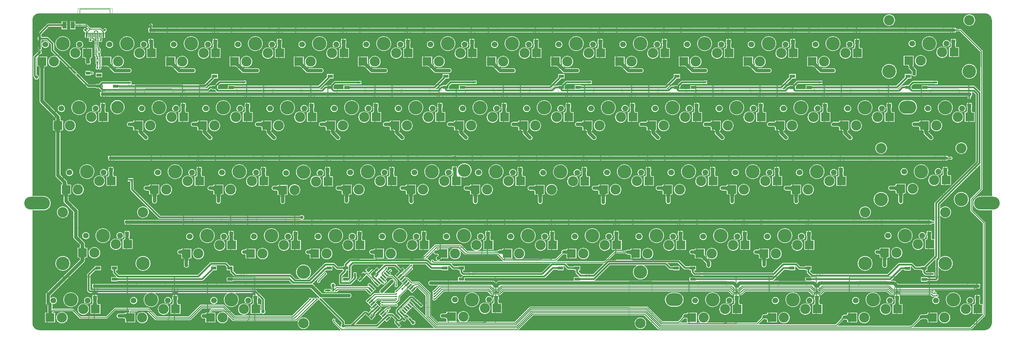
<source format=gbl>
G04*
G04 #@! TF.GenerationSoftware,Altium Limited,Altium Designer,20.1.14 (287)*
G04*
G04 Layer_Physical_Order=2*
G04 Layer_Color=16711680*
%FSLAX44Y44*%
%MOMM*%
G71*
G04*
G04 #@! TF.SameCoordinates,D608AE29-1AE8-4FBD-9928-58F04A13B8B9*
G04*
G04*
G04 #@! TF.FilePolarity,Positive*
G04*
G01*
G75*
%ADD10C,0.0127*%
%ADD11C,0.1000*%
%ADD12C,0.0130*%
%ADD13C,0.0000*%
%ADD14C,0.1501*%
%ADD15C,0.1270*%
%ADD16C,0.2000*%
%ADD17C,0.0500*%
%ADD27C,0.2540*%
%ADD28C,0.5000*%
%ADD29C,1.0000*%
%ADD30C,4.0000*%
%ADD31C,1.7000*%
%ADD32C,3.0000*%
%ADD33C,3.0500*%
%ADD34O,7.6200X3.8100*%
%ADD35O,5.0800X3.8100*%
%ADD36C,3.8100*%
%ADD37O,1.0500X2.1000*%
%ADD38C,0.7000*%
%ADD39C,0.5000*%
%ADD40C,1.0000*%
%ADD41R,2.5499X2.5001*%
%ADD42R,0.6000X0.6000*%
%ADD43P,0.8485X4X270.0*%
%ADD44R,0.6000X0.6000*%
%ADD45R,0.5500X0.5500*%
%ADD46R,1.5000X0.9000*%
G04:AMPARAMS|DCode=47|XSize=0.508mm|YSize=1.4732mm|CornerRadius=0mm|HoleSize=0mm|Usage=FLASHONLY|Rotation=135.000|XOffset=0mm|YOffset=0mm|HoleType=Round|Shape=Rectangle|*
%AMROTATEDRECTD47*
4,1,4,0.7005,0.3413,-0.3413,-0.7005,-0.7005,-0.3413,0.3413,0.7005,0.7005,0.3413,0.0*
%
%ADD47ROTATEDRECTD47*%

G04:AMPARAMS|DCode=48|XSize=0.508mm|YSize=1.4732mm|CornerRadius=0mm|HoleSize=0mm|Usage=FLASHONLY|Rotation=225.000|XOffset=0mm|YOffset=0mm|HoleType=Round|Shape=Rectangle|*
%AMROTATEDRECTD48*
4,1,4,-0.3413,0.7005,0.7005,-0.3413,0.3413,-0.7005,-0.7005,0.3413,-0.3413,0.7005,0.0*
%
%ADD48ROTATEDRECTD48*%

%ADD49R,0.6000X1.4500*%
%ADD50R,0.3000X1.4500*%
G04:AMPARAMS|DCode=51|XSize=1.3mm|YSize=1.05mm|CornerRadius=0mm|HoleSize=0mm|Usage=FLASHONLY|Rotation=225.000|XOffset=0mm|YOffset=0mm|HoleType=Round|Shape=Rectangle|*
%AMROTATEDRECTD51*
4,1,4,0.0884,0.8309,0.8309,0.0884,-0.0884,-0.8309,-0.8309,-0.0884,0.0884,0.8309,0.0*
%
%ADD51ROTATEDRECTD51*%

%ADD52R,1.2200X0.9101*%
%ADD53R,1.1850X2.0500*%
%ADD54P,0.8485X4X360.0*%
G36*
X-14354Y-587D02*
X-10762Y-1956D01*
X-7505Y-4000D01*
X-4710Y-6640D01*
X-2484Y-9774D01*
X-912Y-13282D01*
X-55Y-17030D01*
X-0Y-18951D01*
X-0Y-543848D01*
X-33050D01*
X-37177Y-544254D01*
X-41145Y-545458D01*
X-44802Y-547413D01*
X-48007Y-550043D01*
X-50637Y-553248D01*
X-52592Y-556905D01*
X-53796Y-560873D01*
X-54202Y-565000D01*
X-53796Y-569126D01*
X-52592Y-573094D01*
X-50637Y-576751D01*
X-48007Y-579956D01*
X-44802Y-582587D01*
X-41145Y-584542D01*
X-37177Y-585745D01*
X-33050Y-586152D01*
X-0D01*
X0Y-922000D01*
X-0Y-922000D01*
X-0Y-923970D01*
X-769Y-927834D01*
X-2276Y-931474D01*
X-4465Y-934749D01*
X-7251Y-937535D01*
X-10526Y-939724D01*
X-14166Y-941231D01*
X-18030Y-942000D01*
X-20000D01*
X-22000Y-941919D01*
X-1404704D01*
X-1361119Y-898334D01*
X-1031381D01*
X-989857Y-939857D01*
X-988776Y-940580D01*
X-987500Y-940834D01*
X-62500D01*
X-61224Y-940580D01*
X-60142Y-939857D01*
X-20143Y-899857D01*
X-19420Y-898776D01*
X-19166Y-897500D01*
Y-623500D01*
X-19420Y-622224D01*
X-20143Y-621143D01*
X-56666Y-584619D01*
Y-553881D01*
X-27643Y-524857D01*
X-26920Y-523776D01*
X-26666Y-522500D01*
Y-112500D01*
X-26920Y-111224D01*
X-27643Y-110142D01*
X-90305Y-47480D01*
X-91387Y-46757D01*
X-92662Y-46504D01*
X-100723D01*
X-102177Y-46442D01*
X-104850Y-46182D01*
X-105713Y-46035D01*
Y-43287D01*
X-111335D01*
X-111985Y-43018D01*
X-113813Y-42777D01*
X-2491666D01*
Y-40338D01*
X-2494644D01*
Y-40896D01*
X-2494654Y-41004D01*
X-2494676Y-41068D01*
X-2494697Y-41111D01*
X-2494708Y-41122D01*
X-2494751Y-41154D01*
X-2494805Y-41175D01*
X-2494837Y-41186D01*
X-2494858D01*
X-2494923Y-41175D01*
X-2494966Y-41154D01*
X-2494998Y-41133D01*
X-2495009Y-41122D01*
X-2495041Y-41057D01*
X-2495052Y-40982D01*
X-2495063Y-40918D01*
Y-39145D01*
X-2495052Y-39048D01*
X-2495030Y-38984D01*
X-2495020Y-38941D01*
X-2495009Y-38930D01*
X-2494955Y-38887D01*
X-2494912Y-38865D01*
X-2494869Y-38855D01*
X-2494858D01*
X-2494794Y-38865D01*
X-2494751Y-38887D01*
X-2494719Y-38919D01*
X-2494708Y-38930D01*
X-2494665Y-38995D01*
X-2494654Y-39059D01*
X-2494644Y-39123D01*
Y-39918D01*
X-2492785D01*
X-2492022Y-39080D01*
X-2492108Y-38833D01*
X-2492215Y-38618D01*
X-2492344Y-38425D01*
X-2492462Y-38264D01*
X-2492570Y-38135D01*
X-2492656Y-38038D01*
X-2492720Y-37974D01*
X-2492731Y-37952D01*
X-2492742D01*
X-2492849Y-37866D01*
X-2492989Y-37770D01*
X-2493150Y-37684D01*
X-2493322Y-37587D01*
X-2493505Y-37490D01*
X-2493598Y-37449D01*
X-2493610Y-37488D01*
X-2493653Y-37684D01*
X-2493687Y-37898D01*
X-2493711Y-38131D01*
X-2493730Y-38653D01*
X-2496270D01*
X-2496275Y-38383D01*
X-2496313Y-37898D01*
X-2496347Y-37684D01*
X-2496390Y-37488D01*
X-2496443Y-37310D01*
X-2496505Y-37151D01*
X-2496577Y-37011D01*
X-2496659Y-36889D01*
X-2496750Y-36785D01*
X-2495063D01*
Y-36040D01*
X-2495052Y-35932D01*
X-2495030Y-35868D01*
X-2495020Y-35825D01*
X-2495009Y-35814D01*
X-2494955Y-35771D01*
X-2494912Y-35761D01*
X-2494869Y-35750D01*
X-2494858D01*
X-2494794Y-35761D01*
X-2494751Y-35782D01*
X-2494719Y-35803D01*
X-2494708Y-35814D01*
X-2494665Y-35879D01*
X-2494654Y-35954D01*
X-2494644Y-36018D01*
Y-36556D01*
X-2494429Y-36641D01*
X-2494235Y-36727D01*
X-2494081Y-36785D01*
X-2493250D01*
X-2493341Y-36889D01*
X-2493423Y-37011D01*
X-2493449Y-37062D01*
X-2493429Y-37071D01*
X-2493354Y-37104D01*
X-2493290Y-37136D01*
X-2493236Y-37168D01*
X-2493193Y-37189D01*
X-2493161Y-37200D01*
X-2493139Y-37211D01*
X-2493118Y-37222D01*
X-2492914Y-37340D01*
X-2492731Y-37458D01*
X-2492581Y-37566D01*
X-2492452Y-37662D01*
X-2492355Y-37748D01*
X-2492280Y-37823D01*
X-2492237Y-37866D01*
X-2492226Y-37877D01*
X-2492119Y-38006D01*
X-2492011Y-38146D01*
X-2491925Y-38296D01*
X-2491850Y-38425D01*
X-2491796Y-38543D01*
X-2491743Y-38640D01*
X-2491721Y-38704D01*
X-2491710Y-38715D01*
Y-38726D01*
X-2491666Y-38677D01*
Y-38181D01*
X-2491664Y-38160D01*
X-2491653Y-38090D01*
X-2490761Y-36756D01*
X-2490412Y-35000D01*
X-2490761Y-33244D01*
X-2491756Y-31756D01*
X-2493244Y-30761D01*
X-2495000Y-30412D01*
X-2496756Y-30761D01*
X-2498244Y-31756D01*
X-2499239Y-33244D01*
X-2499588Y-35000D01*
X-2499239Y-36756D01*
X-2498347Y-38090D01*
X-2498340Y-38137D01*
X-2498334Y-38210D01*
Y-43287D01*
X-2503162D01*
Y-56388D01*
X-2497540D01*
X-2496890Y-56657D01*
X-2495063Y-56898D01*
X-113813D01*
X-111985Y-56657D01*
X-111335Y-56388D01*
X-105713D01*
Y-53640D01*
X-104870Y-53496D01*
X-100665Y-53172D01*
X-94044D01*
X-33334Y-113881D01*
Y-232778D01*
X-49356Y-216755D01*
X-50845Y-215761D01*
X-52601Y-215412D01*
X-187831D01*
X-188127Y-215391D01*
X-188736Y-215311D01*
X-189205Y-215212D01*
X-189500Y-215116D01*
Y-213500D01*
X-191487D01*
X-191530Y-213491D01*
X-191574Y-213500D01*
X-208500D01*
Y-225412D01*
X-235099D01*
X-236507Y-224004D01*
X-237454Y-222990D01*
X-238124Y-222164D01*
X-238479Y-221661D01*
X-238500Y-221556D01*
Y-218442D01*
X-238412Y-218000D01*
Y-216901D01*
X-231600Y-210088D01*
X-170624D01*
X-170000Y-210120D01*
Y-210500D01*
X-168013D01*
X-167970Y-210509D01*
X-167926Y-210500D01*
X-160000D01*
Y-200500D01*
X-167926D01*
X-167970Y-200491D01*
X-168013Y-200500D01*
X-170000D01*
Y-200826D01*
X-171376Y-200912D01*
X-233500D01*
X-235256Y-201261D01*
X-236745Y-202256D01*
X-246245Y-211756D01*
X-247239Y-213244D01*
X-247290Y-213500D01*
X-255426D01*
X-255470Y-213491D01*
X-255513Y-213500D01*
X-257500D01*
Y-215116D01*
X-257795Y-215212D01*
X-258232Y-215304D01*
X-259322Y-215412D01*
X-265000D01*
X-266756Y-215761D01*
X-268244Y-216755D01*
X-276901Y-225412D01*
X-532572D01*
Y-224883D01*
X-532276Y-224788D01*
X-531840Y-224695D01*
X-530750Y-224588D01*
X-281000D01*
X-279245Y-224239D01*
X-277756Y-223244D01*
X-249756Y-195244D01*
X-248762Y-193756D01*
X-248711Y-193500D01*
X-238500D01*
Y-180500D01*
X-257500D01*
Y-188556D01*
X-257589Y-189000D01*
Y-190099D01*
X-282901Y-215412D01*
X-530902D01*
X-531199Y-215391D01*
X-531808Y-215311D01*
X-532276Y-215212D01*
X-532572Y-215116D01*
Y-213500D01*
X-534558D01*
X-534602Y-213491D01*
X-534646Y-213500D01*
X-551572D01*
Y-225412D01*
X-581242D01*
X-581483Y-225171D01*
Y-222000D01*
X-581571Y-221556D01*
Y-218442D01*
X-581483Y-218000D01*
Y-216901D01*
X-574171Y-209588D01*
X-512766D01*
X-512142Y-209620D01*
Y-210000D01*
X-510155D01*
X-510112Y-210009D01*
X-510068Y-210000D01*
X-502142D01*
Y-200000D01*
X-510068D01*
X-510112Y-199991D01*
X-510155Y-200000D01*
X-512142D01*
Y-200326D01*
X-513518Y-200412D01*
X-576072D01*
X-577827Y-200761D01*
X-579316Y-201756D01*
X-589316Y-211756D01*
X-590311Y-213244D01*
X-590361Y-213500D01*
X-600571D01*
Y-215739D01*
X-600754Y-215806D01*
X-601147Y-215901D01*
X-601674Y-215980D01*
X-601940Y-216001D01*
X-603089D01*
X-604845Y-216350D01*
X-606333Y-217344D01*
X-614400Y-225412D01*
X-875643D01*
Y-224883D01*
X-875348Y-224788D01*
X-874911Y-224695D01*
X-873821Y-224588D01*
X-624072D01*
X-622316Y-224239D01*
X-620827Y-223244D01*
X-592827Y-195244D01*
X-591833Y-193756D01*
X-591782Y-193500D01*
X-581571D01*
Y-180500D01*
X-600571D01*
Y-188556D01*
X-600660Y-189000D01*
Y-190099D01*
X-625972Y-215412D01*
X-873974D01*
X-874270Y-215391D01*
X-874879Y-215311D01*
X-875348Y-215212D01*
X-875643Y-215116D01*
Y-213500D01*
X-877630D01*
X-877673Y-213491D01*
X-877717Y-213500D01*
X-894643D01*
Y-225412D01*
X-924643D01*
Y-218444D01*
X-924555Y-218000D01*
Y-216900D01*
X-917243Y-209588D01*
X-854909D01*
X-854285Y-209620D01*
Y-210000D01*
X-852299D01*
X-852255Y-210009D01*
X-852211Y-210000D01*
X-844285D01*
Y-200000D01*
X-852211D01*
X-852255Y-199991D01*
X-852299Y-200000D01*
X-854285D01*
Y-200326D01*
X-855661Y-200412D01*
X-919143D01*
X-919143D01*
X-919144D01*
X-919919Y-200566D01*
X-920899Y-200761D01*
X-920899Y-200761D01*
X-920899Y-200761D01*
X-921754Y-201332D01*
X-922388Y-201756D01*
X-922388Y-201756D01*
X-922388Y-201756D01*
X-932387Y-211756D01*
X-932882Y-212497D01*
X-933382Y-213244D01*
Y-213244D01*
X-933382Y-213244D01*
X-933433Y-213500D01*
X-941569D01*
X-941613Y-213491D01*
X-941656Y-213500D01*
X-943643D01*
Y-215116D01*
X-943938Y-215212D01*
X-944375Y-215304D01*
X-945465Y-215412D01*
X-950000D01*
X-951756Y-215761D01*
X-953244Y-216755D01*
X-961615Y-225126D01*
X-1218715D01*
Y-224883D01*
X-1218419Y-224788D01*
X-1217983Y-224695D01*
X-1216892Y-224588D01*
X-967143D01*
X-965387Y-224239D01*
X-963899Y-223244D01*
X-935899Y-195244D01*
X-934904Y-193756D01*
X-934854Y-193500D01*
X-924643D01*
Y-180500D01*
X-943643D01*
Y-188556D01*
X-943732Y-189000D01*
Y-190099D01*
X-969044Y-215412D01*
X-1217045D01*
X-1217342Y-215391D01*
X-1217951Y-215311D01*
X-1218419Y-215212D01*
X-1218715Y-215116D01*
Y-213500D01*
X-1220701D01*
X-1220745Y-213491D01*
X-1220789Y-213500D01*
X-1237715D01*
Y-225126D01*
X-1267714D01*
Y-218444D01*
X-1267626Y-218000D01*
Y-216900D01*
X-1260411Y-209685D01*
X-1197052D01*
X-1196428Y-209716D01*
Y-210096D01*
X-1194441D01*
X-1194397Y-210105D01*
X-1194353Y-210096D01*
X-1186428D01*
Y-200097D01*
X-1194353D01*
X-1194397Y-200088D01*
X-1194441Y-200097D01*
X-1196428D01*
Y-200422D01*
X-1197804Y-200508D01*
X-1262311D01*
X-1262311D01*
X-1262311D01*
X-1263087Y-200663D01*
X-1264067Y-200858D01*
X-1264067Y-200858D01*
X-1264067Y-200858D01*
X-1264921Y-201429D01*
X-1265555Y-201852D01*
X-1265555Y-201852D01*
X-1265555Y-201852D01*
X-1275458Y-211756D01*
X-1275829Y-212311D01*
X-1276453Y-213244D01*
X-1276453Y-213244D01*
D01*
X-1276504Y-213500D01*
X-1284640D01*
X-1284684Y-213491D01*
X-1284728Y-213500D01*
X-1286714D01*
Y-215116D01*
X-1287009Y-215212D01*
X-1287446Y-215304D01*
X-1288537Y-215412D01*
X-1295000D01*
X-1296756Y-215761D01*
X-1298244Y-216755D01*
X-1306615Y-225126D01*
X-1561786D01*
Y-224883D01*
X-1561491Y-224788D01*
X-1561054Y-224695D01*
X-1559964Y-224588D01*
X-1310215D01*
X-1308459Y-224239D01*
X-1307464Y-223574D01*
X-1306970Y-223244D01*
X-1278970Y-195244D01*
Y-195244D01*
X-1278970D01*
X-1278476Y-194505D01*
X-1277975Y-193756D01*
Y-193756D01*
X-1277975Y-193756D01*
X-1277924Y-193500D01*
X-1267714D01*
Y-180500D01*
X-1286714D01*
Y-188558D01*
X-1286802Y-189000D01*
Y-190099D01*
X-1312115Y-215412D01*
X-1560116D01*
X-1560413Y-215391D01*
X-1561022Y-215311D01*
X-1561490Y-215212D01*
X-1561786Y-215116D01*
Y-213500D01*
X-1563772D01*
X-1563816Y-213491D01*
X-1563860Y-213500D01*
X-1580786D01*
Y-225126D01*
X-1610786D01*
Y-218444D01*
X-1610698Y-218000D01*
Y-216901D01*
X-1603482Y-209685D01*
X-1539195D01*
X-1538571Y-209716D01*
Y-210096D01*
X-1536585D01*
X-1536541Y-210105D01*
X-1536497Y-210096D01*
X-1528571D01*
Y-200097D01*
X-1536497D01*
X-1536541Y-200088D01*
X-1536585Y-200097D01*
X-1538571D01*
Y-200422D01*
X-1539947Y-200508D01*
X-1605382D01*
X-1607138Y-200858D01*
X-1608627Y-201852D01*
X-1618530Y-211756D01*
X-1619525Y-213244D01*
X-1619576Y-213500D01*
X-1627712D01*
X-1627755Y-213491D01*
X-1627799Y-213500D01*
X-1629786D01*
Y-215141D01*
X-1630015Y-215219D01*
X-1630409Y-215306D01*
X-1631422Y-215412D01*
X-1632500D01*
X-1634256Y-215761D01*
X-1635744Y-216755D01*
X-1644400Y-225412D01*
X-1904857D01*
Y-224883D01*
X-1904562Y-224788D01*
X-1904125Y-224695D01*
X-1903035Y-224588D01*
X-1653286D01*
X-1651530Y-224239D01*
X-1650536Y-223574D01*
X-1650042Y-223244D01*
X-1622041Y-195244D01*
Y-195244D01*
X-1622041D01*
X-1621548Y-194505D01*
X-1621047Y-193756D01*
Y-193756D01*
X-1621047Y-193756D01*
X-1620996Y-193500D01*
X-1610786D01*
Y-180500D01*
X-1629786D01*
Y-188558D01*
X-1629874Y-189000D01*
Y-190099D01*
X-1655187Y-215412D01*
X-1903188D01*
X-1903484Y-215391D01*
X-1904093Y-215311D01*
X-1904562Y-215212D01*
X-1904857Y-215116D01*
Y-213500D01*
X-1906844D01*
X-1906888Y-213491D01*
X-1906931Y-213500D01*
X-1923857D01*
Y-225412D01*
X-1951456D01*
X-1953769Y-223099D01*
Y-222000D01*
X-1953857Y-221556D01*
Y-218442D01*
X-1953769Y-218000D01*
Y-216901D01*
X-1947458Y-210589D01*
X-1881338D01*
X-1880714Y-210620D01*
Y-211001D01*
X-1878727D01*
X-1878683Y-211010D01*
X-1878640Y-211001D01*
X-1870714D01*
Y-201001D01*
X-1878640D01*
X-1878683Y-200992D01*
X-1878727Y-201001D01*
X-1880714D01*
Y-201327D01*
X-1882090Y-201413D01*
X-1949358D01*
X-1951114Y-201762D01*
X-1952603Y-202757D01*
X-1961602Y-211756D01*
X-1962596Y-213244D01*
X-1962647Y-213500D01*
X-1970783D01*
X-1970827Y-213491D01*
X-1970871Y-213500D01*
X-1972857D01*
Y-215116D01*
X-1973152Y-215212D01*
X-1973589Y-215304D01*
X-1974679Y-215412D01*
X-1977500D01*
X-1979256Y-215761D01*
X-1980744Y-216755D01*
X-1989400Y-225412D01*
X-2247929D01*
Y-224883D01*
X-2247634Y-224788D01*
X-2247197Y-224695D01*
X-2246107Y-224588D01*
X-1996357D01*
X-1994601Y-224239D01*
X-1993113Y-223244D01*
X-1965113Y-195244D01*
X-1964118Y-193756D01*
X-1964068Y-193500D01*
X-1953857D01*
Y-180500D01*
X-1972857D01*
Y-188556D01*
X-1972946Y-189000D01*
Y-190099D01*
X-1998258Y-215412D01*
X-2246259D01*
X-2246556Y-215391D01*
X-2247165Y-215311D01*
X-2247633Y-215212D01*
X-2247929Y-215116D01*
Y-213500D01*
X-2249915D01*
X-2249959Y-213491D01*
X-2250003Y-213500D01*
X-2266929D01*
Y-225412D01*
X-2294528D01*
X-2296840Y-223099D01*
Y-222000D01*
X-2296928Y-221556D01*
Y-218442D01*
X-2296841Y-218000D01*
Y-216901D01*
X-2289625Y-209685D01*
X-2223481D01*
X-2222857Y-209716D01*
Y-210096D01*
X-2220870D01*
X-2220827Y-210105D01*
X-2220783Y-210096D01*
X-2212857D01*
Y-200097D01*
X-2220783D01*
X-2220827Y-200088D01*
X-2220870Y-200097D01*
X-2222857D01*
Y-200422D01*
X-2224233Y-200508D01*
X-2291525D01*
X-2293281Y-200858D01*
X-2294769Y-201852D01*
X-2304673Y-211756D01*
X-2305668Y-213244D01*
X-2305718Y-213500D01*
X-2313854D01*
X-2313898Y-213491D01*
X-2313942Y-213500D01*
X-2315928D01*
Y-215116D01*
X-2316224Y-215212D01*
X-2316660Y-215304D01*
X-2317751Y-215412D01*
X-2320000D01*
X-2321756Y-215761D01*
X-2323244Y-216755D01*
X-2329400Y-222912D01*
X-2591000D01*
Y-221383D01*
X-2590705Y-221288D01*
X-2590268Y-221196D01*
X-2589178Y-221088D01*
X-2335929D01*
X-2334173Y-220739D01*
X-2332685Y-219744D01*
X-2308184Y-195244D01*
X-2307190Y-193756D01*
X-2307139Y-193500D01*
X-2296928D01*
Y-180500D01*
X-2315928D01*
Y-188556D01*
X-2316017Y-189000D01*
Y-190099D01*
X-2337829Y-211912D01*
X-2589331D01*
X-2589627Y-211891D01*
X-2590236Y-211811D01*
X-2590705Y-211712D01*
X-2591000Y-211617D01*
Y-211338D01*
X-2563874D01*
X-2563250Y-211370D01*
Y-211750D01*
X-2561263D01*
X-2561219Y-211759D01*
X-2561176Y-211750D01*
X-2553250D01*
Y-201750D01*
X-2561176D01*
X-2561219Y-201741D01*
X-2561263Y-201750D01*
X-2563250D01*
Y-202076D01*
X-2564626Y-202162D01*
X-2639750D01*
X-2641506Y-202511D01*
X-2642994Y-203506D01*
X-2647744Y-208256D01*
X-2648739Y-209744D01*
X-2648790Y-210000D01*
X-2656926D01*
X-2656970Y-209991D01*
X-2657014Y-210000D01*
X-2659000D01*
Y-211617D01*
X-2659295Y-211712D01*
X-2659732Y-211805D01*
X-2660822Y-211912D01*
X-2679101D01*
X-2706390Y-184623D01*
X-2706809Y-184159D01*
X-2706540Y-183890D01*
X-2707945Y-182485D01*
X-2707969Y-182448D01*
X-2708007Y-182424D01*
X-2713611Y-176819D01*
X-2720682Y-183890D01*
X-2715078Y-189494D01*
X-2715053Y-189532D01*
X-2715016Y-189557D01*
X-2713611Y-190961D01*
X-2713381Y-190731D01*
X-2712347Y-191643D01*
X-2684245Y-219744D01*
X-2682757Y-220739D01*
X-2681001Y-221088D01*
X-2660669D01*
X-2660373Y-221109D01*
X-2659764Y-221189D01*
X-2659295Y-221288D01*
X-2659000Y-221383D01*
Y-223000D01*
X-2657014D01*
X-2656970Y-223009D01*
X-2656926Y-223000D01*
X-2648790D01*
X-2648739Y-223256D01*
X-2647744Y-224744D01*
X-2641744Y-230744D01*
X-2640256Y-231739D01*
X-2638500Y-232088D01*
X-2327500D01*
X-2325744Y-231739D01*
X-2324256Y-230744D01*
X-2318099Y-224588D01*
X-2317598D01*
X-2317301Y-224608D01*
X-2316693Y-224688D01*
X-2316224Y-224788D01*
X-2315928Y-224883D01*
Y-226500D01*
X-2313942D01*
X-2313898Y-226508D01*
X-2313854Y-226500D01*
X-2305718D01*
X-2305667Y-226756D01*
X-2304673Y-228244D01*
X-2299672Y-233244D01*
X-2299623Y-233277D01*
X-2637938D01*
X-2639765Y-233518D01*
X-2640415Y-233787D01*
X-2646037D01*
Y-246888D01*
X-2640415D01*
X-2639765Y-247157D01*
X-2637938Y-247398D01*
X-70170D01*
X-70050Y-247711D01*
X-69853Y-248361D01*
X-69827Y-248473D01*
X-70551Y-249557D01*
X-70901Y-251313D01*
X-70551Y-253068D01*
X-69557Y-254557D01*
X-68068Y-255551D01*
X-66312Y-255901D01*
X-64557Y-255551D01*
X-63068Y-254557D01*
X-62074Y-253068D01*
X-61724Y-251313D01*
X-62074Y-249557D01*
X-62612Y-248751D01*
X-62522Y-248361D01*
X-62325Y-247711D01*
X-62084Y-247080D01*
X-61995Y-246888D01*
X-58088D01*
Y-234588D01*
X-54401D01*
X-47358Y-241630D01*
Y-440869D01*
X-168244Y-561756D01*
X-169239Y-563244D01*
X-169588Y-565000D01*
Y-619335D01*
X-170418Y-618093D01*
X-171907Y-617099D01*
X-173662Y-616749D01*
X-175418Y-617099D01*
X-176450Y-617788D01*
X-177057Y-617666D01*
X-177150Y-617640D01*
Y-614787D01*
X-182772D01*
X-183423Y-614518D01*
X-185250Y-614277D01*
X-2566500D01*
X-2568327Y-614518D01*
X-2568978Y-614787D01*
X-2574600D01*
Y-627888D01*
X-2568978D01*
X-2568327Y-628157D01*
X-2566500Y-628398D01*
X-185250D01*
X-183423Y-628157D01*
X-182772Y-627888D01*
X-177150D01*
Y-625035D01*
X-177057Y-625009D01*
X-176450Y-624887D01*
X-175418Y-625576D01*
X-173662Y-625926D01*
X-171907Y-625576D01*
X-170418Y-624582D01*
X-169588Y-623340D01*
Y-672401D01*
X-175349D01*
X-175746Y-672359D01*
X-176129Y-672224D01*
X-176467Y-671998D01*
X-176815Y-671622D01*
X-177174Y-671033D01*
X-177514Y-670200D01*
X-177805Y-669115D01*
X-178025Y-667786D01*
X-178163Y-666221D01*
X-178165Y-666150D01*
X-178116Y-663549D01*
X-177953Y-661262D01*
X-177865Y-660588D01*
X-177150D01*
Y-658601D01*
X-177141Y-658557D01*
X-177150Y-658514D01*
Y-658459D01*
X-177146Y-658426D01*
X-177150Y-658409D01*
Y-647487D01*
X-182772D01*
X-183423Y-647218D01*
X-185250Y-646977D01*
X-187077Y-647218D01*
X-187728Y-647487D01*
X-193350D01*
Y-658409D01*
X-193354Y-658426D01*
X-193350Y-658459D01*
Y-658514D01*
X-193358Y-658557D01*
X-193350Y-658601D01*
Y-660588D01*
X-192738D01*
X-192337Y-666214D01*
X-192337Y-666221D01*
X-192474Y-667786D01*
X-192695Y-669115D01*
X-192986Y-670200D01*
X-193326Y-671033D01*
X-193685Y-671622D01*
X-194033Y-671998D01*
X-194371Y-672224D01*
X-194753Y-672359D01*
X-195151Y-672401D01*
X-197847D01*
Y-701403D01*
X-169588D01*
Y-721099D01*
X-198745Y-750256D01*
X-199739Y-751744D01*
X-199790Y-752000D01*
X-207926D01*
X-207970Y-751991D01*
X-208013Y-752000D01*
X-210000D01*
Y-753617D01*
X-210295Y-753712D01*
X-210732Y-753804D01*
X-211822Y-753912D01*
X-224599D01*
X-234256Y-744256D01*
X-235744Y-743261D01*
X-237500Y-742912D01*
X-275000D01*
X-276756Y-743261D01*
X-278244Y-744256D01*
X-309900Y-775912D01*
X-509376D01*
X-510000Y-775880D01*
Y-775500D01*
X-511987D01*
X-512030Y-775491D01*
X-512074Y-775500D01*
X-517926D01*
X-517969Y-775491D01*
X-518013Y-775500D01*
X-520000D01*
Y-775826D01*
X-521376Y-775912D01*
X-531459D01*
X-539270Y-768100D01*
Y-766330D01*
X-539234Y-765915D01*
X-539138Y-765336D01*
X-539021Y-764901D01*
X-538906Y-764617D01*
X-538835Y-764501D01*
X-534358D01*
Y-751501D01*
X-551284D01*
X-551328Y-751492D01*
X-551372Y-751501D01*
X-553358D01*
Y-753117D01*
X-553654Y-753213D01*
X-554090Y-753305D01*
X-555181Y-753412D01*
X-567958D01*
X-577614Y-743756D01*
X-579102Y-742762D01*
X-580858Y-742412D01*
X-618358D01*
X-620114Y-742762D01*
X-621603Y-743756D01*
X-648758Y-770912D01*
X-854376D01*
X-855000Y-770880D01*
Y-770500D01*
X-856987D01*
X-857030Y-770491D01*
X-857074Y-770500D01*
X-862926D01*
X-862970Y-770491D01*
X-863013Y-770500D01*
X-865000D01*
Y-770826D01*
X-866376Y-770912D01*
X-879817D01*
X-882628Y-768100D01*
Y-766330D01*
X-882591Y-765915D01*
X-882495Y-765336D01*
X-882379Y-764901D01*
X-882264Y-764617D01*
X-882193Y-764501D01*
X-877716D01*
Y-751501D01*
X-894642D01*
X-894686Y-751492D01*
X-894729Y-751501D01*
X-896716D01*
Y-752723D01*
X-896884Y-752764D01*
X-897370Y-752840D01*
X-898343Y-752912D01*
X-908100D01*
X-926256Y-734756D01*
X-927744Y-733761D01*
X-929500Y-733412D01*
X-1136857D01*
X-1116779Y-713334D01*
X-1093089D01*
X-1091636Y-713395D01*
X-1088962Y-713655D01*
X-1087899Y-713836D01*
X-1086974Y-714053D01*
X-1086217Y-714294D01*
X-1085634Y-714545D01*
X-1085228Y-714783D01*
X-1085024Y-714951D01*
X-1084993Y-714992D01*
X-1084476Y-715509D01*
X-1083014Y-716631D01*
X-1081311Y-717336D01*
X-1079483Y-717577D01*
X-1078701D01*
X-1077698Y-717603D01*
X-1076137Y-717740D01*
X-1074811Y-717961D01*
X-1073728Y-718251D01*
X-1072896Y-718590D01*
X-1072308Y-718948D01*
X-1071932Y-719295D01*
X-1071706Y-719632D01*
X-1071571Y-720012D01*
X-1071528Y-720409D01*
Y-729341D01*
X-1042029D01*
Y-700339D01*
X-1069457D01*
X-1069501Y-700331D01*
X-1069544Y-700339D01*
X-1071528D01*
Y-702149D01*
X-1071546Y-702255D01*
X-1071627Y-702333D01*
X-1071982Y-702540D01*
X-1072617Y-702785D01*
X-1073518Y-703017D01*
X-1074642Y-703207D01*
X-1077553Y-703437D01*
X-1078173Y-703180D01*
X-1080000Y-702939D01*
X-1081827Y-703180D01*
X-1083530Y-703885D01*
X-1084993Y-705007D01*
X-1085024Y-705048D01*
X-1085228Y-705217D01*
X-1085634Y-705455D01*
X-1086217Y-705705D01*
X-1086974Y-705946D01*
X-1087899Y-706163D01*
X-1088943Y-706341D01*
X-1093148Y-706666D01*
X-1118160D01*
X-1119436Y-706919D01*
X-1120517Y-707642D01*
X-1150541Y-737666D01*
X-1655119D01*
X-1655393Y-737392D01*
X-1655406Y-737376D01*
X-1655448Y-737318D01*
X-1655761Y-735744D01*
X-1656756Y-734256D01*
X-1658244Y-733261D01*
X-1660000Y-732912D01*
X-1661756Y-733261D01*
X-1663244Y-734256D01*
X-1664239Y-735744D01*
X-1664588Y-737500D01*
X-1664239Y-739256D01*
X-1663244Y-740744D01*
X-1661756Y-741739D01*
X-1660181Y-742052D01*
X-1660144Y-742080D01*
X-1660087Y-742128D01*
X-1659803Y-742412D01*
X-1661759D01*
X-1672416Y-731756D01*
X-1673904Y-730761D01*
X-1675660Y-730412D01*
X-1776349D01*
X-1773789Y-729043D01*
X-1771200Y-726919D01*
X-1769076Y-724330D01*
X-1767497Y-721377D01*
X-1766525Y-718173D01*
X-1766197Y-714840D01*
X-1766525Y-711507D01*
X-1767497Y-708303D01*
X-1769076Y-705350D01*
X-1771200Y-702761D01*
X-1773789Y-700637D01*
X-1776742Y-699058D01*
X-1779947Y-698086D01*
X-1783279Y-697758D01*
X-1786612Y-698086D01*
X-1789816Y-699058D01*
X-1792770Y-700637D01*
X-1795358Y-702761D01*
X-1797483Y-705350D01*
X-1799061Y-708303D01*
X-1800033Y-711507D01*
X-1800361Y-714840D01*
X-1800033Y-718173D01*
X-1799061Y-721377D01*
X-1797483Y-724330D01*
X-1795358Y-726919D01*
X-1792770Y-729043D01*
X-1790209Y-730412D01*
X-1905000D01*
X-1906756Y-730761D01*
X-1908244Y-731756D01*
X-1920535Y-744046D01*
X-1921529Y-745534D01*
X-1921878Y-747290D01*
Y-749663D01*
X-1921915Y-750073D01*
X-1922010Y-750647D01*
X-1922126Y-751077D01*
X-1922241Y-751358D01*
X-1922318Y-751484D01*
X-1922480Y-751501D01*
X-1926790D01*
Y-753412D01*
X-1940099D01*
X-1949256Y-744256D01*
X-1950744Y-743261D01*
X-1952500Y-742912D01*
X-1977500D01*
X-1979256Y-743261D01*
X-1980744Y-744256D01*
X-2026900Y-790412D01*
X-2035382D01*
X-2034102Y-790023D01*
X-2030280Y-787981D01*
X-2026930Y-785231D01*
X-2024181Y-781881D01*
X-2022138Y-778060D01*
X-2020880Y-773913D01*
X-2020455Y-769600D01*
X-2020880Y-765287D01*
X-2022138Y-761140D01*
X-2024181Y-757318D01*
X-2026930Y-753968D01*
X-2030280Y-751219D01*
X-2034102Y-749176D01*
X-2038249Y-747918D01*
X-2042561Y-747494D01*
X-2046874Y-747918D01*
X-2051021Y-749176D01*
X-2054843Y-751219D01*
X-2058193Y-753968D01*
X-2060942Y-757318D01*
X-2062985Y-761140D01*
X-2064243Y-765287D01*
X-2064668Y-769600D01*
X-2064243Y-773913D01*
X-2062985Y-778060D01*
X-2060942Y-781881D01*
X-2058193Y-785231D01*
X-2054843Y-787981D01*
X-2051021Y-790023D01*
X-2049741Y-790412D01*
X-2065600D01*
X-2078756Y-777256D01*
X-2080244Y-776261D01*
X-2082000Y-775912D01*
X-2219376D01*
X-2220000Y-775880D01*
Y-775500D01*
X-2221987D01*
X-2222030Y-775491D01*
X-2222074Y-775500D01*
X-2227926D01*
X-2227970Y-775491D01*
X-2228013Y-775500D01*
X-2230000D01*
Y-775826D01*
X-2231376Y-775912D01*
X-2241849D01*
X-2251162Y-766600D01*
Y-759750D01*
X-2251250Y-759305D01*
Y-751250D01*
X-2261460D01*
X-2261511Y-750994D01*
X-2262506Y-749505D01*
X-2270255Y-741756D01*
X-2271744Y-740761D01*
X-2273500Y-740412D01*
X-2317000D01*
X-2318756Y-740761D01*
X-2320244Y-741756D01*
X-2356900Y-778412D01*
X-2590099D01*
X-2599419Y-769093D01*
Y-766330D01*
X-2599382Y-765915D01*
X-2599286Y-765336D01*
X-2599170Y-764901D01*
X-2599054Y-764617D01*
X-2598984Y-764501D01*
X-2594507D01*
Y-751501D01*
X-2613506D01*
Y-764501D01*
X-2609030D01*
X-2608959Y-764617D01*
X-2608844Y-764901D01*
X-2608727Y-765336D01*
X-2608631Y-765915D01*
X-2608595Y-766330D01*
Y-770993D01*
X-2608246Y-772749D01*
X-2607251Y-774238D01*
X-2596988Y-784501D01*
X-2613506D01*
Y-797501D01*
X-2596581D01*
X-2596537Y-797510D01*
X-2596494Y-797501D01*
X-2594507D01*
Y-795884D01*
X-2594211Y-795789D01*
X-2593775Y-795696D01*
X-2592684Y-795589D01*
X-2343001D01*
X-2341245Y-795240D01*
X-2339756Y-794245D01*
X-2311506Y-765994D01*
X-2310511Y-764506D01*
X-2310460Y-764250D01*
X-2300250D01*
Y-751250D01*
X-2316761D01*
X-2315099Y-749588D01*
X-2275400D01*
X-2270338Y-754650D01*
Y-755750D01*
X-2270250Y-756193D01*
Y-764250D01*
X-2260776D01*
X-2260702Y-764371D01*
X-2260587Y-764655D01*
X-2260470Y-765090D01*
X-2260374Y-765668D01*
X-2260338Y-766082D01*
Y-768500D01*
X-2259989Y-770256D01*
X-2258994Y-771744D01*
X-2246994Y-783744D01*
X-2245506Y-784739D01*
X-2243750Y-785088D01*
X-2230624D01*
X-2230000Y-785120D01*
Y-785500D01*
X-2228013D01*
X-2227970Y-785509D01*
X-2227926Y-785500D01*
X-2222074D01*
X-2222030Y-785509D01*
X-2221987Y-785500D01*
X-2220000D01*
Y-785174D01*
X-2218624Y-785088D01*
X-2083900D01*
X-2082444Y-786544D01*
X-2082494Y-786511D01*
X-2084250Y-786162D01*
X-2249581D01*
X-2249877Y-786141D01*
X-2250486Y-786061D01*
X-2250955Y-785962D01*
X-2251250Y-785867D01*
Y-784250D01*
X-2253237D01*
X-2253280Y-784241D01*
X-2253324Y-784250D01*
X-2270250D01*
Y-797250D01*
X-2253324D01*
X-2253280Y-797259D01*
X-2253237Y-797250D01*
X-2251250D01*
Y-795633D01*
X-2250955Y-795538D01*
X-2250518Y-795445D01*
X-2249428Y-795338D01*
X-2086151D01*
X-2076711Y-804777D01*
X-2661750D01*
X-2663577Y-805018D01*
X-2664228Y-805287D01*
X-2669850D01*
Y-818388D01*
X-2664228D01*
X-2663577Y-818657D01*
X-2661750Y-818898D01*
X-2021087D01*
X-1994992Y-844992D01*
X-1994330Y-845501D01*
X-1995744Y-846446D01*
X-1996739Y-847934D01*
X-1997088Y-849690D01*
X-1997088Y-849690D01*
Y-850000D01*
X-1996739Y-851756D01*
X-1995744Y-853244D01*
X-1929588Y-919400D01*
Y-923684D01*
X-1929612Y-923903D01*
X-1929662Y-924214D01*
X-1929721Y-924472D01*
X-1929784Y-924675D01*
X-1929843Y-924822D01*
X-1929892Y-924915D01*
X-1929914Y-924947D01*
X-1929993Y-925007D01*
X-1931115Y-926470D01*
X-1931820Y-928173D01*
X-1932060Y-930000D01*
X-1931820Y-931827D01*
X-1931115Y-933530D01*
X-1929993Y-934992D01*
X-1928530Y-936115D01*
X-1927199Y-936666D01*
X-1928619D01*
X-1949166Y-916119D01*
Y-915681D01*
X-1949164Y-915660D01*
X-1949153Y-915590D01*
X-1948261Y-914256D01*
X-1947912Y-912500D01*
X-1948261Y-910744D01*
X-1949256Y-909256D01*
X-1950744Y-908261D01*
X-1952500Y-907912D01*
X-1954256Y-908261D01*
X-1955744Y-909256D01*
X-1956739Y-910744D01*
X-1957088Y-912500D01*
X-1956739Y-914256D01*
X-1955847Y-915590D01*
X-1955840Y-915637D01*
X-1955834Y-915710D01*
Y-917500D01*
X-1955580Y-918776D01*
X-1954857Y-919857D01*
X-1932796Y-941919D01*
X-2828081D01*
X-2828081Y-941919D01*
X-2829944Y-941919D01*
X-2833600Y-941192D01*
X-2837043Y-939766D01*
X-2840141Y-937695D01*
X-2842776Y-935060D01*
X-2844847Y-931962D01*
X-2846273Y-928519D01*
X-2847000Y-924863D01*
X-2847000Y-923000D01*
Y-586152D01*
X-2813950D01*
X-2809823Y-585745D01*
X-2805855Y-584542D01*
X-2802198Y-582587D01*
X-2798993Y-579956D01*
X-2796363Y-576751D01*
X-2794408Y-573094D01*
X-2793204Y-569126D01*
X-2792798Y-565000D01*
X-2793204Y-560873D01*
X-2794408Y-556905D01*
X-2796363Y-553248D01*
X-2798993Y-550043D01*
X-2802198Y-547413D01*
X-2805855Y-545458D01*
X-2809823Y-544254D01*
X-2813950Y-543848D01*
X-2847000D01*
Y-19500D01*
Y-17579D01*
X-2846251Y-13812D01*
X-2844781Y-10263D01*
X-2842646Y-7070D01*
X-2839930Y-4353D01*
X-2836737Y-2219D01*
X-2833188Y-749D01*
X-2829420Y0D01*
X-2827500D01*
X-20066Y0D01*
X-20066Y-0D01*
X-18144Y55D01*
X-14354Y-587D01*
D02*
G37*
G36*
X-2493717Y-43266D02*
X-2493679Y-43703D01*
X-2493616Y-44089D01*
X-2493527Y-44423D01*
X-2493412Y-44705D01*
X-2493273Y-44937D01*
X-2493108Y-45117D01*
X-2492917Y-45245D01*
X-2492701Y-45322D01*
X-2492460Y-45348D01*
X-2497540D01*
X-2497299Y-45322D01*
X-2497083Y-45245D01*
X-2496892Y-45117D01*
X-2496727Y-44937D01*
X-2496588Y-44705D01*
X-2496473Y-44423D01*
X-2496384Y-44089D01*
X-2496321Y-43703D01*
X-2496283Y-43266D01*
X-2496270Y-42778D01*
X-2493730D01*
X-2493717Y-43266D01*
D02*
G37*
G36*
X-109757Y-46731D02*
X-109101Y-47116D01*
X-108308Y-47456D01*
X-107743Y-47636D01*
Y-47298D01*
X-107718Y-47539D01*
X-107676Y-47657D01*
X-107381Y-47751D01*
X-106318Y-48001D01*
X-105120Y-48205D01*
X-102319Y-48477D01*
X-100715Y-48545D01*
X-98976Y-48568D01*
Y-51108D01*
X-100715Y-51130D01*
X-105120Y-51470D01*
X-106318Y-51674D01*
X-107381Y-51924D01*
X-107676Y-52018D01*
X-107718Y-52136D01*
X-107743Y-52378D01*
Y-52039D01*
X-108308Y-52219D01*
X-109101Y-52559D01*
X-109757Y-52944D01*
X-110279Y-53375D01*
Y-46300D01*
X-109757Y-46731D01*
D02*
G37*
G36*
X-2709439Y-183989D02*
X-2709390Y-184151D01*
X-2709262Y-184378D01*
X-2709058Y-184668D01*
X-2708777Y-185023D01*
X-2707467Y-186472D01*
X-2706208Y-187758D01*
X-2709743Y-191293D01*
X-2710418Y-190625D01*
X-2713123Y-188239D01*
X-2713350Y-188112D01*
X-2713513Y-188062D01*
X-2713611Y-188090D01*
X-2709411Y-183890D01*
X-2709439Y-183989D01*
D02*
G37*
G36*
X-510112Y-207969D02*
X-510162Y-207880D01*
X-510312Y-207801D01*
X-510562Y-207730D01*
X-510912Y-207669D01*
X-511362Y-207617D01*
X-513312Y-207519D01*
X-515112Y-207500D01*
Y-202500D01*
X-514162Y-202495D01*
X-510562Y-202270D01*
X-510312Y-202199D01*
X-510162Y-202120D01*
X-510112Y-202031D01*
Y-207969D01*
D02*
G37*
G36*
X-852255D02*
X-852305Y-207880D01*
X-852455Y-207801D01*
X-852705Y-207730D01*
X-853055Y-207669D01*
X-853505Y-207617D01*
X-855455Y-207519D01*
X-857255Y-207500D01*
Y-202500D01*
X-856305Y-202495D01*
X-852705Y-202270D01*
X-852455Y-202199D01*
X-852305Y-202120D01*
X-852255Y-202031D01*
Y-207969D01*
D02*
G37*
G36*
X-1194397Y-208066D02*
X-1194447Y-207977D01*
X-1194597Y-207897D01*
X-1194847Y-207827D01*
X-1195197Y-207766D01*
X-1195647Y-207714D01*
X-1197597Y-207615D01*
X-1199397Y-207596D01*
Y-202596D01*
X-1198447Y-202592D01*
X-1194847Y-202367D01*
X-1194597Y-202296D01*
X-1194447Y-202216D01*
X-1194397Y-202127D01*
Y-208066D01*
D02*
G37*
G36*
X-1536541D02*
X-1536591Y-207977D01*
X-1536741Y-207897D01*
X-1536991Y-207827D01*
X-1537341Y-207766D01*
X-1537791Y-207714D01*
X-1539741Y-207615D01*
X-1541541Y-207596D01*
Y-202596D01*
X-1540591Y-202592D01*
X-1536991Y-202367D01*
X-1536741Y-202296D01*
X-1536591Y-202216D01*
X-1536541Y-202127D01*
Y-208066D01*
D02*
G37*
G36*
X-2220827D02*
X-2220877Y-207977D01*
X-2221027Y-207897D01*
X-2221277Y-207827D01*
X-2221627Y-207766D01*
X-2222077Y-207714D01*
X-2224027Y-207615D01*
X-2225827Y-207596D01*
Y-202596D01*
X-2224877Y-202592D01*
X-2221277Y-202367D01*
X-2221027Y-202296D01*
X-2220877Y-202216D01*
X-2220827Y-202127D01*
Y-208066D01*
D02*
G37*
G36*
X-167970Y-208469D02*
X-168020Y-208380D01*
X-168170Y-208300D01*
X-168420Y-208230D01*
X-168770Y-208169D01*
X-169220Y-208117D01*
X-171170Y-208019D01*
X-172970Y-208000D01*
Y-203000D01*
X-172020Y-202995D01*
X-168420Y-202770D01*
X-168170Y-202699D01*
X-168020Y-202620D01*
X-167970Y-202530D01*
Y-208469D01*
D02*
G37*
G36*
X-1878683Y-208970D02*
X-1878734Y-208881D01*
X-1878884Y-208801D01*
X-1879133Y-208731D01*
X-1879483Y-208670D01*
X-1879933Y-208618D01*
X-1881884Y-208519D01*
X-1883683Y-208501D01*
Y-203501D01*
X-1882733Y-203496D01*
X-1879133Y-203271D01*
X-1878884Y-203200D01*
X-1878734Y-203120D01*
X-1878683Y-203031D01*
Y-208970D01*
D02*
G37*
G36*
X-2561219Y-209720D02*
X-2561270Y-209630D01*
X-2561420Y-209551D01*
X-2561670Y-209480D01*
X-2562020Y-209419D01*
X-2562469Y-209368D01*
X-2564420Y-209269D01*
X-2566219Y-209250D01*
Y-204250D01*
X-2565269Y-204245D01*
X-2561670Y-204020D01*
X-2561420Y-203950D01*
X-2561270Y-203870D01*
X-2561219Y-203781D01*
Y-209720D01*
D02*
G37*
G36*
X-2592980Y-212405D02*
X-2592831Y-212740D01*
X-2592580Y-213035D01*
X-2592231Y-213291D01*
X-2591780Y-213508D01*
X-2591230Y-213685D01*
X-2590580Y-213823D01*
X-2589830Y-213921D01*
X-2588980Y-213980D01*
X-2588030Y-214000D01*
Y-219000D01*
X-2588980Y-219020D01*
X-2590580Y-219177D01*
X-2591230Y-219315D01*
X-2591780Y-219492D01*
X-2592231Y-219709D01*
X-2592580Y-219965D01*
X-2592831Y-220261D01*
X-2592980Y-220595D01*
X-2593030Y-220970D01*
Y-212031D01*
X-2592980Y-212405D01*
D02*
G37*
G36*
X-2656970Y-220970D02*
X-2657020Y-220595D01*
X-2657169Y-220261D01*
X-2657420Y-219965D01*
X-2657769Y-219709D01*
X-2658220Y-219492D01*
X-2658770Y-219315D01*
X-2659420Y-219177D01*
X-2660170Y-219079D01*
X-2661020Y-219020D01*
X-2661970Y-219000D01*
Y-214000D01*
X-2661020Y-213980D01*
X-2659420Y-213823D01*
X-2658770Y-213685D01*
X-2658220Y-213508D01*
X-2657769Y-213291D01*
X-2657420Y-213035D01*
X-2657169Y-212740D01*
X-2657020Y-212405D01*
X-2656970Y-212031D01*
Y-220970D01*
D02*
G37*
G36*
X-191481Y-215904D02*
X-191331Y-216239D01*
X-191080Y-216535D01*
X-190730Y-216791D01*
X-190280Y-217007D01*
X-189730Y-217185D01*
X-189081Y-217323D01*
X-188330Y-217421D01*
X-187481Y-217480D01*
X-186530Y-217500D01*
Y-222500D01*
X-187481Y-222519D01*
X-189081Y-222677D01*
X-189730Y-222815D01*
X-190280Y-222992D01*
X-190730Y-223209D01*
X-191080Y-223465D01*
X-191331Y-223760D01*
X-191481Y-224095D01*
X-191530Y-224469D01*
Y-215530D01*
X-191481Y-215904D01*
D02*
G37*
G36*
X-255470Y-224469D02*
X-255520Y-224095D01*
X-255670Y-223760D01*
X-255920Y-223465D01*
X-256270Y-223209D01*
X-256720Y-222992D01*
X-257270Y-222815D01*
X-257920Y-222677D01*
X-258670Y-222579D01*
X-259520Y-222519D01*
X-260470Y-222500D01*
Y-217500D01*
X-259520Y-217480D01*
X-257920Y-217323D01*
X-257270Y-217185D01*
X-256720Y-217007D01*
X-256270Y-216791D01*
X-255920Y-216535D01*
X-255670Y-216239D01*
X-255520Y-215904D01*
X-255470Y-215530D01*
Y-224469D01*
D02*
G37*
G36*
X-534552Y-215904D02*
X-534402Y-216239D01*
X-534152Y-216535D01*
X-533802Y-216791D01*
X-533352Y-217007D01*
X-532802Y-217185D01*
X-532152Y-217323D01*
X-531402Y-217421D01*
X-530552Y-217480D01*
X-529602Y-217500D01*
Y-222500D01*
X-530552Y-222519D01*
X-532152Y-222677D01*
X-532802Y-222815D01*
X-533352Y-222992D01*
X-533802Y-223209D01*
X-534152Y-223465D01*
X-534402Y-223760D01*
X-534552Y-224095D01*
X-534602Y-224469D01*
Y-215530D01*
X-534552Y-215904D01*
D02*
G37*
G36*
X-598541Y-224469D02*
X-598586Y-224207D01*
X-598723Y-223972D01*
X-598950Y-223765D01*
X-599269Y-223586D01*
X-599678Y-223434D01*
X-600178Y-223310D01*
X-600769Y-223213D01*
X-601452Y-223144D01*
X-603089Y-223089D01*
Y-218089D01*
X-602220Y-218068D01*
X-601443Y-218007D01*
X-600757Y-217904D01*
X-600162Y-217761D01*
X-599659Y-217577D01*
X-599246Y-217352D01*
X-598926Y-217085D01*
X-598696Y-216778D01*
X-598558Y-216430D01*
X-598510Y-216041D01*
X-598541Y-224469D01*
D02*
G37*
G36*
X-877623Y-215904D02*
X-877473Y-216239D01*
X-877223Y-216535D01*
X-876873Y-216791D01*
X-876423Y-217007D01*
X-875873Y-217185D01*
X-875223Y-217323D01*
X-874473Y-217421D01*
X-873623Y-217480D01*
X-872673Y-217500D01*
Y-222500D01*
X-873623Y-222519D01*
X-875223Y-222677D01*
X-875873Y-222815D01*
X-876423Y-222992D01*
X-876873Y-223209D01*
X-877223Y-223465D01*
X-877473Y-223760D01*
X-877623Y-224095D01*
X-877673Y-224469D01*
Y-215530D01*
X-877623Y-215904D01*
D02*
G37*
G36*
X-941613Y-224469D02*
X-941663Y-224095D01*
X-941813Y-223760D01*
X-942063Y-223465D01*
X-942413Y-223209D01*
X-942863Y-222992D01*
X-943413Y-222815D01*
X-944063Y-222677D01*
X-944813Y-222579D01*
X-945663Y-222519D01*
X-946613Y-222500D01*
Y-217500D01*
X-945663Y-217480D01*
X-944063Y-217323D01*
X-943413Y-217185D01*
X-942863Y-217007D01*
X-942413Y-216791D01*
X-942063Y-216535D01*
X-941813Y-216239D01*
X-941663Y-215904D01*
X-941613Y-215530D01*
Y-224469D01*
D02*
G37*
G36*
X-1220695Y-215904D02*
X-1220545Y-216239D01*
X-1220295Y-216535D01*
X-1219945Y-216791D01*
X-1219495Y-217007D01*
X-1218945Y-217185D01*
X-1218295Y-217323D01*
X-1217545Y-217421D01*
X-1216695Y-217480D01*
X-1215745Y-217500D01*
Y-222500D01*
X-1216695Y-222519D01*
X-1218295Y-222677D01*
X-1218945Y-222815D01*
X-1219495Y-222992D01*
X-1219945Y-223209D01*
X-1220295Y-223465D01*
X-1220545Y-223760D01*
X-1220695Y-224095D01*
X-1220745Y-224469D01*
Y-215530D01*
X-1220695Y-215904D01*
D02*
G37*
G36*
X-1284684Y-224469D02*
X-1284734Y-224095D01*
X-1284884Y-223760D01*
X-1285134Y-223465D01*
X-1285484Y-223209D01*
X-1285934Y-222992D01*
X-1286484Y-222815D01*
X-1287134Y-222677D01*
X-1287884Y-222579D01*
X-1288734Y-222519D01*
X-1289684Y-222500D01*
Y-217500D01*
X-1288734Y-217480D01*
X-1287134Y-217323D01*
X-1286484Y-217185D01*
X-1285934Y-217007D01*
X-1285484Y-216791D01*
X-1285134Y-216535D01*
X-1284884Y-216239D01*
X-1284734Y-215904D01*
X-1284684Y-215530D01*
Y-224469D01*
D02*
G37*
G36*
X-1563766Y-215904D02*
X-1563616Y-216239D01*
X-1563366Y-216535D01*
X-1563016Y-216791D01*
X-1562566Y-217007D01*
X-1562016Y-217185D01*
X-1561366Y-217323D01*
X-1560616Y-217421D01*
X-1559766Y-217480D01*
X-1558816Y-217500D01*
Y-222500D01*
X-1559766Y-222519D01*
X-1561366Y-222677D01*
X-1562016Y-222815D01*
X-1562566Y-222992D01*
X-1563016Y-223209D01*
X-1563366Y-223465D01*
X-1563616Y-223760D01*
X-1563766Y-224095D01*
X-1563816Y-224469D01*
Y-215530D01*
X-1563766Y-215904D01*
D02*
G37*
G36*
X-1627755Y-224469D02*
X-1627803Y-224095D01*
X-1627945Y-223760D01*
X-1628183Y-223465D01*
X-1628515Y-223209D01*
X-1628941Y-222992D01*
X-1629463Y-222815D01*
X-1630080Y-222677D01*
X-1630792Y-222579D01*
X-1631598Y-222519D01*
X-1632500Y-222500D01*
Y-217500D01*
X-1631598Y-217480D01*
X-1630080Y-217323D01*
X-1629463Y-217185D01*
X-1628941Y-217007D01*
X-1628515Y-216791D01*
X-1628183Y-216535D01*
X-1627945Y-216239D01*
X-1627803Y-215904D01*
X-1627755Y-215530D01*
Y-224469D01*
D02*
G37*
G36*
X-1906837Y-215904D02*
X-1906687Y-216239D01*
X-1906438Y-216535D01*
X-1906087Y-216791D01*
X-1905638Y-217007D01*
X-1905087Y-217185D01*
X-1904438Y-217323D01*
X-1903687Y-217421D01*
X-1902838Y-217480D01*
X-1901888Y-217500D01*
Y-222500D01*
X-1902838Y-222519D01*
X-1904438Y-222677D01*
X-1905087Y-222815D01*
X-1905638Y-222992D01*
X-1906087Y-223209D01*
X-1906438Y-223465D01*
X-1906687Y-223760D01*
X-1906837Y-224095D01*
X-1906888Y-224469D01*
Y-215530D01*
X-1906837Y-215904D01*
D02*
G37*
G36*
X-1970827Y-224469D02*
X-1970877Y-224095D01*
X-1971027Y-223760D01*
X-1971277Y-223465D01*
X-1971627Y-223209D01*
X-1972077Y-222992D01*
X-1972627Y-222815D01*
X-1973277Y-222677D01*
X-1974027Y-222579D01*
X-1974877Y-222519D01*
X-1975827Y-222500D01*
Y-217500D01*
X-1974877Y-217480D01*
X-1973277Y-217323D01*
X-1972627Y-217185D01*
X-1972077Y-217007D01*
X-1971627Y-216791D01*
X-1971277Y-216535D01*
X-1971027Y-216239D01*
X-1970877Y-215904D01*
X-1970827Y-215530D01*
Y-224469D01*
D02*
G37*
G36*
X-2249909Y-215904D02*
X-2249759Y-216239D01*
X-2249509Y-216535D01*
X-2249159Y-216791D01*
X-2248709Y-217007D01*
X-2248159Y-217185D01*
X-2247509Y-217323D01*
X-2246759Y-217421D01*
X-2245909Y-217480D01*
X-2244959Y-217500D01*
Y-222500D01*
X-2245909Y-222519D01*
X-2247509Y-222677D01*
X-2248159Y-222815D01*
X-2248709Y-222992D01*
X-2249159Y-223209D01*
X-2249509Y-223465D01*
X-2249759Y-223760D01*
X-2249909Y-224095D01*
X-2249959Y-224469D01*
Y-215530D01*
X-2249909Y-215904D01*
D02*
G37*
G36*
X-2313898Y-224469D02*
X-2313948Y-224095D01*
X-2314098Y-223760D01*
X-2314348Y-223465D01*
X-2314698Y-223209D01*
X-2315148Y-222992D01*
X-2315698Y-222815D01*
X-2316348Y-222677D01*
X-2317098Y-222579D01*
X-2317948Y-222519D01*
X-2318898Y-222500D01*
Y-217500D01*
X-2317948Y-217480D01*
X-2316348Y-217323D01*
X-2315698Y-217185D01*
X-2315148Y-217007D01*
X-2314698Y-216791D01*
X-2314348Y-216535D01*
X-2314098Y-216239D01*
X-2313948Y-215904D01*
X-2313898Y-215530D01*
Y-224469D01*
D02*
G37*
G36*
X-583596Y-224495D02*
X-583591Y-224573D01*
X-583573Y-226134D01*
X-583571Y-227071D01*
X-588571D01*
X-588673Y-224469D01*
X-583602D01*
X-583596Y-224495D01*
D02*
G37*
G36*
X-929918D02*
X-929935Y-224573D01*
X-929950Y-224703D01*
X-929975Y-225120D01*
X-930000Y-227071D01*
X-935000D01*
X-935102Y-224469D01*
X-929898D01*
X-929918Y-224495D01*
D02*
G37*
G36*
X-65919Y-226261D02*
X-65876Y-226282D01*
X-65844Y-226303D01*
X-65833Y-226314D01*
X-65790Y-226379D01*
X-65779Y-226454D01*
X-65768Y-226518D01*
Y-227055D01*
X-65554Y-227141D01*
X-65360Y-227227D01*
X-65188Y-227292D01*
X-65027Y-227367D01*
X-64887Y-227421D01*
X-64759Y-227475D01*
X-64651Y-227528D01*
X-64554Y-227571D01*
X-64479Y-227603D01*
X-64415Y-227636D01*
X-64361Y-227668D01*
X-64318Y-227689D01*
X-64286Y-227700D01*
X-64264Y-227711D01*
X-64243Y-227722D01*
X-64039Y-227840D01*
X-63856Y-227958D01*
X-63706Y-228065D01*
X-63577Y-228162D01*
X-63480Y-228248D01*
X-63405Y-228323D01*
X-63362Y-228366D01*
X-63351Y-228377D01*
X-63244Y-228506D01*
X-63136Y-228646D01*
X-63050Y-228796D01*
X-62975Y-228925D01*
X-62921Y-229043D01*
X-62867Y-229140D01*
X-62846Y-229204D01*
X-62835Y-229215D01*
Y-229226D01*
X-60762Y-226927D01*
Y-226765D01*
X-60751Y-226669D01*
X-60729Y-226604D01*
X-60719Y-226561D01*
X-60708Y-226551D01*
X-60665Y-226508D01*
X-60611Y-226486D01*
X-60568Y-226475D01*
X-60557D01*
X-60493Y-226486D01*
X-60450Y-226508D01*
X-60418Y-226540D01*
X-60407Y-226551D01*
X-60364Y-226615D01*
X-60353Y-226679D01*
X-60343Y-226744D01*
Y-228001D01*
X-60353Y-228109D01*
X-60375Y-228173D01*
X-60396Y-228216D01*
X-60407Y-228227D01*
X-60450Y-228259D01*
X-60504Y-228280D01*
X-60536Y-228291D01*
X-60557D01*
X-60622Y-228280D01*
X-60665Y-228259D01*
X-60697Y-228237D01*
X-60708Y-228227D01*
X-60740Y-228162D01*
X-60751Y-228087D01*
X-60762Y-228022D01*
Y-227550D01*
X-63351Y-230418D01*
X-60762D01*
Y-229645D01*
X-60751Y-229548D01*
X-60729Y-229484D01*
X-60719Y-229441D01*
X-60708Y-229430D01*
X-60665Y-229387D01*
X-60611Y-229366D01*
X-60568Y-229355D01*
X-60557D01*
X-60493Y-229366D01*
X-60450Y-229387D01*
X-60418Y-229419D01*
X-60407Y-229430D01*
X-60364Y-229494D01*
X-60353Y-229559D01*
X-60343Y-229623D01*
Y-231396D01*
X-60353Y-231504D01*
X-60375Y-231568D01*
X-60396Y-231611D01*
X-60407Y-231622D01*
X-60450Y-231654D01*
X-60504Y-231675D01*
X-60536Y-231686D01*
X-60557D01*
X-60622Y-231675D01*
X-60665Y-231654D01*
X-60697Y-231633D01*
X-60708Y-231622D01*
X-60740Y-231557D01*
X-60751Y-231482D01*
X-60762Y-231418D01*
Y-230837D01*
X-65768D01*
Y-231396D01*
X-65779Y-231504D01*
X-65801Y-231568D01*
X-65822Y-231611D01*
X-65833Y-231622D01*
X-65876Y-231654D01*
X-65930Y-231675D01*
X-65962Y-231686D01*
X-65983D01*
X-66048Y-231675D01*
X-66091Y-231654D01*
X-66123Y-231633D01*
X-66134Y-231622D01*
X-66166Y-231557D01*
X-66177Y-231482D01*
X-66188Y-231418D01*
Y-229645D01*
X-66177Y-229548D01*
X-66155Y-229484D01*
X-66144Y-229441D01*
X-66134Y-229430D01*
X-66080Y-229387D01*
X-66037Y-229366D01*
X-65994Y-229355D01*
X-65983D01*
X-65919Y-229366D01*
X-65876Y-229387D01*
X-65844Y-229419D01*
X-65833Y-229430D01*
X-65790Y-229494D01*
X-65779Y-229559D01*
X-65768Y-229623D01*
Y-230418D01*
X-63910D01*
X-63147Y-229580D01*
X-63233Y-229333D01*
X-63340Y-229118D01*
X-63469Y-228925D01*
X-63587Y-228764D01*
X-63695Y-228635D01*
X-63781Y-228538D01*
X-63845Y-228474D01*
X-63856Y-228452D01*
X-63867D01*
X-63974Y-228366D01*
X-64114Y-228270D01*
X-64275Y-228184D01*
X-64447Y-228087D01*
X-64630Y-227990D01*
X-64823Y-227904D01*
X-65220Y-227732D01*
X-65414Y-227647D01*
X-65586Y-227571D01*
X-65758Y-227507D01*
X-65897Y-227453D01*
X-66016Y-227410D01*
X-66112Y-227378D01*
X-66166Y-227356D01*
X-66188Y-227346D01*
Y-226540D01*
X-66177Y-226432D01*
X-66155Y-226368D01*
X-66144Y-226325D01*
X-66134Y-226314D01*
X-66080Y-226271D01*
X-66037Y-226261D01*
X-65994Y-226250D01*
X-65983D01*
X-65919Y-226261D01*
D02*
G37*
G36*
X-304044D02*
X-304001Y-226282D01*
X-303969Y-226303D01*
X-303958Y-226314D01*
X-303915Y-226379D01*
X-303904Y-226454D01*
X-303894Y-226518D01*
Y-227055D01*
X-303679Y-227141D01*
X-303485Y-227227D01*
X-303313Y-227292D01*
X-303152Y-227367D01*
X-303012Y-227421D01*
X-302883Y-227475D01*
X-302776Y-227528D01*
X-302679Y-227571D01*
X-302604Y-227603D01*
X-302540Y-227636D01*
X-302486Y-227668D01*
X-302443Y-227689D01*
X-302411Y-227700D01*
X-302389Y-227711D01*
X-302368Y-227722D01*
X-302164Y-227840D01*
X-301981Y-227958D01*
X-301831Y-228065D01*
X-301702Y-228162D01*
X-301605Y-228248D01*
X-301530Y-228323D01*
X-301487Y-228366D01*
X-301476Y-228377D01*
X-301369Y-228506D01*
X-301261Y-228646D01*
X-301175Y-228796D01*
X-301100Y-228925D01*
X-301046Y-229043D01*
X-300993Y-229140D01*
X-300971Y-229204D01*
X-300960Y-229215D01*
Y-229226D01*
X-298887Y-226927D01*
Y-226765D01*
X-298876Y-226669D01*
X-298854Y-226604D01*
X-298844Y-226561D01*
X-298833Y-226551D01*
X-298790Y-226508D01*
X-298736Y-226486D01*
X-298693Y-226475D01*
X-298682D01*
X-298618Y-226486D01*
X-298575Y-226508D01*
X-298543Y-226540D01*
X-298532Y-226551D01*
X-298489Y-226615D01*
X-298478Y-226679D01*
X-298468Y-226744D01*
Y-228001D01*
X-298478Y-228109D01*
X-298500Y-228173D01*
X-298521Y-228216D01*
X-298532Y-228227D01*
X-298575Y-228259D01*
X-298629Y-228280D01*
X-298661Y-228291D01*
X-298682D01*
X-298747Y-228280D01*
X-298790Y-228259D01*
X-298822Y-228237D01*
X-298833Y-228227D01*
X-298865Y-228162D01*
X-298876Y-228087D01*
X-298887Y-228022D01*
Y-227550D01*
X-301476Y-230418D01*
X-298887D01*
Y-229645D01*
X-298876Y-229548D01*
X-298854Y-229484D01*
X-298844Y-229441D01*
X-298833Y-229430D01*
X-298790Y-229387D01*
X-298736Y-229366D01*
X-298693Y-229355D01*
X-298682D01*
X-298618Y-229366D01*
X-298575Y-229387D01*
X-298543Y-229419D01*
X-298532Y-229430D01*
X-298489Y-229494D01*
X-298478Y-229559D01*
X-298468Y-229623D01*
Y-231396D01*
X-298478Y-231504D01*
X-298500Y-231568D01*
X-298521Y-231611D01*
X-298532Y-231622D01*
X-298575Y-231654D01*
X-298629Y-231675D01*
X-298661Y-231686D01*
X-298682D01*
X-298747Y-231675D01*
X-298790Y-231654D01*
X-298822Y-231633D01*
X-298833Y-231622D01*
X-298865Y-231557D01*
X-298876Y-231482D01*
X-298887Y-231418D01*
Y-230837D01*
X-303894D01*
Y-231396D01*
X-303904Y-231504D01*
X-303926Y-231568D01*
X-303947Y-231611D01*
X-303958Y-231622D01*
X-304001Y-231654D01*
X-304055Y-231675D01*
X-304087Y-231686D01*
X-304108D01*
X-304173Y-231675D01*
X-304216Y-231654D01*
X-304248Y-231633D01*
X-304259Y-231622D01*
X-304291Y-231557D01*
X-304302Y-231482D01*
X-304312Y-231418D01*
Y-229645D01*
X-304302Y-229548D01*
X-304280Y-229484D01*
X-304270Y-229441D01*
X-304259Y-229430D01*
X-304205Y-229387D01*
X-304162Y-229366D01*
X-304119Y-229355D01*
X-304108D01*
X-304044Y-229366D01*
X-304001Y-229387D01*
X-303969Y-229419D01*
X-303958Y-229430D01*
X-303915Y-229494D01*
X-303904Y-229559D01*
X-303894Y-229623D01*
Y-230418D01*
X-302035D01*
X-301272Y-229580D01*
X-301358Y-229333D01*
X-301465Y-229118D01*
X-301594Y-228925D01*
X-301712Y-228764D01*
X-301820Y-228635D01*
X-301906Y-228538D01*
X-301970Y-228474D01*
X-301981Y-228452D01*
X-301992D01*
X-302099Y-228366D01*
X-302239Y-228270D01*
X-302400Y-228184D01*
X-302572Y-228087D01*
X-302755Y-227990D01*
X-302948Y-227904D01*
X-303346Y-227732D01*
X-303539Y-227647D01*
X-303711Y-227571D01*
X-303883Y-227507D01*
X-304022Y-227453D01*
X-304141Y-227410D01*
X-304237Y-227378D01*
X-304291Y-227356D01*
X-304312Y-227346D01*
Y-226540D01*
X-304302Y-226432D01*
X-304280Y-226368D01*
X-304270Y-226325D01*
X-304259Y-226314D01*
X-304205Y-226271D01*
X-304162Y-226261D01*
X-304119Y-226250D01*
X-304108D01*
X-304044Y-226261D01*
D02*
G37*
G36*
X-494544D02*
X-494501Y-226282D01*
X-494469Y-226303D01*
X-494458Y-226314D01*
X-494415Y-226379D01*
X-494404Y-226454D01*
X-494394Y-226518D01*
Y-227055D01*
X-494179Y-227141D01*
X-493985Y-227227D01*
X-493813Y-227292D01*
X-493652Y-227367D01*
X-493512Y-227421D01*
X-493383Y-227475D01*
X-493276Y-227528D01*
X-493179Y-227571D01*
X-493104Y-227603D01*
X-493040Y-227636D01*
X-492986Y-227668D01*
X-492943Y-227689D01*
X-492911Y-227700D01*
X-492889Y-227711D01*
X-492868Y-227722D01*
X-492664Y-227840D01*
X-492481Y-227958D01*
X-492331Y-228065D01*
X-492202Y-228162D01*
X-492105Y-228248D01*
X-492030Y-228323D01*
X-491987Y-228366D01*
X-491976Y-228377D01*
X-491869Y-228506D01*
X-491761Y-228646D01*
X-491675Y-228796D01*
X-491600Y-228925D01*
X-491546Y-229043D01*
X-491493Y-229140D01*
X-491471Y-229204D01*
X-491460Y-229215D01*
Y-229226D01*
X-489387Y-226927D01*
Y-226765D01*
X-489376Y-226669D01*
X-489354Y-226604D01*
X-489344Y-226561D01*
X-489333Y-226551D01*
X-489290Y-226508D01*
X-489236Y-226486D01*
X-489193Y-226475D01*
X-489183D01*
X-489118Y-226486D01*
X-489075Y-226508D01*
X-489043Y-226540D01*
X-489032Y-226551D01*
X-488989Y-226615D01*
X-488978Y-226679D01*
X-488968Y-226744D01*
Y-228001D01*
X-488978Y-228109D01*
X-489000Y-228173D01*
X-489021Y-228216D01*
X-489032Y-228227D01*
X-489075Y-228259D01*
X-489129Y-228280D01*
X-489161Y-228291D01*
X-489183D01*
X-489247Y-228280D01*
X-489290Y-228259D01*
X-489322Y-228237D01*
X-489333Y-228227D01*
X-489365Y-228162D01*
X-489376Y-228087D01*
X-489387Y-228022D01*
Y-227550D01*
X-491976Y-230418D01*
X-489387D01*
Y-229645D01*
X-489376Y-229548D01*
X-489354Y-229484D01*
X-489344Y-229441D01*
X-489333Y-229430D01*
X-489290Y-229387D01*
X-489236Y-229366D01*
X-489193Y-229355D01*
X-489183D01*
X-489118Y-229366D01*
X-489075Y-229387D01*
X-489043Y-229419D01*
X-489032Y-229430D01*
X-488989Y-229494D01*
X-488978Y-229559D01*
X-488968Y-229623D01*
Y-231396D01*
X-488978Y-231504D01*
X-489000Y-231568D01*
X-489021Y-231611D01*
X-489032Y-231622D01*
X-489075Y-231654D01*
X-489129Y-231675D01*
X-489161Y-231686D01*
X-489183D01*
X-489247Y-231675D01*
X-489290Y-231654D01*
X-489322Y-231633D01*
X-489333Y-231622D01*
X-489365Y-231557D01*
X-489376Y-231482D01*
X-489387Y-231418D01*
Y-230837D01*
X-494394D01*
Y-231396D01*
X-494404Y-231504D01*
X-494426Y-231568D01*
X-494447Y-231611D01*
X-494458Y-231622D01*
X-494501Y-231654D01*
X-494555Y-231675D01*
X-494587Y-231686D01*
X-494608D01*
X-494673Y-231675D01*
X-494716Y-231654D01*
X-494748Y-231633D01*
X-494759Y-231622D01*
X-494791Y-231557D01*
X-494802Y-231482D01*
X-494813Y-231418D01*
Y-229645D01*
X-494802Y-229548D01*
X-494780Y-229484D01*
X-494770Y-229441D01*
X-494759Y-229430D01*
X-494705Y-229387D01*
X-494662Y-229366D01*
X-494619Y-229355D01*
X-494608D01*
X-494544Y-229366D01*
X-494501Y-229387D01*
X-494469Y-229419D01*
X-494458Y-229430D01*
X-494415Y-229494D01*
X-494404Y-229559D01*
X-494394Y-229623D01*
Y-230418D01*
X-492535D01*
X-491772Y-229580D01*
X-491858Y-229333D01*
X-491965Y-229118D01*
X-492094Y-228925D01*
X-492212Y-228764D01*
X-492320Y-228635D01*
X-492406Y-228538D01*
X-492470Y-228474D01*
X-492481Y-228452D01*
X-492492D01*
X-492599Y-228366D01*
X-492739Y-228270D01*
X-492900Y-228184D01*
X-493072Y-228087D01*
X-493255Y-227990D01*
X-493448Y-227904D01*
X-493845Y-227732D01*
X-494039Y-227647D01*
X-494211Y-227571D01*
X-494383Y-227507D01*
X-494522Y-227453D01*
X-494641Y-227410D01*
X-494737Y-227378D01*
X-494791Y-227356D01*
X-494813Y-227346D01*
Y-226540D01*
X-494802Y-226432D01*
X-494780Y-226368D01*
X-494770Y-226325D01*
X-494759Y-226314D01*
X-494705Y-226271D01*
X-494662Y-226261D01*
X-494619Y-226250D01*
X-494608D01*
X-494544Y-226261D01*
D02*
G37*
G36*
X-685044D02*
X-685001Y-226282D01*
X-684969Y-226303D01*
X-684958Y-226314D01*
X-684915Y-226379D01*
X-684904Y-226454D01*
X-684893Y-226518D01*
Y-227055D01*
X-684679Y-227141D01*
X-684485Y-227227D01*
X-684313Y-227292D01*
X-684152Y-227367D01*
X-684012Y-227421D01*
X-683884Y-227475D01*
X-683776Y-227528D01*
X-683679Y-227571D01*
X-683604Y-227603D01*
X-683540Y-227636D01*
X-683486Y-227668D01*
X-683443Y-227689D01*
X-683411Y-227700D01*
X-683389Y-227711D01*
X-683368Y-227722D01*
X-683164Y-227840D01*
X-682981Y-227958D01*
X-682831Y-228065D01*
X-682702Y-228162D01*
X-682605Y-228248D01*
X-682530Y-228323D01*
X-682487Y-228366D01*
X-682476Y-228377D01*
X-682369Y-228506D01*
X-682261Y-228646D01*
X-682175Y-228796D01*
X-682100Y-228925D01*
X-682046Y-229043D01*
X-681992Y-229140D01*
X-681971Y-229204D01*
X-681960Y-229215D01*
Y-229226D01*
X-679887Y-226927D01*
Y-226765D01*
X-679876Y-226669D01*
X-679854Y-226604D01*
X-679844Y-226561D01*
X-679833Y-226551D01*
X-679790Y-226508D01*
X-679736Y-226486D01*
X-679693Y-226475D01*
X-679682D01*
X-679618Y-226486D01*
X-679575Y-226508D01*
X-679543Y-226540D01*
X-679532Y-226551D01*
X-679489Y-226615D01*
X-679478Y-226679D01*
X-679468Y-226744D01*
Y-228001D01*
X-679478Y-228109D01*
X-679500Y-228173D01*
X-679521Y-228216D01*
X-679532Y-228227D01*
X-679575Y-228259D01*
X-679629Y-228280D01*
X-679661Y-228291D01*
X-679682D01*
X-679747Y-228280D01*
X-679790Y-228259D01*
X-679822Y-228237D01*
X-679833Y-228227D01*
X-679865Y-228162D01*
X-679876Y-228087D01*
X-679887Y-228022D01*
Y-227550D01*
X-682476Y-230418D01*
X-679887D01*
Y-229645D01*
X-679876Y-229548D01*
X-679854Y-229484D01*
X-679844Y-229441D01*
X-679833Y-229430D01*
X-679790Y-229387D01*
X-679736Y-229366D01*
X-679693Y-229355D01*
X-679682D01*
X-679618Y-229366D01*
X-679575Y-229387D01*
X-679543Y-229419D01*
X-679532Y-229430D01*
X-679489Y-229494D01*
X-679478Y-229559D01*
X-679468Y-229623D01*
Y-231396D01*
X-679478Y-231504D01*
X-679500Y-231568D01*
X-679521Y-231611D01*
X-679532Y-231622D01*
X-679575Y-231654D01*
X-679629Y-231675D01*
X-679661Y-231686D01*
X-679682D01*
X-679747Y-231675D01*
X-679790Y-231654D01*
X-679822Y-231633D01*
X-679833Y-231622D01*
X-679865Y-231557D01*
X-679876Y-231482D01*
X-679887Y-231418D01*
Y-230837D01*
X-684893D01*
Y-231396D01*
X-684904Y-231504D01*
X-684926Y-231568D01*
X-684947Y-231611D01*
X-684958Y-231622D01*
X-685001Y-231654D01*
X-685055Y-231675D01*
X-685087Y-231686D01*
X-685108D01*
X-685173Y-231675D01*
X-685216Y-231654D01*
X-685248Y-231633D01*
X-685259Y-231622D01*
X-685291Y-231557D01*
X-685302Y-231482D01*
X-685312Y-231418D01*
Y-229645D01*
X-685302Y-229548D01*
X-685280Y-229484D01*
X-685269Y-229441D01*
X-685259Y-229430D01*
X-685205Y-229387D01*
X-685162Y-229366D01*
X-685119Y-229355D01*
X-685108D01*
X-685044Y-229366D01*
X-685001Y-229387D01*
X-684969Y-229419D01*
X-684958Y-229430D01*
X-684915Y-229494D01*
X-684904Y-229559D01*
X-684893Y-229623D01*
Y-230418D01*
X-683035D01*
X-682272Y-229580D01*
X-682358Y-229333D01*
X-682465Y-229118D01*
X-682594Y-228925D01*
X-682712Y-228764D01*
X-682820Y-228635D01*
X-682906Y-228538D01*
X-682970Y-228474D01*
X-682981Y-228452D01*
X-682992D01*
X-683099Y-228366D01*
X-683239Y-228270D01*
X-683400Y-228184D01*
X-683572Y-228087D01*
X-683755Y-227990D01*
X-683948Y-227904D01*
X-684345Y-227732D01*
X-684539Y-227647D01*
X-684711Y-227571D01*
X-684883Y-227507D01*
X-685022Y-227453D01*
X-685141Y-227410D01*
X-685237Y-227378D01*
X-685291Y-227356D01*
X-685312Y-227346D01*
Y-226540D01*
X-685302Y-226432D01*
X-685280Y-226368D01*
X-685269Y-226325D01*
X-685259Y-226314D01*
X-685205Y-226271D01*
X-685162Y-226261D01*
X-685119Y-226250D01*
X-685108D01*
X-685044Y-226261D01*
D02*
G37*
G36*
X-875544D02*
X-875501Y-226282D01*
X-875469Y-226303D01*
X-875458Y-226314D01*
X-875415Y-226379D01*
X-875404Y-226454D01*
X-875394Y-226518D01*
Y-227055D01*
X-875179Y-227141D01*
X-874985Y-227227D01*
X-874813Y-227292D01*
X-874652Y-227367D01*
X-874512Y-227421D01*
X-874383Y-227475D01*
X-874276Y-227528D01*
X-874179Y-227571D01*
X-874104Y-227603D01*
X-874040Y-227636D01*
X-873986Y-227668D01*
X-873943Y-227689D01*
X-873911Y-227700D01*
X-873889Y-227711D01*
X-873868Y-227722D01*
X-873664Y-227840D01*
X-873481Y-227958D01*
X-873331Y-228065D01*
X-873202Y-228162D01*
X-873105Y-228248D01*
X-873030Y-228323D01*
X-872987Y-228366D01*
X-872976Y-228377D01*
X-872869Y-228506D01*
X-872761Y-228646D01*
X-872675Y-228796D01*
X-872600Y-228925D01*
X-872546Y-229043D01*
X-872493Y-229140D01*
X-872471Y-229204D01*
X-872460Y-229215D01*
Y-229226D01*
X-870387Y-226927D01*
Y-226765D01*
X-870376Y-226669D01*
X-870354Y-226604D01*
X-870344Y-226561D01*
X-870333Y-226551D01*
X-870290Y-226508D01*
X-870236Y-226486D01*
X-870193Y-226475D01*
X-870182D01*
X-870118Y-226486D01*
X-870075Y-226508D01*
X-870043Y-226540D01*
X-870032Y-226551D01*
X-869989Y-226615D01*
X-869978Y-226679D01*
X-869968Y-226744D01*
Y-228001D01*
X-869978Y-228109D01*
X-870000Y-228173D01*
X-870021Y-228216D01*
X-870032Y-228227D01*
X-870075Y-228259D01*
X-870129Y-228280D01*
X-870161Y-228291D01*
X-870182D01*
X-870247Y-228280D01*
X-870290Y-228259D01*
X-870322Y-228237D01*
X-870333Y-228227D01*
X-870365Y-228162D01*
X-870376Y-228087D01*
X-870387Y-228022D01*
Y-227550D01*
X-872976Y-230418D01*
X-870387D01*
Y-229645D01*
X-870376Y-229548D01*
X-870354Y-229484D01*
X-870344Y-229441D01*
X-870333Y-229430D01*
X-870290Y-229387D01*
X-870236Y-229366D01*
X-870193Y-229355D01*
X-870182D01*
X-870118Y-229366D01*
X-870075Y-229387D01*
X-870043Y-229419D01*
X-870032Y-229430D01*
X-869989Y-229494D01*
X-869978Y-229559D01*
X-869968Y-229623D01*
Y-231396D01*
X-869978Y-231504D01*
X-870000Y-231568D01*
X-870021Y-231611D01*
X-870032Y-231622D01*
X-870075Y-231654D01*
X-870129Y-231675D01*
X-870161Y-231686D01*
X-870182D01*
X-870247Y-231675D01*
X-870290Y-231654D01*
X-870322Y-231633D01*
X-870333Y-231622D01*
X-870365Y-231557D01*
X-870376Y-231482D01*
X-870387Y-231418D01*
Y-230837D01*
X-875394D01*
Y-231396D01*
X-875404Y-231504D01*
X-875426Y-231568D01*
X-875447Y-231611D01*
X-875458Y-231622D01*
X-875501Y-231654D01*
X-875555Y-231675D01*
X-875587Y-231686D01*
X-875608D01*
X-875673Y-231675D01*
X-875716Y-231654D01*
X-875748Y-231633D01*
X-875759Y-231622D01*
X-875791Y-231557D01*
X-875802Y-231482D01*
X-875813Y-231418D01*
Y-229645D01*
X-875802Y-229548D01*
X-875780Y-229484D01*
X-875770Y-229441D01*
X-875759Y-229430D01*
X-875705Y-229387D01*
X-875662Y-229366D01*
X-875619Y-229355D01*
X-875608D01*
X-875544Y-229366D01*
X-875501Y-229387D01*
X-875469Y-229419D01*
X-875458Y-229430D01*
X-875415Y-229494D01*
X-875404Y-229559D01*
X-875394Y-229623D01*
Y-230418D01*
X-873535D01*
X-872772Y-229580D01*
X-872858Y-229333D01*
X-872965Y-229118D01*
X-873094Y-228925D01*
X-873212Y-228764D01*
X-873320Y-228635D01*
X-873406Y-228538D01*
X-873470Y-228474D01*
X-873481Y-228452D01*
X-873492D01*
X-873599Y-228366D01*
X-873739Y-228270D01*
X-873900Y-228184D01*
X-874072Y-228087D01*
X-874255Y-227990D01*
X-874448Y-227904D01*
X-874846Y-227732D01*
X-875039Y-227647D01*
X-875211Y-227571D01*
X-875383Y-227507D01*
X-875522Y-227453D01*
X-875641Y-227410D01*
X-875737Y-227378D01*
X-875791Y-227356D01*
X-875813Y-227346D01*
Y-226540D01*
X-875802Y-226432D01*
X-875780Y-226368D01*
X-875770Y-226325D01*
X-875759Y-226314D01*
X-875705Y-226271D01*
X-875662Y-226261D01*
X-875619Y-226250D01*
X-875608D01*
X-875544Y-226261D01*
D02*
G37*
G36*
X-1066044D02*
X-1066001Y-226282D01*
X-1065969Y-226303D01*
X-1065958Y-226314D01*
X-1065915Y-226379D01*
X-1065904Y-226454D01*
X-1065893Y-226518D01*
Y-227055D01*
X-1065679Y-227141D01*
X-1065485Y-227227D01*
X-1065313Y-227292D01*
X-1065152Y-227367D01*
X-1065012Y-227421D01*
X-1064883Y-227475D01*
X-1064776Y-227528D01*
X-1064679Y-227571D01*
X-1064604Y-227603D01*
X-1064540Y-227636D01*
X-1064486Y-227668D01*
X-1064443Y-227689D01*
X-1064411Y-227700D01*
X-1064389Y-227711D01*
X-1064368Y-227722D01*
X-1064164Y-227840D01*
X-1063981Y-227958D01*
X-1063831Y-228065D01*
X-1063702Y-228162D01*
X-1063605Y-228248D01*
X-1063530Y-228323D01*
X-1063487Y-228366D01*
X-1063476Y-228377D01*
X-1063369Y-228506D01*
X-1063261Y-228646D01*
X-1063175Y-228796D01*
X-1063100Y-228925D01*
X-1063046Y-229043D01*
X-1062992Y-229140D01*
X-1062971Y-229204D01*
X-1062960Y-229215D01*
Y-229226D01*
X-1060887Y-226927D01*
Y-226765D01*
X-1060876Y-226669D01*
X-1060854Y-226604D01*
X-1060844Y-226561D01*
X-1060833Y-226551D01*
X-1060790Y-226508D01*
X-1060736Y-226486D01*
X-1060693Y-226475D01*
X-1060683D01*
X-1060618Y-226486D01*
X-1060575Y-226508D01*
X-1060543Y-226540D01*
X-1060532Y-226551D01*
X-1060489Y-226615D01*
X-1060478Y-226679D01*
X-1060468Y-226744D01*
Y-228001D01*
X-1060478Y-228109D01*
X-1060500Y-228173D01*
X-1060521Y-228216D01*
X-1060532Y-228227D01*
X-1060575Y-228259D01*
X-1060629Y-228280D01*
X-1060661Y-228291D01*
X-1060683D01*
X-1060747Y-228280D01*
X-1060790Y-228259D01*
X-1060822Y-228237D01*
X-1060833Y-228227D01*
X-1060865Y-228162D01*
X-1060876Y-228087D01*
X-1060887Y-228022D01*
Y-227550D01*
X-1063476Y-230418D01*
X-1060887D01*
Y-229645D01*
X-1060876Y-229548D01*
X-1060854Y-229484D01*
X-1060844Y-229441D01*
X-1060833Y-229430D01*
X-1060790Y-229387D01*
X-1060736Y-229366D01*
X-1060693Y-229355D01*
X-1060683D01*
X-1060618Y-229366D01*
X-1060575Y-229387D01*
X-1060543Y-229419D01*
X-1060532Y-229430D01*
X-1060489Y-229494D01*
X-1060478Y-229559D01*
X-1060468Y-229623D01*
Y-231396D01*
X-1060478Y-231504D01*
X-1060500Y-231568D01*
X-1060521Y-231611D01*
X-1060532Y-231622D01*
X-1060575Y-231654D01*
X-1060629Y-231675D01*
X-1060661Y-231686D01*
X-1060683D01*
X-1060747Y-231675D01*
X-1060790Y-231654D01*
X-1060822Y-231633D01*
X-1060833Y-231622D01*
X-1060865Y-231557D01*
X-1060876Y-231482D01*
X-1060887Y-231418D01*
Y-230837D01*
X-1065893D01*
Y-231396D01*
X-1065904Y-231504D01*
X-1065926Y-231568D01*
X-1065947Y-231611D01*
X-1065958Y-231622D01*
X-1066001Y-231654D01*
X-1066055Y-231675D01*
X-1066087Y-231686D01*
X-1066108D01*
X-1066173Y-231675D01*
X-1066216Y-231654D01*
X-1066248Y-231633D01*
X-1066259Y-231622D01*
X-1066291Y-231557D01*
X-1066302Y-231482D01*
X-1066312Y-231418D01*
Y-229645D01*
X-1066302Y-229548D01*
X-1066280Y-229484D01*
X-1066270Y-229441D01*
X-1066259Y-229430D01*
X-1066205Y-229387D01*
X-1066162Y-229366D01*
X-1066119Y-229355D01*
X-1066108D01*
X-1066044Y-229366D01*
X-1066001Y-229387D01*
X-1065969Y-229419D01*
X-1065958Y-229430D01*
X-1065915Y-229494D01*
X-1065904Y-229559D01*
X-1065893Y-229623D01*
Y-230418D01*
X-1064035D01*
X-1063272Y-229580D01*
X-1063358Y-229333D01*
X-1063465Y-229118D01*
X-1063594Y-228925D01*
X-1063712Y-228764D01*
X-1063820Y-228635D01*
X-1063906Y-228538D01*
X-1063970Y-228474D01*
X-1063981Y-228452D01*
X-1063992D01*
X-1064099Y-228366D01*
X-1064239Y-228270D01*
X-1064400Y-228184D01*
X-1064572Y-228087D01*
X-1064755Y-227990D01*
X-1064948Y-227904D01*
X-1065346Y-227732D01*
X-1065539Y-227647D01*
X-1065711Y-227571D01*
X-1065883Y-227507D01*
X-1066022Y-227453D01*
X-1066141Y-227410D01*
X-1066237Y-227378D01*
X-1066291Y-227356D01*
X-1066312Y-227346D01*
Y-226540D01*
X-1066302Y-226432D01*
X-1066280Y-226368D01*
X-1066270Y-226325D01*
X-1066259Y-226314D01*
X-1066205Y-226271D01*
X-1066162Y-226261D01*
X-1066119Y-226250D01*
X-1066108D01*
X-1066044Y-226261D01*
D02*
G37*
G36*
X-1256544D02*
X-1256501Y-226282D01*
X-1256469Y-226303D01*
X-1256458Y-226314D01*
X-1256415Y-226379D01*
X-1256404Y-226454D01*
X-1256394Y-226518D01*
Y-227055D01*
X-1256179Y-227141D01*
X-1255985Y-227227D01*
X-1255813Y-227292D01*
X-1255652Y-227367D01*
X-1255512Y-227421D01*
X-1255384Y-227475D01*
X-1255276Y-227528D01*
X-1255179Y-227571D01*
X-1255104Y-227603D01*
X-1255040Y-227636D01*
X-1254986Y-227668D01*
X-1254943Y-227689D01*
X-1254911Y-227700D01*
X-1254889Y-227711D01*
X-1254868Y-227722D01*
X-1254664Y-227840D01*
X-1254481Y-227958D01*
X-1254331Y-228065D01*
X-1254202Y-228162D01*
X-1254105Y-228248D01*
X-1254030Y-228323D01*
X-1253987Y-228366D01*
X-1253976Y-228377D01*
X-1253869Y-228506D01*
X-1253761Y-228646D01*
X-1253675Y-228796D01*
X-1253600Y-228925D01*
X-1253546Y-229043D01*
X-1253493Y-229140D01*
X-1253471Y-229204D01*
X-1253460Y-229215D01*
Y-229226D01*
X-1251387Y-226927D01*
Y-226765D01*
X-1251376Y-226669D01*
X-1251354Y-226604D01*
X-1251344Y-226561D01*
X-1251333Y-226551D01*
X-1251290Y-226508D01*
X-1251236Y-226486D01*
X-1251193Y-226475D01*
X-1251182D01*
X-1251118Y-226486D01*
X-1251075Y-226508D01*
X-1251043Y-226540D01*
X-1251032Y-226551D01*
X-1250989Y-226615D01*
X-1250978Y-226679D01*
X-1250968Y-226744D01*
Y-228001D01*
X-1250978Y-228109D01*
X-1251000Y-228173D01*
X-1251021Y-228216D01*
X-1251032Y-228227D01*
X-1251075Y-228259D01*
X-1251129Y-228280D01*
X-1251161Y-228291D01*
X-1251182D01*
X-1251247Y-228280D01*
X-1251290Y-228259D01*
X-1251322Y-228237D01*
X-1251333Y-228227D01*
X-1251365Y-228162D01*
X-1251376Y-228087D01*
X-1251387Y-228022D01*
Y-227550D01*
X-1253976Y-230418D01*
X-1251387D01*
Y-229645D01*
X-1251376Y-229548D01*
X-1251354Y-229484D01*
X-1251344Y-229441D01*
X-1251333Y-229430D01*
X-1251290Y-229387D01*
X-1251236Y-229366D01*
X-1251193Y-229355D01*
X-1251182D01*
X-1251118Y-229366D01*
X-1251075Y-229387D01*
X-1251043Y-229419D01*
X-1251032Y-229430D01*
X-1250989Y-229494D01*
X-1250978Y-229559D01*
X-1250968Y-229623D01*
Y-231396D01*
X-1250978Y-231504D01*
X-1251000Y-231568D01*
X-1251021Y-231611D01*
X-1251032Y-231622D01*
X-1251075Y-231654D01*
X-1251129Y-231675D01*
X-1251161Y-231686D01*
X-1251182D01*
X-1251247Y-231675D01*
X-1251290Y-231654D01*
X-1251322Y-231633D01*
X-1251333Y-231622D01*
X-1251365Y-231557D01*
X-1251376Y-231482D01*
X-1251387Y-231418D01*
Y-230837D01*
X-1256394D01*
Y-231396D01*
X-1256404Y-231504D01*
X-1256426Y-231568D01*
X-1256447Y-231611D01*
X-1256458Y-231622D01*
X-1256501Y-231654D01*
X-1256555Y-231675D01*
X-1256587Y-231686D01*
X-1256608D01*
X-1256673Y-231675D01*
X-1256716Y-231654D01*
X-1256748Y-231633D01*
X-1256759Y-231622D01*
X-1256791Y-231557D01*
X-1256802Y-231482D01*
X-1256813Y-231418D01*
Y-229645D01*
X-1256802Y-229548D01*
X-1256780Y-229484D01*
X-1256769Y-229441D01*
X-1256759Y-229430D01*
X-1256705Y-229387D01*
X-1256662Y-229366D01*
X-1256619Y-229355D01*
X-1256608D01*
X-1256544Y-229366D01*
X-1256501Y-229387D01*
X-1256469Y-229419D01*
X-1256458Y-229430D01*
X-1256415Y-229494D01*
X-1256404Y-229559D01*
X-1256394Y-229623D01*
Y-230418D01*
X-1254535D01*
X-1253772Y-229580D01*
X-1253858Y-229333D01*
X-1253965Y-229118D01*
X-1254094Y-228925D01*
X-1254212Y-228764D01*
X-1254320Y-228635D01*
X-1254406Y-228538D01*
X-1254470Y-228474D01*
X-1254481Y-228452D01*
X-1254492D01*
X-1254599Y-228366D01*
X-1254739Y-228270D01*
X-1254900Y-228184D01*
X-1255072Y-228087D01*
X-1255255Y-227990D01*
X-1255448Y-227904D01*
X-1255845Y-227732D01*
X-1256039Y-227647D01*
X-1256211Y-227571D01*
X-1256383Y-227507D01*
X-1256522Y-227453D01*
X-1256641Y-227410D01*
X-1256737Y-227378D01*
X-1256791Y-227356D01*
X-1256813Y-227346D01*
Y-226540D01*
X-1256802Y-226432D01*
X-1256780Y-226368D01*
X-1256769Y-226325D01*
X-1256759Y-226314D01*
X-1256705Y-226271D01*
X-1256662Y-226261D01*
X-1256619Y-226250D01*
X-1256608D01*
X-1256544Y-226261D01*
D02*
G37*
G36*
X-1447044D02*
X-1447001Y-226282D01*
X-1446969Y-226303D01*
X-1446958Y-226314D01*
X-1446915Y-226379D01*
X-1446904Y-226454D01*
X-1446893Y-226518D01*
Y-227055D01*
X-1446679Y-227141D01*
X-1446485Y-227227D01*
X-1446313Y-227292D01*
X-1446152Y-227367D01*
X-1446012Y-227421D01*
X-1445883Y-227475D01*
X-1445776Y-227528D01*
X-1445679Y-227571D01*
X-1445604Y-227603D01*
X-1445540Y-227636D01*
X-1445486Y-227668D01*
X-1445443Y-227689D01*
X-1445411Y-227700D01*
X-1445389Y-227711D01*
X-1445368Y-227722D01*
X-1445164Y-227840D01*
X-1444981Y-227958D01*
X-1444831Y-228065D01*
X-1444702Y-228162D01*
X-1444605Y-228248D01*
X-1444530Y-228323D01*
X-1444487Y-228366D01*
X-1444476Y-228377D01*
X-1444369Y-228506D01*
X-1444261Y-228646D01*
X-1444175Y-228796D01*
X-1444100Y-228925D01*
X-1444046Y-229043D01*
X-1443992Y-229140D01*
X-1443971Y-229204D01*
X-1443960Y-229215D01*
Y-229226D01*
X-1441887Y-226927D01*
Y-226765D01*
X-1441876Y-226669D01*
X-1441854Y-226604D01*
X-1441844Y-226561D01*
X-1441833Y-226551D01*
X-1441790Y-226508D01*
X-1441736Y-226486D01*
X-1441693Y-226475D01*
X-1441682D01*
X-1441618Y-226486D01*
X-1441575Y-226508D01*
X-1441543Y-226540D01*
X-1441532Y-226551D01*
X-1441489Y-226615D01*
X-1441478Y-226679D01*
X-1441468Y-226744D01*
Y-228001D01*
X-1441478Y-228109D01*
X-1441500Y-228173D01*
X-1441521Y-228216D01*
X-1441532Y-228227D01*
X-1441575Y-228259D01*
X-1441629Y-228280D01*
X-1441661Y-228291D01*
X-1441682D01*
X-1441747Y-228280D01*
X-1441790Y-228259D01*
X-1441822Y-228237D01*
X-1441833Y-228227D01*
X-1441865Y-228162D01*
X-1441876Y-228087D01*
X-1441887Y-228022D01*
Y-227550D01*
X-1444476Y-230418D01*
X-1441887D01*
Y-229645D01*
X-1441876Y-229548D01*
X-1441854Y-229484D01*
X-1441844Y-229441D01*
X-1441833Y-229430D01*
X-1441790Y-229387D01*
X-1441736Y-229366D01*
X-1441693Y-229355D01*
X-1441682D01*
X-1441618Y-229366D01*
X-1441575Y-229387D01*
X-1441543Y-229419D01*
X-1441532Y-229430D01*
X-1441489Y-229494D01*
X-1441478Y-229559D01*
X-1441468Y-229623D01*
Y-231396D01*
X-1441478Y-231504D01*
X-1441500Y-231568D01*
X-1441521Y-231611D01*
X-1441532Y-231622D01*
X-1441575Y-231654D01*
X-1441629Y-231675D01*
X-1441661Y-231686D01*
X-1441682D01*
X-1441747Y-231675D01*
X-1441790Y-231654D01*
X-1441822Y-231633D01*
X-1441833Y-231622D01*
X-1441865Y-231557D01*
X-1441876Y-231482D01*
X-1441887Y-231418D01*
Y-230837D01*
X-1446893D01*
Y-231396D01*
X-1446904Y-231504D01*
X-1446926Y-231568D01*
X-1446947Y-231611D01*
X-1446958Y-231622D01*
X-1447001Y-231654D01*
X-1447055Y-231675D01*
X-1447087Y-231686D01*
X-1447108D01*
X-1447173Y-231675D01*
X-1447216Y-231654D01*
X-1447248Y-231633D01*
X-1447259Y-231622D01*
X-1447291Y-231557D01*
X-1447302Y-231482D01*
X-1447312Y-231418D01*
Y-229645D01*
X-1447302Y-229548D01*
X-1447280Y-229484D01*
X-1447269Y-229441D01*
X-1447259Y-229430D01*
X-1447205Y-229387D01*
X-1447162Y-229366D01*
X-1447119Y-229355D01*
X-1447108D01*
X-1447044Y-229366D01*
X-1447001Y-229387D01*
X-1446969Y-229419D01*
X-1446958Y-229430D01*
X-1446915Y-229494D01*
X-1446904Y-229559D01*
X-1446893Y-229623D01*
Y-230418D01*
X-1445035D01*
X-1444272Y-229580D01*
X-1444358Y-229333D01*
X-1444465Y-229118D01*
X-1444594Y-228925D01*
X-1444712Y-228764D01*
X-1444820Y-228635D01*
X-1444906Y-228538D01*
X-1444970Y-228474D01*
X-1444981Y-228452D01*
X-1444992D01*
X-1445099Y-228366D01*
X-1445239Y-228270D01*
X-1445400Y-228184D01*
X-1445572Y-228087D01*
X-1445755Y-227990D01*
X-1445948Y-227904D01*
X-1446346Y-227732D01*
X-1446539Y-227647D01*
X-1446711Y-227571D01*
X-1446883Y-227507D01*
X-1447022Y-227453D01*
X-1447141Y-227410D01*
X-1447237Y-227378D01*
X-1447291Y-227356D01*
X-1447312Y-227346D01*
Y-226540D01*
X-1447302Y-226432D01*
X-1447280Y-226368D01*
X-1447269Y-226325D01*
X-1447259Y-226314D01*
X-1447205Y-226271D01*
X-1447162Y-226261D01*
X-1447119Y-226250D01*
X-1447108D01*
X-1447044Y-226261D01*
D02*
G37*
G36*
X-1637544D02*
X-1637501Y-226282D01*
X-1637469Y-226303D01*
X-1637458Y-226314D01*
X-1637415Y-226379D01*
X-1637404Y-226454D01*
X-1637393Y-226518D01*
Y-227055D01*
X-1637179Y-227141D01*
X-1636985Y-227227D01*
X-1636813Y-227292D01*
X-1636652Y-227367D01*
X-1636512Y-227421D01*
X-1636384Y-227475D01*
X-1636276Y-227528D01*
X-1636179Y-227571D01*
X-1636104Y-227603D01*
X-1636040Y-227636D01*
X-1635986Y-227668D01*
X-1635943Y-227689D01*
X-1635911Y-227700D01*
X-1635889Y-227711D01*
X-1635868Y-227722D01*
X-1635664Y-227840D01*
X-1635481Y-227958D01*
X-1635331Y-228065D01*
X-1635202Y-228162D01*
X-1635105Y-228248D01*
X-1635030Y-228323D01*
X-1634987Y-228366D01*
X-1634976Y-228377D01*
X-1634869Y-228506D01*
X-1634761Y-228646D01*
X-1634675Y-228796D01*
X-1634600Y-228925D01*
X-1634546Y-229043D01*
X-1634492Y-229140D01*
X-1634471Y-229204D01*
X-1634460Y-229215D01*
Y-229226D01*
X-1632387Y-226927D01*
Y-226765D01*
X-1632376Y-226669D01*
X-1632354Y-226604D01*
X-1632344Y-226561D01*
X-1632333Y-226551D01*
X-1632290Y-226508D01*
X-1632236Y-226486D01*
X-1632193Y-226475D01*
X-1632182D01*
X-1632118Y-226486D01*
X-1632075Y-226508D01*
X-1632043Y-226540D01*
X-1632032Y-226551D01*
X-1631989Y-226615D01*
X-1631978Y-226679D01*
X-1631968Y-226744D01*
Y-228001D01*
X-1631978Y-228109D01*
X-1632000Y-228173D01*
X-1632021Y-228216D01*
X-1632032Y-228227D01*
X-1632075Y-228259D01*
X-1632129Y-228280D01*
X-1632161Y-228291D01*
X-1632182D01*
X-1632247Y-228280D01*
X-1632290Y-228259D01*
X-1632322Y-228237D01*
X-1632333Y-228227D01*
X-1632365Y-228162D01*
X-1632376Y-228087D01*
X-1632387Y-228022D01*
Y-227550D01*
X-1634976Y-230418D01*
X-1632387D01*
Y-229645D01*
X-1632376Y-229548D01*
X-1632354Y-229484D01*
X-1632344Y-229441D01*
X-1632333Y-229430D01*
X-1632290Y-229387D01*
X-1632236Y-229366D01*
X-1632193Y-229355D01*
X-1632182D01*
X-1632118Y-229366D01*
X-1632075Y-229387D01*
X-1632043Y-229419D01*
X-1632032Y-229430D01*
X-1631989Y-229494D01*
X-1631978Y-229559D01*
X-1631968Y-229623D01*
Y-231396D01*
X-1631978Y-231504D01*
X-1632000Y-231568D01*
X-1632021Y-231611D01*
X-1632032Y-231622D01*
X-1632075Y-231654D01*
X-1632129Y-231675D01*
X-1632161Y-231686D01*
X-1632182D01*
X-1632247Y-231675D01*
X-1632290Y-231654D01*
X-1632322Y-231633D01*
X-1632333Y-231622D01*
X-1632365Y-231557D01*
X-1632376Y-231482D01*
X-1632387Y-231418D01*
Y-230837D01*
X-1637393D01*
Y-231396D01*
X-1637404Y-231504D01*
X-1637426Y-231568D01*
X-1637447Y-231611D01*
X-1637458Y-231622D01*
X-1637501Y-231654D01*
X-1637555Y-231675D01*
X-1637587Y-231686D01*
X-1637608D01*
X-1637673Y-231675D01*
X-1637716Y-231654D01*
X-1637748Y-231633D01*
X-1637759Y-231622D01*
X-1637791Y-231557D01*
X-1637802Y-231482D01*
X-1637812Y-231418D01*
Y-229645D01*
X-1637802Y-229548D01*
X-1637780Y-229484D01*
X-1637769Y-229441D01*
X-1637759Y-229430D01*
X-1637705Y-229387D01*
X-1637662Y-229366D01*
X-1637619Y-229355D01*
X-1637608D01*
X-1637544Y-229366D01*
X-1637501Y-229387D01*
X-1637469Y-229419D01*
X-1637458Y-229430D01*
X-1637415Y-229494D01*
X-1637404Y-229559D01*
X-1637393Y-229623D01*
Y-230418D01*
X-1635535D01*
X-1634772Y-229580D01*
X-1634858Y-229333D01*
X-1634965Y-229118D01*
X-1635094Y-228925D01*
X-1635212Y-228764D01*
X-1635320Y-228635D01*
X-1635406Y-228538D01*
X-1635470Y-228474D01*
X-1635481Y-228452D01*
X-1635492D01*
X-1635599Y-228366D01*
X-1635739Y-228270D01*
X-1635900Y-228184D01*
X-1636072Y-228087D01*
X-1636255Y-227990D01*
X-1636448Y-227904D01*
X-1636846Y-227732D01*
X-1637039Y-227647D01*
X-1637211Y-227571D01*
X-1637383Y-227507D01*
X-1637522Y-227453D01*
X-1637641Y-227410D01*
X-1637737Y-227378D01*
X-1637791Y-227356D01*
X-1637812Y-227346D01*
Y-226540D01*
X-1637802Y-226432D01*
X-1637780Y-226368D01*
X-1637769Y-226325D01*
X-1637759Y-226314D01*
X-1637705Y-226271D01*
X-1637662Y-226261D01*
X-1637619Y-226250D01*
X-1637608D01*
X-1637544Y-226261D01*
D02*
G37*
G36*
X-1828044D02*
X-1828001Y-226282D01*
X-1827969Y-226303D01*
X-1827958Y-226314D01*
X-1827915Y-226379D01*
X-1827904Y-226454D01*
X-1827894Y-226518D01*
Y-227055D01*
X-1827679Y-227141D01*
X-1827485Y-227227D01*
X-1827313Y-227292D01*
X-1827152Y-227367D01*
X-1827012Y-227421D01*
X-1826884Y-227475D01*
X-1826776Y-227528D01*
X-1826679Y-227571D01*
X-1826604Y-227603D01*
X-1826540Y-227636D01*
X-1826486Y-227668D01*
X-1826443Y-227689D01*
X-1826411Y-227700D01*
X-1826389Y-227711D01*
X-1826368Y-227722D01*
X-1826164Y-227840D01*
X-1825981Y-227958D01*
X-1825831Y-228065D01*
X-1825702Y-228162D01*
X-1825605Y-228248D01*
X-1825530Y-228323D01*
X-1825487Y-228366D01*
X-1825476Y-228377D01*
X-1825369Y-228506D01*
X-1825261Y-228646D01*
X-1825175Y-228796D01*
X-1825100Y-228925D01*
X-1825046Y-229043D01*
X-1824993Y-229140D01*
X-1824971Y-229204D01*
X-1824960Y-229215D01*
Y-229226D01*
X-1822887Y-226927D01*
Y-226765D01*
X-1822876Y-226669D01*
X-1822854Y-226604D01*
X-1822844Y-226561D01*
X-1822833Y-226551D01*
X-1822790Y-226508D01*
X-1822736Y-226486D01*
X-1822693Y-226475D01*
X-1822682D01*
X-1822618Y-226486D01*
X-1822575Y-226508D01*
X-1822543Y-226540D01*
X-1822532Y-226551D01*
X-1822489Y-226615D01*
X-1822478Y-226679D01*
X-1822468Y-226744D01*
Y-228001D01*
X-1822478Y-228109D01*
X-1822500Y-228173D01*
X-1822521Y-228216D01*
X-1822532Y-228227D01*
X-1822575Y-228259D01*
X-1822629Y-228280D01*
X-1822661Y-228291D01*
X-1822682D01*
X-1822747Y-228280D01*
X-1822790Y-228259D01*
X-1822822Y-228237D01*
X-1822833Y-228227D01*
X-1822865Y-228162D01*
X-1822876Y-228087D01*
X-1822887Y-228022D01*
Y-227550D01*
X-1825476Y-230418D01*
X-1822887D01*
Y-229645D01*
X-1822876Y-229548D01*
X-1822854Y-229484D01*
X-1822844Y-229441D01*
X-1822833Y-229430D01*
X-1822790Y-229387D01*
X-1822736Y-229366D01*
X-1822693Y-229355D01*
X-1822682D01*
X-1822618Y-229366D01*
X-1822575Y-229387D01*
X-1822543Y-229419D01*
X-1822532Y-229430D01*
X-1822489Y-229494D01*
X-1822478Y-229559D01*
X-1822468Y-229623D01*
Y-231396D01*
X-1822478Y-231504D01*
X-1822500Y-231568D01*
X-1822521Y-231611D01*
X-1822532Y-231622D01*
X-1822575Y-231654D01*
X-1822629Y-231675D01*
X-1822661Y-231686D01*
X-1822682D01*
X-1822747Y-231675D01*
X-1822790Y-231654D01*
X-1822822Y-231633D01*
X-1822833Y-231622D01*
X-1822865Y-231557D01*
X-1822876Y-231482D01*
X-1822887Y-231418D01*
Y-230837D01*
X-1827894D01*
Y-231396D01*
X-1827904Y-231504D01*
X-1827926Y-231568D01*
X-1827947Y-231611D01*
X-1827958Y-231622D01*
X-1828001Y-231654D01*
X-1828055Y-231675D01*
X-1828087Y-231686D01*
X-1828108D01*
X-1828173Y-231675D01*
X-1828216Y-231654D01*
X-1828248Y-231633D01*
X-1828259Y-231622D01*
X-1828291Y-231557D01*
X-1828302Y-231482D01*
X-1828313Y-231418D01*
Y-229645D01*
X-1828302Y-229548D01*
X-1828280Y-229484D01*
X-1828270Y-229441D01*
X-1828259Y-229430D01*
X-1828205Y-229387D01*
X-1828162Y-229366D01*
X-1828119Y-229355D01*
X-1828108D01*
X-1828044Y-229366D01*
X-1828001Y-229387D01*
X-1827969Y-229419D01*
X-1827958Y-229430D01*
X-1827915Y-229494D01*
X-1827904Y-229559D01*
X-1827894Y-229623D01*
Y-230418D01*
X-1826035D01*
X-1825272Y-229580D01*
X-1825358Y-229333D01*
X-1825465Y-229118D01*
X-1825594Y-228925D01*
X-1825712Y-228764D01*
X-1825820Y-228635D01*
X-1825906Y-228538D01*
X-1825970Y-228474D01*
X-1825981Y-228452D01*
X-1825992D01*
X-1826099Y-228366D01*
X-1826239Y-228270D01*
X-1826400Y-228184D01*
X-1826572Y-228087D01*
X-1826755Y-227990D01*
X-1826948Y-227904D01*
X-1827345Y-227732D01*
X-1827539Y-227647D01*
X-1827711Y-227571D01*
X-1827883Y-227507D01*
X-1828022Y-227453D01*
X-1828141Y-227410D01*
X-1828237Y-227378D01*
X-1828291Y-227356D01*
X-1828313Y-227346D01*
Y-226540D01*
X-1828302Y-226432D01*
X-1828280Y-226368D01*
X-1828270Y-226325D01*
X-1828259Y-226314D01*
X-1828205Y-226271D01*
X-1828162Y-226261D01*
X-1828119Y-226250D01*
X-1828108D01*
X-1828044Y-226261D01*
D02*
G37*
G36*
X-2018544D02*
X-2018501Y-226282D01*
X-2018469Y-226303D01*
X-2018458Y-226314D01*
X-2018415Y-226379D01*
X-2018404Y-226454D01*
X-2018394Y-226518D01*
Y-227055D01*
X-2018179Y-227141D01*
X-2017985Y-227227D01*
X-2017813Y-227292D01*
X-2017652Y-227367D01*
X-2017512Y-227421D01*
X-2017384Y-227475D01*
X-2017276Y-227528D01*
X-2017179Y-227571D01*
X-2017104Y-227603D01*
X-2017040Y-227636D01*
X-2016986Y-227668D01*
X-2016943Y-227689D01*
X-2016911Y-227700D01*
X-2016889Y-227711D01*
X-2016868Y-227722D01*
X-2016664Y-227840D01*
X-2016481Y-227958D01*
X-2016331Y-228065D01*
X-2016202Y-228162D01*
X-2016105Y-228248D01*
X-2016030Y-228323D01*
X-2015987Y-228366D01*
X-2015976Y-228377D01*
X-2015869Y-228506D01*
X-2015761Y-228646D01*
X-2015675Y-228796D01*
X-2015600Y-228925D01*
X-2015546Y-229043D01*
X-2015493Y-229140D01*
X-2015471Y-229204D01*
X-2015460Y-229215D01*
Y-229226D01*
X-2013387Y-226927D01*
Y-226765D01*
X-2013376Y-226669D01*
X-2013354Y-226604D01*
X-2013344Y-226561D01*
X-2013333Y-226551D01*
X-2013290Y-226508D01*
X-2013236Y-226486D01*
X-2013193Y-226475D01*
X-2013183D01*
X-2013118Y-226486D01*
X-2013075Y-226508D01*
X-2013043Y-226540D01*
X-2013032Y-226551D01*
X-2012989Y-226615D01*
X-2012978Y-226679D01*
X-2012968Y-226744D01*
Y-228001D01*
X-2012978Y-228109D01*
X-2013000Y-228173D01*
X-2013021Y-228216D01*
X-2013032Y-228227D01*
X-2013075Y-228259D01*
X-2013129Y-228280D01*
X-2013161Y-228291D01*
X-2013183D01*
X-2013247Y-228280D01*
X-2013290Y-228259D01*
X-2013322Y-228237D01*
X-2013333Y-228227D01*
X-2013365Y-228162D01*
X-2013376Y-228087D01*
X-2013387Y-228022D01*
Y-227550D01*
X-2015976Y-230418D01*
X-2013387D01*
Y-229645D01*
X-2013376Y-229548D01*
X-2013354Y-229484D01*
X-2013344Y-229441D01*
X-2013333Y-229430D01*
X-2013290Y-229387D01*
X-2013236Y-229366D01*
X-2013193Y-229355D01*
X-2013183D01*
X-2013118Y-229366D01*
X-2013075Y-229387D01*
X-2013043Y-229419D01*
X-2013032Y-229430D01*
X-2012989Y-229494D01*
X-2012978Y-229559D01*
X-2012968Y-229623D01*
Y-231396D01*
X-2012978Y-231504D01*
X-2013000Y-231568D01*
X-2013021Y-231611D01*
X-2013032Y-231622D01*
X-2013075Y-231654D01*
X-2013129Y-231675D01*
X-2013161Y-231686D01*
X-2013183D01*
X-2013247Y-231675D01*
X-2013290Y-231654D01*
X-2013322Y-231633D01*
X-2013333Y-231622D01*
X-2013365Y-231557D01*
X-2013376Y-231482D01*
X-2013387Y-231418D01*
Y-230837D01*
X-2018394D01*
Y-231396D01*
X-2018404Y-231504D01*
X-2018426Y-231568D01*
X-2018447Y-231611D01*
X-2018458Y-231622D01*
X-2018501Y-231654D01*
X-2018555Y-231675D01*
X-2018587Y-231686D01*
X-2018608D01*
X-2018673Y-231675D01*
X-2018716Y-231654D01*
X-2018748Y-231633D01*
X-2018759Y-231622D01*
X-2018791Y-231557D01*
X-2018802Y-231482D01*
X-2018813Y-231418D01*
Y-229645D01*
X-2018802Y-229548D01*
X-2018780Y-229484D01*
X-2018770Y-229441D01*
X-2018759Y-229430D01*
X-2018705Y-229387D01*
X-2018662Y-229366D01*
X-2018619Y-229355D01*
X-2018608D01*
X-2018544Y-229366D01*
X-2018501Y-229387D01*
X-2018469Y-229419D01*
X-2018458Y-229430D01*
X-2018415Y-229494D01*
X-2018404Y-229559D01*
X-2018394Y-229623D01*
Y-230418D01*
X-2016535D01*
X-2015772Y-229580D01*
X-2015858Y-229333D01*
X-2015965Y-229118D01*
X-2016094Y-228925D01*
X-2016212Y-228764D01*
X-2016320Y-228635D01*
X-2016406Y-228538D01*
X-2016470Y-228474D01*
X-2016481Y-228452D01*
X-2016492D01*
X-2016599Y-228366D01*
X-2016739Y-228270D01*
X-2016900Y-228184D01*
X-2017072Y-228087D01*
X-2017255Y-227990D01*
X-2017448Y-227904D01*
X-2017845Y-227732D01*
X-2018039Y-227647D01*
X-2018211Y-227571D01*
X-2018383Y-227507D01*
X-2018522Y-227453D01*
X-2018641Y-227410D01*
X-2018737Y-227378D01*
X-2018791Y-227356D01*
X-2018813Y-227346D01*
Y-226540D01*
X-2018802Y-226432D01*
X-2018780Y-226368D01*
X-2018770Y-226325D01*
X-2018759Y-226314D01*
X-2018705Y-226271D01*
X-2018662Y-226261D01*
X-2018619Y-226250D01*
X-2018608D01*
X-2018544Y-226261D01*
D02*
G37*
G36*
X-2209044D02*
X-2209001Y-226282D01*
X-2208969Y-226303D01*
X-2208958Y-226314D01*
X-2208915Y-226379D01*
X-2208904Y-226454D01*
X-2208893Y-226518D01*
Y-227055D01*
X-2208679Y-227141D01*
X-2208485Y-227227D01*
X-2208313Y-227292D01*
X-2208152Y-227367D01*
X-2208012Y-227421D01*
X-2207883Y-227475D01*
X-2207776Y-227528D01*
X-2207679Y-227571D01*
X-2207604Y-227603D01*
X-2207540Y-227636D01*
X-2207486Y-227668D01*
X-2207443Y-227689D01*
X-2207411Y-227700D01*
X-2207389Y-227711D01*
X-2207368Y-227722D01*
X-2207164Y-227840D01*
X-2206981Y-227958D01*
X-2206831Y-228065D01*
X-2206702Y-228162D01*
X-2206605Y-228248D01*
X-2206530Y-228323D01*
X-2206487Y-228366D01*
X-2206476Y-228377D01*
X-2206369Y-228506D01*
X-2206261Y-228646D01*
X-2206175Y-228796D01*
X-2206100Y-228925D01*
X-2206046Y-229043D01*
X-2205992Y-229140D01*
X-2205971Y-229204D01*
X-2205960Y-229215D01*
Y-229226D01*
X-2203887Y-226927D01*
Y-226765D01*
X-2203876Y-226669D01*
X-2203854Y-226604D01*
X-2203844Y-226561D01*
X-2203833Y-226551D01*
X-2203790Y-226508D01*
X-2203736Y-226486D01*
X-2203693Y-226475D01*
X-2203683D01*
X-2203618Y-226486D01*
X-2203575Y-226508D01*
X-2203543Y-226540D01*
X-2203532Y-226551D01*
X-2203489Y-226615D01*
X-2203478Y-226679D01*
X-2203468Y-226744D01*
Y-228001D01*
X-2203478Y-228109D01*
X-2203500Y-228173D01*
X-2203521Y-228216D01*
X-2203532Y-228227D01*
X-2203575Y-228259D01*
X-2203629Y-228280D01*
X-2203661Y-228291D01*
X-2203683D01*
X-2203747Y-228280D01*
X-2203790Y-228259D01*
X-2203822Y-228237D01*
X-2203833Y-228227D01*
X-2203865Y-228162D01*
X-2203876Y-228087D01*
X-2203887Y-228022D01*
Y-227550D01*
X-2206476Y-230418D01*
X-2203887D01*
Y-229645D01*
X-2203876Y-229548D01*
X-2203854Y-229484D01*
X-2203844Y-229441D01*
X-2203833Y-229430D01*
X-2203790Y-229387D01*
X-2203736Y-229366D01*
X-2203693Y-229355D01*
X-2203683D01*
X-2203618Y-229366D01*
X-2203575Y-229387D01*
X-2203543Y-229419D01*
X-2203532Y-229430D01*
X-2203489Y-229494D01*
X-2203478Y-229559D01*
X-2203468Y-229623D01*
Y-231396D01*
X-2203478Y-231504D01*
X-2203500Y-231568D01*
X-2203521Y-231611D01*
X-2203532Y-231622D01*
X-2203575Y-231654D01*
X-2203629Y-231675D01*
X-2203661Y-231686D01*
X-2203683D01*
X-2203747Y-231675D01*
X-2203790Y-231654D01*
X-2203822Y-231633D01*
X-2203833Y-231622D01*
X-2203865Y-231557D01*
X-2203876Y-231482D01*
X-2203887Y-231418D01*
Y-230837D01*
X-2208893D01*
Y-231396D01*
X-2208904Y-231504D01*
X-2208926Y-231568D01*
X-2208947Y-231611D01*
X-2208958Y-231622D01*
X-2209001Y-231654D01*
X-2209055Y-231675D01*
X-2209087Y-231686D01*
X-2209108D01*
X-2209173Y-231675D01*
X-2209216Y-231654D01*
X-2209248Y-231633D01*
X-2209259Y-231622D01*
X-2209291Y-231557D01*
X-2209302Y-231482D01*
X-2209312Y-231418D01*
Y-229645D01*
X-2209302Y-229548D01*
X-2209280Y-229484D01*
X-2209270Y-229441D01*
X-2209259Y-229430D01*
X-2209205Y-229387D01*
X-2209162Y-229366D01*
X-2209119Y-229355D01*
X-2209108D01*
X-2209044Y-229366D01*
X-2209001Y-229387D01*
X-2208969Y-229419D01*
X-2208958Y-229430D01*
X-2208915Y-229494D01*
X-2208904Y-229559D01*
X-2208893Y-229623D01*
Y-230418D01*
X-2207035D01*
X-2206272Y-229580D01*
X-2206358Y-229333D01*
X-2206465Y-229118D01*
X-2206594Y-228925D01*
X-2206712Y-228764D01*
X-2206820Y-228635D01*
X-2206906Y-228538D01*
X-2206970Y-228474D01*
X-2206981Y-228452D01*
X-2206992D01*
X-2207099Y-228366D01*
X-2207239Y-228270D01*
X-2207400Y-228184D01*
X-2207572Y-228087D01*
X-2207755Y-227990D01*
X-2207948Y-227904D01*
X-2208345Y-227732D01*
X-2208539Y-227647D01*
X-2208711Y-227571D01*
X-2208883Y-227507D01*
X-2209022Y-227453D01*
X-2209141Y-227410D01*
X-2209237Y-227378D01*
X-2209291Y-227356D01*
X-2209312Y-227346D01*
Y-226540D01*
X-2209302Y-226432D01*
X-2209280Y-226368D01*
X-2209270Y-226325D01*
X-2209259Y-226314D01*
X-2209205Y-226271D01*
X-2209162Y-226261D01*
X-2209119Y-226250D01*
X-2209108D01*
X-2209044Y-226261D01*
D02*
G37*
G36*
X-2399544D02*
X-2399501Y-226282D01*
X-2399469Y-226303D01*
X-2399458Y-226314D01*
X-2399415Y-226379D01*
X-2399404Y-226454D01*
X-2399393Y-226518D01*
Y-227055D01*
X-2399179Y-227141D01*
X-2398985Y-227227D01*
X-2398813Y-227292D01*
X-2398652Y-227367D01*
X-2398512Y-227421D01*
X-2398383Y-227475D01*
X-2398276Y-227528D01*
X-2398179Y-227571D01*
X-2398104Y-227603D01*
X-2398040Y-227636D01*
X-2397986Y-227668D01*
X-2397943Y-227689D01*
X-2397911Y-227700D01*
X-2397889Y-227711D01*
X-2397868Y-227722D01*
X-2397664Y-227840D01*
X-2397481Y-227958D01*
X-2397331Y-228065D01*
X-2397202Y-228162D01*
X-2397105Y-228248D01*
X-2397030Y-228323D01*
X-2396987Y-228366D01*
X-2396976Y-228377D01*
X-2396869Y-228506D01*
X-2396761Y-228646D01*
X-2396675Y-228796D01*
X-2396600Y-228925D01*
X-2396546Y-229043D01*
X-2396492Y-229140D01*
X-2396471Y-229204D01*
X-2396460Y-229215D01*
Y-229226D01*
X-2394387Y-226927D01*
Y-226765D01*
X-2394376Y-226669D01*
X-2394354Y-226604D01*
X-2394344Y-226561D01*
X-2394333Y-226551D01*
X-2394290Y-226508D01*
X-2394236Y-226486D01*
X-2394193Y-226475D01*
X-2394182D01*
X-2394118Y-226486D01*
X-2394075Y-226508D01*
X-2394043Y-226540D01*
X-2394032Y-226551D01*
X-2393989Y-226615D01*
X-2393978Y-226679D01*
X-2393968Y-226744D01*
Y-228001D01*
X-2393978Y-228109D01*
X-2394000Y-228173D01*
X-2394021Y-228216D01*
X-2394032Y-228227D01*
X-2394075Y-228259D01*
X-2394129Y-228280D01*
X-2394161Y-228291D01*
X-2394182D01*
X-2394247Y-228280D01*
X-2394290Y-228259D01*
X-2394322Y-228237D01*
X-2394333Y-228227D01*
X-2394365Y-228162D01*
X-2394376Y-228087D01*
X-2394387Y-228022D01*
Y-227550D01*
X-2396976Y-230418D01*
X-2394387D01*
Y-229645D01*
X-2394376Y-229548D01*
X-2394354Y-229484D01*
X-2394344Y-229441D01*
X-2394333Y-229430D01*
X-2394290Y-229387D01*
X-2394236Y-229366D01*
X-2394193Y-229355D01*
X-2394182D01*
X-2394118Y-229366D01*
X-2394075Y-229387D01*
X-2394043Y-229419D01*
X-2394032Y-229430D01*
X-2393989Y-229494D01*
X-2393978Y-229559D01*
X-2393968Y-229623D01*
Y-231396D01*
X-2393978Y-231504D01*
X-2394000Y-231568D01*
X-2394021Y-231611D01*
X-2394032Y-231622D01*
X-2394075Y-231654D01*
X-2394129Y-231675D01*
X-2394161Y-231686D01*
X-2394182D01*
X-2394247Y-231675D01*
X-2394290Y-231654D01*
X-2394322Y-231633D01*
X-2394333Y-231622D01*
X-2394365Y-231557D01*
X-2394376Y-231482D01*
X-2394387Y-231418D01*
Y-230837D01*
X-2399393D01*
Y-231396D01*
X-2399404Y-231504D01*
X-2399426Y-231568D01*
X-2399447Y-231611D01*
X-2399458Y-231622D01*
X-2399501Y-231654D01*
X-2399555Y-231675D01*
X-2399587Y-231686D01*
X-2399608D01*
X-2399673Y-231675D01*
X-2399716Y-231654D01*
X-2399748Y-231633D01*
X-2399759Y-231622D01*
X-2399791Y-231557D01*
X-2399802Y-231482D01*
X-2399812Y-231418D01*
Y-229645D01*
X-2399802Y-229548D01*
X-2399780Y-229484D01*
X-2399769Y-229441D01*
X-2399759Y-229430D01*
X-2399705Y-229387D01*
X-2399662Y-229366D01*
X-2399619Y-229355D01*
X-2399608D01*
X-2399544Y-229366D01*
X-2399501Y-229387D01*
X-2399469Y-229419D01*
X-2399458Y-229430D01*
X-2399415Y-229494D01*
X-2399404Y-229559D01*
X-2399393Y-229623D01*
Y-230418D01*
X-2397535D01*
X-2396772Y-229580D01*
X-2396858Y-229333D01*
X-2396965Y-229118D01*
X-2397094Y-228925D01*
X-2397212Y-228764D01*
X-2397320Y-228635D01*
X-2397406Y-228538D01*
X-2397470Y-228474D01*
X-2397481Y-228452D01*
X-2397492D01*
X-2397599Y-228366D01*
X-2397739Y-228270D01*
X-2397900Y-228184D01*
X-2398072Y-228087D01*
X-2398255Y-227990D01*
X-2398448Y-227904D01*
X-2398846Y-227732D01*
X-2399039Y-227647D01*
X-2399211Y-227571D01*
X-2399383Y-227507D01*
X-2399522Y-227453D01*
X-2399641Y-227410D01*
X-2399737Y-227378D01*
X-2399791Y-227356D01*
X-2399812Y-227346D01*
Y-226540D01*
X-2399802Y-226432D01*
X-2399780Y-226368D01*
X-2399769Y-226325D01*
X-2399759Y-226314D01*
X-2399705Y-226271D01*
X-2399662Y-226261D01*
X-2399619Y-226250D01*
X-2399608D01*
X-2399544Y-226261D01*
D02*
G37*
G36*
X-2637669D02*
X-2637626Y-226282D01*
X-2637594Y-226303D01*
X-2637583Y-226314D01*
X-2637540Y-226379D01*
X-2637529Y-226454D01*
X-2637519Y-226518D01*
Y-227055D01*
X-2637303Y-227141D01*
X-2637110Y-227227D01*
X-2636938Y-227292D01*
X-2636777Y-227367D01*
X-2636637Y-227421D01*
X-2636508Y-227475D01*
X-2636401Y-227528D01*
X-2636304Y-227571D01*
X-2636229Y-227603D01*
X-2636165Y-227636D01*
X-2636111Y-227668D01*
X-2636068Y-227689D01*
X-2636036Y-227700D01*
X-2636014Y-227711D01*
X-2635993Y-227722D01*
X-2635789Y-227840D01*
X-2635606Y-227958D01*
X-2635456Y-228065D01*
X-2635327Y-228162D01*
X-2635230Y-228248D01*
X-2635155Y-228323D01*
X-2635112Y-228366D01*
X-2635101Y-228377D01*
X-2634994Y-228506D01*
X-2634886Y-228646D01*
X-2634800Y-228796D01*
X-2634725Y-228925D01*
X-2634671Y-229043D01*
X-2634618Y-229140D01*
X-2634596Y-229204D01*
X-2634585Y-229215D01*
Y-229226D01*
X-2632512Y-226927D01*
Y-226765D01*
X-2632501Y-226669D01*
X-2632479Y-226604D01*
X-2632469Y-226561D01*
X-2632458Y-226551D01*
X-2632415Y-226508D01*
X-2632361Y-226486D01*
X-2632318Y-226475D01*
X-2632307D01*
X-2632243Y-226486D01*
X-2632200Y-226508D01*
X-2632168Y-226540D01*
X-2632157Y-226551D01*
X-2632114Y-226615D01*
X-2632103Y-226679D01*
X-2632093Y-226744D01*
Y-228001D01*
X-2632103Y-228109D01*
X-2632125Y-228173D01*
X-2632146Y-228216D01*
X-2632157Y-228227D01*
X-2632200Y-228259D01*
X-2632254Y-228280D01*
X-2632286Y-228291D01*
X-2632307D01*
X-2632372Y-228280D01*
X-2632415Y-228259D01*
X-2632447Y-228237D01*
X-2632458Y-228227D01*
X-2632490Y-228162D01*
X-2632501Y-228087D01*
X-2632512Y-228022D01*
Y-227550D01*
X-2635101Y-230418D01*
X-2632512D01*
Y-229645D01*
X-2632501Y-229548D01*
X-2632479Y-229484D01*
X-2632469Y-229441D01*
X-2632458Y-229430D01*
X-2632415Y-229387D01*
X-2632361Y-229366D01*
X-2632318Y-229355D01*
X-2632307D01*
X-2632243Y-229366D01*
X-2632200Y-229387D01*
X-2632168Y-229419D01*
X-2632157Y-229430D01*
X-2632114Y-229494D01*
X-2632103Y-229559D01*
X-2632093Y-229623D01*
Y-231396D01*
X-2632103Y-231504D01*
X-2632125Y-231568D01*
X-2632146Y-231611D01*
X-2632157Y-231622D01*
X-2632200Y-231654D01*
X-2632254Y-231675D01*
X-2632286Y-231686D01*
X-2632307D01*
X-2632372Y-231675D01*
X-2632415Y-231654D01*
X-2632447Y-231633D01*
X-2632458Y-231622D01*
X-2632490Y-231557D01*
X-2632501Y-231482D01*
X-2632512Y-231418D01*
Y-230837D01*
X-2637519D01*
Y-231396D01*
X-2637529Y-231504D01*
X-2637551Y-231568D01*
X-2637572Y-231611D01*
X-2637583Y-231622D01*
X-2637626Y-231654D01*
X-2637680Y-231675D01*
X-2637712Y-231686D01*
X-2637733D01*
X-2637798Y-231675D01*
X-2637841Y-231654D01*
X-2637873Y-231633D01*
X-2637884Y-231622D01*
X-2637916Y-231557D01*
X-2637927Y-231482D01*
X-2637938Y-231418D01*
Y-229645D01*
X-2637927Y-229548D01*
X-2637905Y-229484D01*
X-2637895Y-229441D01*
X-2637884Y-229430D01*
X-2637830Y-229387D01*
X-2637787Y-229366D01*
X-2637744Y-229355D01*
X-2637733D01*
X-2637669Y-229366D01*
X-2637626Y-229387D01*
X-2637594Y-229419D01*
X-2637583Y-229430D01*
X-2637540Y-229494D01*
X-2637529Y-229559D01*
X-2637519Y-229623D01*
Y-230418D01*
X-2635660D01*
X-2634897Y-229580D01*
X-2634983Y-229333D01*
X-2635090Y-229118D01*
X-2635219Y-228925D01*
X-2635338Y-228764D01*
X-2635445Y-228635D01*
X-2635531Y-228538D01*
X-2635595Y-228474D01*
X-2635606Y-228452D01*
X-2635617D01*
X-2635724Y-228366D01*
X-2635864Y-228270D01*
X-2636025Y-228184D01*
X-2636197Y-228087D01*
X-2636380Y-227990D01*
X-2636573Y-227904D01*
X-2636971Y-227732D01*
X-2637164Y-227647D01*
X-2637336Y-227571D01*
X-2637508Y-227507D01*
X-2637647Y-227453D01*
X-2637766Y-227410D01*
X-2637862Y-227378D01*
X-2637916Y-227356D01*
X-2637938Y-227346D01*
Y-226540D01*
X-2637927Y-226432D01*
X-2637905Y-226368D01*
X-2637895Y-226325D01*
X-2637884Y-226314D01*
X-2637830Y-226271D01*
X-2637787Y-226261D01*
X-2637744Y-226250D01*
X-2637733D01*
X-2637669Y-226261D01*
D02*
G37*
G36*
X-240903Y-219697D02*
X-241115Y-220087D01*
X-241165Y-220567D01*
X-241054Y-221138D01*
X-240781Y-221800D01*
X-240346Y-222552D01*
X-239751Y-223395D01*
X-238994Y-224329D01*
X-236995Y-226469D01*
X-240763Y-229772D01*
X-242034Y-228537D01*
X-245331Y-225770D01*
X-246258Y-225161D01*
X-247099Y-224709D01*
X-247854Y-224414D01*
X-248522Y-224276D01*
X-249105Y-224294D01*
X-249602Y-224469D01*
X-240531Y-219398D01*
X-240903Y-219697D01*
D02*
G37*
G36*
X-62772Y-244122D02*
X-63222Y-244822D01*
X-63619Y-245544D01*
X-63964Y-246287D01*
X-64255Y-247050D01*
X-64494Y-247836D01*
X-64679Y-248642D01*
X-64753Y-249102D01*
X-64701Y-249247D01*
X-64635Y-249389D01*
X-64559Y-249512D01*
X-64475Y-249617D01*
X-64824Y-249599D01*
X-64891Y-250318D01*
X-64917Y-251187D01*
X-67457D01*
X-67484Y-250318D01*
X-67564Y-249469D01*
X-67565Y-249462D01*
X-67971Y-249442D01*
X-67874Y-249341D01*
X-67786Y-249222D01*
X-67709Y-249084D01*
X-67648Y-248941D01*
X-67696Y-248642D01*
X-67881Y-247836D01*
X-68120Y-247050D01*
X-68411Y-246287D01*
X-68755Y-245544D01*
X-69153Y-244822D01*
X-69603Y-244122D01*
X-70107Y-243443D01*
X-62269D01*
X-62772Y-244122D01*
D02*
G37*
G36*
X-33334Y-521119D02*
X-62358Y-550143D01*
X-63080Y-551224D01*
X-63334Y-552500D01*
Y-586000D01*
X-63080Y-587276D01*
X-62358Y-588358D01*
X-25834Y-624881D01*
Y-896119D01*
X-63881Y-934166D01*
X-234500D01*
X-215235Y-914901D01*
X-214163Y-913917D01*
X-212090Y-912210D01*
X-211210Y-911587D01*
X-210402Y-911086D01*
X-209697Y-910721D01*
X-209107Y-910486D01*
X-208652Y-910367D01*
X-208388Y-910342D01*
X-208337Y-910349D01*
X-206510Y-910108D01*
X-204928Y-909453D01*
X-197654D01*
X-196647Y-909479D01*
X-195083Y-909617D01*
X-193755Y-909838D01*
X-192671Y-910129D01*
X-191837Y-910469D01*
X-191248Y-910828D01*
X-190871Y-911177D01*
X-190644Y-911516D01*
X-190508Y-911899D01*
X-190465Y-912298D01*
Y-919841D01*
X-160966D01*
Y-890839D01*
X-188394D01*
X-188438Y-890831D01*
X-188482Y-890839D01*
X-190465D01*
Y-892677D01*
X-190530Y-893233D01*
X-190637Y-893505D01*
X-190832Y-893771D01*
X-191195Y-894076D01*
X-191787Y-894403D01*
X-192632Y-894716D01*
X-193729Y-894983D01*
X-195068Y-895185D01*
X-196640Y-895310D01*
X-197568Y-895332D01*
X-207442D01*
X-209269Y-895573D01*
X-210972Y-896278D01*
X-212434Y-897400D01*
X-213330Y-898296D01*
X-214452Y-899758D01*
X-215157Y-901461D01*
X-215397Y-903288D01*
X-215391Y-903339D01*
X-215416Y-903603D01*
X-215534Y-904058D01*
X-215770Y-904648D01*
X-216135Y-905353D01*
X-216635Y-906161D01*
X-217248Y-907024D01*
X-219991Y-910227D01*
X-239390Y-929626D01*
X-458519D01*
X-444397Y-915504D01*
X-443326Y-914520D01*
X-441253Y-912814D01*
X-440373Y-912190D01*
X-439565Y-911690D01*
X-438859Y-911324D01*
X-438270Y-911089D01*
X-437976Y-911012D01*
X-437358Y-911094D01*
X-435778D01*
X-434770Y-911120D01*
X-433206Y-911258D01*
X-431877Y-911479D01*
X-430792Y-911770D01*
X-429958Y-912110D01*
X-429370Y-912469D01*
X-428994Y-912817D01*
X-428768Y-913155D01*
X-428632Y-913537D01*
X-428590Y-913935D01*
Y-919841D01*
X-399091D01*
Y-890839D01*
X-428590D01*
Y-894132D01*
X-428632Y-894530D01*
X-428768Y-894912D01*
X-428994Y-895250D01*
X-429370Y-895598D01*
X-429958Y-895957D01*
X-430792Y-896297D01*
X-431877Y-896588D01*
X-433206Y-896809D01*
X-434771Y-896947D01*
X-435778Y-896973D01*
X-436423D01*
X-437500Y-896831D01*
X-439327Y-897072D01*
X-441030Y-897777D01*
X-442492Y-898899D01*
X-443614Y-900361D01*
X-444320Y-902064D01*
X-444560Y-903892D01*
X-444554Y-903943D01*
X-444579Y-904206D01*
X-444697Y-904662D01*
X-444933Y-905251D01*
X-445298Y-905957D01*
X-445798Y-906764D01*
X-446410Y-907628D01*
X-449154Y-910831D01*
X-463409Y-925086D01*
X-692871D01*
X-681898Y-914112D01*
X-680826Y-913128D01*
X-678753Y-911422D01*
X-677873Y-910798D01*
X-677065Y-910298D01*
X-676360Y-909932D01*
X-675770Y-909697D01*
X-675315Y-909578D01*
X-675051Y-909553D01*
X-675000Y-909560D01*
X-673904D01*
X-672897Y-909587D01*
X-671333Y-909724D01*
X-670005Y-909945D01*
X-668921Y-910236D01*
X-668087Y-910576D01*
X-667498Y-910935D01*
X-667121Y-911284D01*
X-666894Y-911623D01*
X-666758Y-912006D01*
X-666715Y-912405D01*
Y-919841D01*
X-637216D01*
Y-890839D01*
X-664644D01*
X-664688Y-890831D01*
X-664732Y-890839D01*
X-666715D01*
Y-892678D01*
X-666782Y-893264D01*
X-666896Y-893561D01*
X-667098Y-893843D01*
X-667463Y-894157D01*
X-668053Y-894491D01*
X-668895Y-894809D01*
X-669988Y-895082D01*
X-671324Y-895288D01*
X-672893Y-895416D01*
X-673839Y-895439D01*
X-675000D01*
X-676827Y-895680D01*
X-678530Y-896385D01*
X-679993Y-897507D01*
X-681115Y-898970D01*
X-681820Y-900672D01*
X-682060Y-902500D01*
X-682054Y-902551D01*
X-682079Y-902814D01*
X-682197Y-903270D01*
X-682433Y-903859D01*
X-682798Y-904565D01*
X-683298Y-905372D01*
X-683911Y-906236D01*
X-686654Y-909439D01*
X-697761Y-920546D01*
X-846977D01*
X-845101Y-919543D01*
X-842513Y-917419D01*
X-840388Y-914830D01*
X-838810Y-911877D01*
X-837838Y-908673D01*
X-837510Y-905340D01*
X-837838Y-902007D01*
X-838810Y-898803D01*
X-840388Y-895850D01*
X-842513Y-893261D01*
X-845101Y-891137D01*
X-848055Y-889558D01*
X-851259Y-888586D01*
X-854592Y-888258D01*
X-857924Y-888586D01*
X-861129Y-889558D01*
X-864082Y-891137D01*
X-866671Y-893261D01*
X-868795Y-895850D01*
X-870374Y-898803D01*
X-871346Y-902007D01*
X-871674Y-905340D01*
X-871346Y-908673D01*
X-870374Y-911877D01*
X-868795Y-914830D01*
X-866671Y-917419D01*
X-864082Y-919543D01*
X-862206Y-920546D01*
X-925831D01*
X-916898Y-911613D01*
X-915826Y-910629D01*
X-913753Y-908922D01*
X-912872Y-908298D01*
X-912065Y-907798D01*
X-911359Y-907433D01*
X-911166Y-907355D01*
X-909483Y-907577D01*
X-908201D01*
X-906264Y-907698D01*
X-905533Y-907796D01*
X-904958Y-907914D01*
X-904840Y-907949D01*
Y-919841D01*
X-875341D01*
Y-890839D01*
X-904840D01*
Y-893084D01*
X-904958Y-893120D01*
X-905482Y-893227D01*
X-907629Y-893405D01*
X-908173Y-893180D01*
X-910000Y-892940D01*
X-911827Y-893180D01*
X-913530Y-893885D01*
X-914992Y-895007D01*
X-916114Y-896470D01*
X-916820Y-898173D01*
X-917060Y-900000D01*
X-917054Y-900051D01*
X-917079Y-900314D01*
X-917197Y-900770D01*
X-917433Y-901359D01*
X-917798Y-902065D01*
X-918298Y-902872D01*
X-918910Y-903736D01*
X-921654Y-906939D01*
X-930721Y-916006D01*
X-977517D01*
X-1019501Y-874023D01*
X-1020583Y-873300D01*
X-1021858Y-873046D01*
X-1369562D01*
X-1370838Y-873300D01*
X-1371920Y-874023D01*
X-1415633Y-917736D01*
X-1559843D01*
X-1558472Y-917003D01*
X-1555884Y-914879D01*
X-1553759Y-912290D01*
X-1552181Y-909337D01*
X-1551208Y-906133D01*
X-1550880Y-902800D01*
X-1551208Y-899467D01*
X-1552181Y-896263D01*
X-1553759Y-893310D01*
X-1555884Y-890721D01*
X-1558472Y-888597D01*
X-1561425Y-887018D01*
X-1564630Y-886046D01*
X-1567962Y-885718D01*
X-1571295Y-886046D01*
X-1574500Y-887018D01*
X-1577453Y-888597D01*
X-1580041Y-890721D01*
X-1582166Y-893310D01*
X-1583744Y-896263D01*
X-1584716Y-899467D01*
X-1585045Y-902800D01*
X-1584716Y-906133D01*
X-1583744Y-909337D01*
X-1582166Y-912290D01*
X-1580041Y-914879D01*
X-1577453Y-917003D01*
X-1576082Y-917736D01*
X-1644522D01*
X-1664626Y-897632D01*
Y-834540D01*
X-1664880Y-833264D01*
X-1665603Y-832182D01*
X-1698143Y-799642D01*
X-1699224Y-798920D01*
X-1700500Y-798666D01*
X-1720396D01*
X-1721208Y-797854D01*
X-1721209Y-797852D01*
X-1732284Y-786777D01*
X-1733366Y-786055D01*
X-1734642Y-785801D01*
X-1738474D01*
X-1739557Y-786016D01*
X-1740891Y-784682D01*
X-1740891Y-784682D01*
X-1741679Y-783894D01*
X-1722392Y-764607D01*
X-1722376Y-764594D01*
X-1722319Y-764552D01*
X-1720744Y-764239D01*
X-1719256Y-763244D01*
X-1718261Y-761756D01*
X-1717912Y-760000D01*
X-1718261Y-758244D01*
X-1719256Y-756756D01*
X-1720744Y-755761D01*
X-1722500Y-755412D01*
X-1724256Y-755761D01*
X-1725744Y-756756D01*
X-1726739Y-758244D01*
X-1727052Y-759818D01*
X-1727080Y-759856D01*
X-1727128Y-759913D01*
X-1746394Y-779179D01*
X-1747312Y-778261D01*
X-1747312Y-778261D01*
X-1747312Y-778261D01*
X-1723450Y-754399D01*
X-1722500Y-754588D01*
X-1720744Y-754239D01*
X-1719256Y-753244D01*
X-1718261Y-751756D01*
X-1717912Y-750000D01*
X-1718261Y-748244D01*
X-1719034Y-747088D01*
X-1679960D01*
X-1665803Y-761245D01*
X-1664315Y-762240D01*
X-1662559Y-762589D01*
X-1634102D01*
X-1633805Y-762609D01*
X-1633196Y-762689D01*
X-1632728Y-762789D01*
X-1632432Y-762884D01*
Y-764501D01*
X-1630446D01*
X-1630402Y-764509D01*
X-1630358Y-764501D01*
X-1613432D01*
Y-751588D01*
X-1609901D01*
X-1600744Y-760744D01*
X-1599256Y-761739D01*
X-1597500Y-762088D01*
X-1585262D01*
X-1584857Y-762123D01*
X-1584281Y-762218D01*
X-1583849Y-762333D01*
X-1583567Y-762447D01*
X-1583448Y-762519D01*
X-1583432Y-762660D01*
Y-764501D01*
X-1581446D01*
X-1581402Y-764509D01*
X-1581358Y-764501D01*
X-1578955D01*
X-1578885Y-764617D01*
X-1578770Y-764901D01*
X-1578653Y-765336D01*
X-1578557Y-765915D01*
X-1578521Y-766330D01*
Y-770318D01*
X-1578171Y-772074D01*
X-1577177Y-773562D01*
X-1571995Y-778744D01*
X-1570506Y-779739D01*
X-1569382Y-779962D01*
X-1572177Y-782757D01*
X-1573171Y-784245D01*
X-1573222Y-784501D01*
X-1583432D01*
Y-795441D01*
X-1633326D01*
X-1633333Y-795440D01*
X-1665000D01*
X-1666827Y-795680D01*
X-1668530Y-796385D01*
X-1669992Y-797507D01*
X-1671115Y-798970D01*
X-1671820Y-800673D01*
X-1672060Y-802500D01*
X-1671820Y-804327D01*
X-1671115Y-806030D01*
X-1669992Y-807492D01*
X-1668530Y-808615D01*
X-1666827Y-809320D01*
X-1665000Y-809560D01*
X-1641775D01*
X-1655108Y-822893D01*
X-1655124Y-822906D01*
X-1655181Y-822948D01*
X-1656756Y-823261D01*
X-1658244Y-824256D01*
X-1659239Y-825744D01*
X-1659588Y-827500D01*
X-1659239Y-829256D01*
X-1658244Y-830744D01*
X-1657487Y-831250D01*
X-1658244Y-831756D01*
X-1659239Y-833244D01*
X-1659588Y-835000D01*
X-1659239Y-836756D01*
X-1658244Y-838244D01*
X-1657487Y-838750D01*
X-1658244Y-839256D01*
X-1659239Y-840744D01*
X-1659588Y-842500D01*
X-1659239Y-844256D01*
X-1658244Y-845744D01*
X-1657487Y-846250D01*
X-1658244Y-846756D01*
X-1659239Y-848244D01*
X-1659588Y-850000D01*
X-1659239Y-851756D01*
X-1658244Y-853244D01*
X-1656756Y-854239D01*
X-1655000Y-854588D01*
X-1653244Y-854239D01*
X-1651756Y-853244D01*
X-1651420Y-852742D01*
X-1650753Y-852610D01*
X-1649672Y-851887D01*
X-1626119Y-828334D01*
X-1496381D01*
X-1487357Y-837357D01*
X-1486276Y-838080D01*
X-1485000Y-838334D01*
X-1479225D01*
Y-848909D01*
X-1479229Y-848926D01*
X-1479225Y-848959D01*
Y-849014D01*
X-1479234Y-849057D01*
X-1479225Y-849101D01*
Y-851088D01*
X-1478613D01*
X-1478212Y-856714D01*
X-1478212Y-856719D01*
X-1478349Y-858284D01*
X-1478570Y-859613D01*
X-1478861Y-860697D01*
X-1479201Y-861531D01*
X-1479560Y-862120D01*
X-1479908Y-862496D01*
X-1480246Y-862722D01*
X-1480629Y-862857D01*
X-1481026Y-862899D01*
X-1483713D01*
Y-891901D01*
X-1454214D01*
Y-862899D01*
X-1461224D01*
X-1461622Y-862857D01*
X-1462004Y-862722D01*
X-1462342Y-862496D01*
X-1462690Y-862120D01*
X-1463049Y-861531D01*
X-1463389Y-860697D01*
X-1463680Y-859613D01*
X-1463900Y-858284D01*
X-1464038Y-856719D01*
X-1464040Y-856649D01*
X-1463991Y-854049D01*
X-1463828Y-851762D01*
X-1463740Y-851088D01*
X-1463025D01*
Y-849101D01*
X-1463017Y-849057D01*
X-1463025Y-849014D01*
Y-848959D01*
X-1463021Y-848926D01*
X-1463025Y-848909D01*
Y-838334D01*
X-1460000D01*
X-1458724Y-838080D01*
X-1457643Y-837357D01*
X-1448619Y-828334D01*
X-781381D01*
X-772357Y-837357D01*
X-771276Y-838080D01*
X-770000Y-838334D01*
X-764850D01*
Y-848909D01*
X-764854Y-848926D01*
X-764850Y-848959D01*
Y-849014D01*
X-764858Y-849057D01*
X-764850Y-849101D01*
Y-851088D01*
X-764238D01*
X-763810Y-857083D01*
Y-858252D01*
X-763837Y-859259D01*
X-763975Y-860824D01*
X-764195Y-862153D01*
X-764486Y-863238D01*
X-764826Y-864071D01*
X-765185Y-864660D01*
X-765533Y-865036D01*
X-765871Y-865262D01*
X-766254Y-865397D01*
X-766651Y-865439D01*
X-770342D01*
Y-894441D01*
X-740843D01*
Y-865439D01*
X-746849D01*
X-747246Y-865397D01*
X-747629Y-865262D01*
X-747967Y-865036D01*
X-748315Y-864660D01*
X-748674Y-864071D01*
X-749014Y-863238D01*
X-749305Y-862153D01*
X-749526Y-860824D01*
X-749663Y-859259D01*
X-749690Y-858252D01*
Y-857953D01*
X-749616Y-854049D01*
X-749453Y-851762D01*
X-749365Y-851088D01*
X-748650D01*
Y-849101D01*
X-748642Y-849057D01*
X-748650Y-849014D01*
Y-848959D01*
X-748646Y-848926D01*
X-748650Y-848909D01*
Y-838334D01*
X-742500D01*
X-741224Y-838080D01*
X-740143Y-837357D01*
X-731119Y-828334D01*
X-543881D01*
X-534857Y-837357D01*
X-533776Y-838080D01*
X-532500Y-838334D01*
X-526725D01*
Y-848909D01*
X-526729Y-848926D01*
X-526725Y-848959D01*
Y-849014D01*
X-526734Y-849057D01*
X-526725Y-849101D01*
Y-851088D01*
X-526113D01*
X-525685Y-857083D01*
Y-858252D01*
X-525712Y-859259D01*
X-525849Y-860824D01*
X-526070Y-862153D01*
X-526361Y-863238D01*
X-526701Y-864071D01*
X-527060Y-864660D01*
X-527408Y-865036D01*
X-527746Y-865262D01*
X-528129Y-865397D01*
X-528526Y-865439D01*
X-532217D01*
Y-894441D01*
X-502718D01*
Y-865439D01*
X-508724D01*
X-509122Y-865397D01*
X-509504Y-865262D01*
X-509842Y-865036D01*
X-510190Y-864660D01*
X-510549Y-864071D01*
X-510889Y-863238D01*
X-511180Y-862153D01*
X-511400Y-860824D01*
X-511538Y-859259D01*
X-511565Y-858252D01*
Y-857953D01*
X-511491Y-854049D01*
X-511328Y-851762D01*
X-511240Y-851088D01*
X-510525D01*
Y-849101D01*
X-510517Y-849057D01*
X-510525Y-849014D01*
Y-848959D01*
X-510521Y-848926D01*
X-510525Y-848909D01*
Y-838334D01*
X-507500D01*
X-506224Y-838080D01*
X-505143Y-837357D01*
X-496119Y-828334D01*
X-311381D01*
X-302358Y-837357D01*
X-301276Y-838080D01*
X-300000Y-838334D01*
X-288600D01*
Y-848909D01*
X-288604Y-848926D01*
X-288600Y-848959D01*
Y-849014D01*
X-288608Y-849057D01*
X-288600Y-849101D01*
Y-851088D01*
X-287988D01*
X-287560Y-857083D01*
Y-858252D01*
X-287587Y-859259D01*
X-287724Y-860824D01*
X-287945Y-862153D01*
X-288236Y-863238D01*
X-288576Y-864071D01*
X-288935Y-864660D01*
X-289283Y-865036D01*
X-289621Y-865262D01*
X-290004Y-865397D01*
X-290401Y-865439D01*
X-294092D01*
Y-894441D01*
X-264593D01*
Y-865439D01*
X-270599D01*
X-270996Y-865397D01*
X-271379Y-865262D01*
X-271717Y-865036D01*
X-272065Y-864660D01*
X-272424Y-864071D01*
X-272764Y-863238D01*
X-273055Y-862153D01*
X-273276Y-860824D01*
X-273413Y-859259D01*
X-273440Y-858252D01*
Y-857953D01*
X-273366Y-854049D01*
X-273203Y-851762D01*
X-273115Y-851088D01*
X-272400D01*
Y-849101D01*
X-272391Y-849057D01*
X-272400Y-849014D01*
Y-848959D01*
X-272396Y-848926D01*
X-272400Y-848909D01*
Y-838334D01*
X-181381D01*
X-177358Y-842357D01*
X-176276Y-843080D01*
X-175000Y-843334D01*
X-165681D01*
X-165660Y-843336D01*
X-165590Y-843347D01*
X-164462Y-844101D01*
X-165617Y-843949D01*
X-168358Y-844310D01*
X-170912Y-845368D01*
X-173106Y-847051D01*
X-174789Y-849245D01*
X-175847Y-851799D01*
X-176208Y-854540D01*
X-175847Y-857281D01*
X-174789Y-859835D01*
X-173106Y-862029D01*
X-170912Y-863712D01*
X-168358Y-864770D01*
X-165617Y-865131D01*
X-162876Y-864770D01*
X-160322Y-863712D01*
X-158128Y-862029D01*
X-156445Y-859835D01*
X-155387Y-857281D01*
X-155026Y-854540D01*
X-155387Y-851799D01*
X-156445Y-849245D01*
X-158128Y-847051D01*
X-160322Y-845368D01*
X-162300Y-844548D01*
X-160744Y-844239D01*
X-159256Y-843244D01*
X-158261Y-841756D01*
X-157912Y-840000D01*
X-158261Y-838244D01*
X-159256Y-836756D01*
X-160744Y-835761D01*
X-162500Y-835412D01*
X-164256Y-835761D01*
X-165590Y-836653D01*
X-165637Y-836660D01*
X-165710Y-836666D01*
X-166405D01*
X-165026Y-835744D01*
X-164031Y-834256D01*
X-163682Y-832500D01*
X-164031Y-830744D01*
X-165026Y-829256D01*
X-166514Y-828261D01*
X-168270Y-827912D01*
X-169898Y-828236D01*
X-169424Y-827526D01*
X-169074Y-825770D01*
X-169424Y-824014D01*
X-169878Y-823334D01*
X-52087D01*
X-50811Y-823080D01*
X-49729Y-822357D01*
X-49078Y-821706D01*
X-48426Y-821151D01*
X-47769Y-820654D01*
X-47114Y-820220D01*
X-46462Y-819848D01*
X-45813Y-819535D01*
X-45166Y-819280D01*
X-44518Y-819081D01*
X-43868Y-818935D01*
X-43605Y-818898D01*
X-42375D01*
X-40548Y-818657D01*
X-39897Y-818388D01*
X-34275D01*
Y-805287D01*
X-39897D01*
X-40548Y-805018D01*
X-42375Y-804777D01*
X-276731D01*
X-279546Y-802337D01*
X-280081D01*
Y-802896D01*
X-280092Y-803004D01*
X-280113Y-803068D01*
X-280135Y-803111D01*
X-280145Y-803122D01*
X-280188Y-803154D01*
X-280242Y-803176D01*
X-280274Y-803186D01*
X-280296D01*
X-280360Y-803176D01*
X-280403Y-803154D01*
X-280436Y-803133D01*
X-280446Y-803122D01*
X-280478Y-803057D01*
X-280489Y-802982D01*
X-280500Y-802918D01*
Y-801510D01*
X-283067Y-799285D01*
X-284845Y-797507D01*
X-286307Y-796385D01*
X-288010Y-795680D01*
X-289837Y-795440D01*
X-300250D01*
X-299245Y-795240D01*
X-297757Y-794245D01*
X-266600Y-763088D01*
X-260669D01*
X-260373Y-763109D01*
X-259764Y-763189D01*
X-259295Y-763288D01*
X-259000Y-763383D01*
Y-765000D01*
X-257013D01*
X-256969Y-765009D01*
X-256926Y-765000D01*
X-240000D01*
Y-752088D01*
X-239401D01*
X-229744Y-761744D01*
X-228256Y-762739D01*
X-226500Y-763088D01*
X-211670D01*
X-211373Y-763109D01*
X-210764Y-763189D01*
X-210296Y-763288D01*
X-210000Y-763383D01*
Y-765000D01*
X-208013D01*
X-207970Y-765009D01*
X-207926Y-765000D01*
X-205523D01*
X-205453Y-765116D01*
X-205337Y-765400D01*
X-205221Y-765835D01*
X-205125Y-766415D01*
X-205088Y-766830D01*
Y-770500D01*
X-204893Y-771482D01*
X-204739Y-772256D01*
X-204739Y-772256D01*
X-204739Y-772256D01*
X-204103Y-773207D01*
X-203745Y-773744D01*
X-203745Y-773744D01*
X-203745Y-773744D01*
X-203744Y-773744D01*
X-198745Y-778744D01*
X-198745Y-778744D01*
X-198745Y-778744D01*
X-198005Y-779238D01*
X-197257Y-779739D01*
X-197257Y-779739D01*
X-197257Y-779739D01*
X-196287Y-779932D01*
X-195501Y-780088D01*
X-195501Y-780088D01*
X-195501Y-780088D01*
X-180624D01*
X-180000Y-780119D01*
Y-780500D01*
X-178013D01*
X-177970Y-780508D01*
X-177926Y-780500D01*
X-170000D01*
Y-770500D01*
X-177926D01*
X-177970Y-770491D01*
X-178013Y-770500D01*
X-180000D01*
Y-770826D01*
X-181376Y-770912D01*
X-193600D01*
X-195912Y-768600D01*
Y-766830D01*
X-195876Y-766415D01*
X-195780Y-765835D01*
X-195663Y-765400D01*
X-195548Y-765116D01*
X-195477Y-765000D01*
X-191000D01*
Y-756943D01*
X-190912Y-756500D01*
Y-755400D01*
X-162036Y-726525D01*
Y-727104D01*
X-165442Y-730510D01*
X-166437Y-731999D01*
X-166786Y-733754D01*
Y-786047D01*
X-167650Y-786912D01*
X-189331D01*
X-189627Y-786891D01*
X-190236Y-786811D01*
X-190705Y-786712D01*
X-191000Y-786616D01*
Y-785000D01*
X-192987D01*
X-193031Y-784991D01*
X-193074Y-785000D01*
X-210000D01*
Y-798000D01*
X-193074D01*
X-193031Y-798008D01*
X-192987Y-798000D01*
X-191000D01*
Y-796383D01*
X-190705Y-796288D01*
X-190268Y-796195D01*
X-189178Y-796088D01*
X-165750D01*
X-163994Y-795739D01*
X-162506Y-794744D01*
X-158954Y-791192D01*
X-157959Y-789704D01*
X-157610Y-787948D01*
Y-753319D01*
X-156079Y-756184D01*
X-153329Y-759534D01*
X-149979Y-762283D01*
X-146157Y-764326D01*
X-142010Y-765584D01*
X-137698Y-766009D01*
X-133385Y-765584D01*
X-129238Y-764326D01*
X-125416Y-762283D01*
X-122066Y-759534D01*
X-119317Y-756184D01*
X-117274Y-752362D01*
X-116016Y-748215D01*
X-115591Y-743902D01*
X-116016Y-739589D01*
X-117274Y-735442D01*
X-119317Y-731620D01*
X-122066Y-728271D01*
X-125416Y-725521D01*
X-129238Y-723478D01*
X-133385Y-722221D01*
X-137698Y-721796D01*
X-142010Y-722221D01*
X-146157Y-723478D01*
X-149979Y-725521D01*
X-152860Y-727885D01*
Y-599730D01*
X-152110Y-601132D01*
X-149954Y-603759D01*
X-147328Y-605914D01*
X-144331Y-607516D01*
X-141079Y-608503D01*
X-137698Y-608836D01*
X-134316Y-608503D01*
X-131064Y-607516D01*
X-128068Y-605914D01*
X-125441Y-603759D01*
X-123285Y-601132D01*
X-121684Y-598135D01*
X-120697Y-594884D01*
X-120364Y-591502D01*
X-120697Y-588120D01*
X-121684Y-584869D01*
X-123285Y-581872D01*
X-125441Y-579245D01*
X-128068Y-577090D01*
X-131064Y-575488D01*
X-134316Y-574502D01*
X-137698Y-574169D01*
X-141079Y-574502D01*
X-144331Y-575488D01*
X-147328Y-577090D01*
X-149954Y-579245D01*
X-152110Y-581872D01*
X-152860Y-583275D01*
Y-569248D01*
X-33334Y-449722D01*
Y-521119D01*
D02*
G37*
G36*
X-181429Y-617961D02*
X-180730Y-618403D01*
X-179991Y-618793D01*
X-179210Y-619131D01*
X-179181Y-619142D01*
Y-618797D01*
X-179155Y-619039D01*
X-179110Y-619166D01*
X-178389Y-619417D01*
X-177526Y-619651D01*
X-176622Y-619833D01*
X-176037Y-619914D01*
X-175973Y-619895D01*
X-175814Y-619832D01*
X-175673Y-619760D01*
X-175551Y-619679D01*
X-175448Y-619588D01*
Y-619982D01*
X-174690Y-620042D01*
X-173662Y-620067D01*
Y-622607D01*
X-174690Y-622634D01*
X-175448Y-622693D01*
Y-623088D01*
X-175551Y-622996D01*
X-175673Y-622915D01*
X-175814Y-622843D01*
X-175973Y-622780D01*
X-176037Y-622761D01*
X-176622Y-622842D01*
X-177526Y-623024D01*
X-178389Y-623258D01*
X-179110Y-623509D01*
X-179155Y-623636D01*
X-179181Y-623877D01*
Y-623534D01*
X-179210Y-623544D01*
X-179991Y-623882D01*
X-180730Y-624272D01*
X-181429Y-624715D01*
X-182085Y-625209D01*
Y-617466D01*
X-181429Y-617961D01*
D02*
G37*
G36*
X-179384Y-658657D02*
X-179566Y-658957D01*
X-179726Y-659457D01*
X-179865Y-660157D01*
X-179983Y-661057D01*
X-180154Y-663457D01*
X-180205Y-666158D01*
X-180200Y-666338D01*
X-180050Y-668043D01*
X-179800Y-669548D01*
X-179450Y-670851D01*
X-179000Y-671955D01*
X-178450Y-672858D01*
X-177800Y-673560D01*
X-177050Y-674061D01*
X-176200Y-674362D01*
X-175250Y-674462D01*
X-195250D01*
X-194300Y-674362D01*
X-193450Y-674061D01*
X-192700Y-673560D01*
X-192050Y-672858D01*
X-191500Y-671955D01*
X-191050Y-670851D01*
X-190700Y-669548D01*
X-190450Y-668043D01*
X-190300Y-666338D01*
X-190296Y-666168D01*
X-190774Y-659457D01*
X-190934Y-658957D01*
X-191116Y-658657D01*
X-191319Y-658557D01*
X-179181D01*
X-179384Y-658657D01*
D02*
G37*
G36*
X-1083533Y-713538D02*
X-1084055Y-713107D01*
X-1084712Y-712721D01*
X-1085504Y-712381D01*
X-1086432Y-712086D01*
X-1087494Y-711837D01*
X-1088692Y-711633D01*
X-1091494Y-711360D01*
X-1093097Y-711292D01*
X-1094836Y-711270D01*
Y-708730D01*
X-1093097Y-708707D01*
X-1088692Y-708367D01*
X-1087494Y-708163D01*
X-1086432Y-707913D01*
X-1085504Y-707619D01*
X-1084712Y-707278D01*
X-1084055Y-706893D01*
X-1083533Y-706462D01*
Y-713538D01*
D02*
G37*
G36*
X-1069467Y-720502D02*
X-1069569Y-719555D01*
X-1069870Y-718708D01*
X-1070372Y-717960D01*
X-1071074Y-717311D01*
X-1071975Y-716763D01*
X-1073077Y-716314D01*
X-1074379Y-715965D01*
X-1075880Y-715716D01*
X-1077582Y-715566D01*
X-1079483Y-715516D01*
Y-705516D01*
X-1077586Y-705485D01*
X-1074391Y-705233D01*
X-1073092Y-705013D01*
X-1071994Y-704730D01*
X-1071095Y-704384D01*
X-1070396Y-703975D01*
X-1069897Y-703503D01*
X-1069597Y-702968D01*
X-1069497Y-702370D01*
X-1069467Y-720502D01*
D02*
G37*
G36*
X-1657491Y-737663D02*
X-1657463Y-737806D01*
X-1657415Y-737957D01*
X-1657346Y-738113D01*
X-1657258Y-738276D01*
X-1657150Y-738445D01*
X-1657022Y-738621D01*
X-1656874Y-738803D01*
X-1656519Y-739185D01*
X-1658315Y-740981D01*
X-1658509Y-740794D01*
X-1658879Y-740478D01*
X-1659055Y-740350D01*
X-1659224Y-740242D01*
X-1659387Y-740154D01*
X-1659543Y-740085D01*
X-1659693Y-740037D01*
X-1659837Y-740008D01*
X-1659975Y-740000D01*
X-1657500Y-737525D01*
X-1657491Y-737663D01*
D02*
G37*
G36*
X-1723418Y-752325D02*
X-1723548Y-752288D01*
X-1723685Y-752276D01*
X-1723829Y-752288D01*
X-1723980Y-752326D01*
X-1724139Y-752388D01*
X-1724305Y-752475D01*
X-1724479Y-752588D01*
X-1724659Y-752725D01*
X-1724848Y-752887D01*
X-1725043Y-753074D01*
X-1726742Y-751180D01*
X-1724843Y-749128D01*
X-1723418Y-752325D01*
D02*
G37*
G36*
X-1914765Y-749481D02*
X-1914690Y-750331D01*
X-1914565Y-751081D01*
X-1914390Y-751731D01*
X-1914165Y-752281D01*
X-1913890Y-752731D01*
X-1913565Y-753081D01*
X-1913190Y-753331D01*
X-1912765Y-753481D01*
X-1912290Y-753531D01*
X-1922290D01*
X-1921815Y-753481D01*
X-1921390Y-753331D01*
X-1921015Y-753081D01*
X-1920690Y-752731D01*
X-1920415Y-752281D01*
X-1920190Y-751731D01*
X-1920015Y-751081D01*
X-1919890Y-750331D01*
X-1919815Y-749481D01*
X-1919790Y-748531D01*
X-1914790D01*
X-1914765Y-749481D01*
D02*
G37*
G36*
X-1796019Y-759515D02*
X-1797661Y-761957D01*
X-1799939Y-760643D01*
X-1799747Y-760444D01*
X-1799444Y-760088D01*
X-1799335Y-759931D01*
X-1799252Y-759788D01*
X-1799196Y-759659D01*
X-1799168Y-759544D01*
X-1799167Y-759443D01*
X-1799194Y-759356D01*
X-1799248Y-759282D01*
X-1796019Y-759515D01*
D02*
G37*
G36*
X-551328Y-762470D02*
X-551378Y-762096D01*
X-551528Y-761761D01*
X-551778Y-761466D01*
X-552128Y-761210D01*
X-552578Y-760993D01*
X-553128Y-760816D01*
X-553778Y-760678D01*
X-554528Y-760580D01*
X-555378Y-760520D01*
X-556328Y-760501D01*
Y-755501D01*
X-555378Y-755481D01*
X-553778Y-755323D01*
X-553128Y-755186D01*
X-552578Y-755008D01*
X-552128Y-754792D01*
X-551778Y-754536D01*
X-551528Y-754240D01*
X-551378Y-753905D01*
X-551328Y-753531D01*
Y-762470D01*
D02*
G37*
G36*
X-600328D02*
X-600378Y-762096D01*
X-600528Y-761761D01*
X-600778Y-761466D01*
X-601128Y-761210D01*
X-601578Y-760993D01*
X-602128Y-760816D01*
X-602778Y-760678D01*
X-603528Y-760580D01*
X-604378Y-760520D01*
X-605328Y-760501D01*
Y-755501D01*
X-604378Y-755481D01*
X-602778Y-755323D01*
X-602128Y-755186D01*
X-601578Y-755008D01*
X-601128Y-754792D01*
X-600778Y-754536D01*
X-600528Y-754240D01*
X-600378Y-753905D01*
X-600328Y-753531D01*
Y-762470D01*
D02*
G37*
G36*
X-894686D02*
X-894736Y-762001D01*
X-894886Y-761581D01*
X-895136Y-761210D01*
X-895486Y-760889D01*
X-895936Y-760618D01*
X-896486Y-760395D01*
X-897136Y-760222D01*
X-897886Y-760099D01*
X-898736Y-760025D01*
X-899686Y-760000D01*
Y-755000D01*
X-898736Y-754985D01*
X-897136Y-754868D01*
X-896486Y-754765D01*
X-895936Y-754633D01*
X-895486Y-754471D01*
X-895136Y-754280D01*
X-894886Y-754060D01*
X-894736Y-753810D01*
X-894686Y-753531D01*
Y-762470D01*
D02*
G37*
G36*
X-943686D02*
X-943736Y-762096D01*
X-943886Y-761761D01*
X-944136Y-761466D01*
X-944486Y-761210D01*
X-944936Y-760993D01*
X-945486Y-760816D01*
X-946136Y-760678D01*
X-946886Y-760580D01*
X-947736Y-760520D01*
X-948686Y-760501D01*
Y-755501D01*
X-947736Y-755481D01*
X-946136Y-755323D01*
X-945486Y-755186D01*
X-944936Y-755008D01*
X-944486Y-754792D01*
X-944136Y-754536D01*
X-943886Y-754240D01*
X-943736Y-753905D01*
X-943686Y-753531D01*
Y-762470D01*
D02*
G37*
G36*
X-1238043D02*
X-1238093Y-762096D01*
X-1238243Y-761761D01*
X-1238493Y-761466D01*
X-1238843Y-761210D01*
X-1239293Y-760993D01*
X-1239843Y-760816D01*
X-1240493Y-760678D01*
X-1241243Y-760580D01*
X-1242093Y-760520D01*
X-1243043Y-760501D01*
Y-755501D01*
X-1242093Y-755481D01*
X-1240493Y-755323D01*
X-1239843Y-755186D01*
X-1239293Y-755008D01*
X-1238843Y-754792D01*
X-1238493Y-754536D01*
X-1238243Y-754240D01*
X-1238093Y-753905D01*
X-1238043Y-753531D01*
Y-762470D01*
D02*
G37*
G36*
X-1287043D02*
X-1287094Y-762096D01*
X-1287243Y-761761D01*
X-1287493Y-761466D01*
X-1287843Y-761210D01*
X-1288293Y-760993D01*
X-1288843Y-760816D01*
X-1289494Y-760678D01*
X-1290243Y-760580D01*
X-1291093Y-760520D01*
X-1292043Y-760501D01*
Y-755501D01*
X-1291093Y-755481D01*
X-1289494Y-755323D01*
X-1288843Y-755186D01*
X-1288293Y-755008D01*
X-1287843Y-754792D01*
X-1287493Y-754536D01*
X-1287243Y-754240D01*
X-1287094Y-753905D01*
X-1287043Y-753531D01*
Y-762470D01*
D02*
G37*
G36*
X-1581402D02*
X-1581452Y-762001D01*
X-1581602Y-761581D01*
X-1581852Y-761210D01*
X-1582202Y-760889D01*
X-1582652Y-760618D01*
X-1583202Y-760395D01*
X-1583852Y-760222D01*
X-1584602Y-760099D01*
X-1585452Y-760025D01*
X-1586402Y-760000D01*
Y-755000D01*
X-1585452Y-754985D01*
X-1583852Y-754868D01*
X-1583202Y-754765D01*
X-1582652Y-754633D01*
X-1582202Y-754471D01*
X-1581852Y-754280D01*
X-1581602Y-754060D01*
X-1581452Y-753810D01*
X-1581402Y-753531D01*
Y-762470D01*
D02*
G37*
G36*
X-1630402D02*
X-1630452Y-762096D01*
X-1630602Y-761761D01*
X-1630852Y-761466D01*
X-1631202Y-761210D01*
X-1631652Y-760993D01*
X-1632202Y-760816D01*
X-1632852Y-760678D01*
X-1633602Y-760580D01*
X-1634452Y-760520D01*
X-1635402Y-760501D01*
Y-755501D01*
X-1634452Y-755481D01*
X-1632852Y-755323D01*
X-1632202Y-755186D01*
X-1631652Y-755008D01*
X-1631202Y-754792D01*
X-1630852Y-754536D01*
X-1630602Y-754240D01*
X-1630452Y-753905D01*
X-1630402Y-753531D01*
Y-762470D01*
D02*
G37*
G36*
X-1973760D02*
X-1973797Y-762371D01*
X-1973907Y-762283D01*
X-1974092Y-762204D01*
X-1974350Y-762137D01*
X-1974682Y-762079D01*
X-1975088Y-762032D01*
X-1976121Y-761970D01*
X-1977449Y-761949D01*
Y-756949D01*
X-1976743Y-756937D01*
X-1975554Y-756842D01*
X-1975071Y-756759D01*
X-1974662Y-756652D01*
X-1974327Y-756521D01*
X-1974066Y-756366D01*
X-1973880Y-756188D01*
X-1973768Y-755986D01*
X-1973729Y-755760D01*
X-1973760Y-762470D01*
D02*
G37*
G36*
X-207970Y-762970D02*
X-208020Y-762595D01*
X-208170Y-762261D01*
X-208420Y-761965D01*
X-208770Y-761709D01*
X-209220Y-761492D01*
X-209770Y-761315D01*
X-210420Y-761177D01*
X-211170Y-761079D01*
X-212020Y-761020D01*
X-212970Y-761000D01*
Y-756000D01*
X-212020Y-755980D01*
X-210420Y-755823D01*
X-209770Y-755685D01*
X-209220Y-755508D01*
X-208770Y-755291D01*
X-208420Y-755035D01*
X-208170Y-754740D01*
X-208020Y-754405D01*
X-207970Y-754031D01*
Y-762970D01*
D02*
G37*
G36*
X-256969D02*
X-257019Y-762595D01*
X-257169Y-762261D01*
X-257419Y-761965D01*
X-257769Y-761709D01*
X-258219Y-761492D01*
X-258769Y-761315D01*
X-259419Y-761177D01*
X-260169Y-761079D01*
X-261019Y-761020D01*
X-261969Y-761000D01*
Y-756000D01*
X-261019Y-755980D01*
X-259419Y-755823D01*
X-258769Y-755685D01*
X-258219Y-755508D01*
X-257769Y-755291D01*
X-257419Y-755035D01*
X-257169Y-754740D01*
X-257019Y-754405D01*
X-256969Y-754031D01*
Y-762970D01*
D02*
G37*
G36*
X-1722525Y-762500D02*
X-1722663Y-762508D01*
X-1722807Y-762537D01*
X-1722957Y-762585D01*
X-1723113Y-762654D01*
X-1723276Y-762742D01*
X-1723445Y-762850D01*
X-1723621Y-762978D01*
X-1723803Y-763126D01*
X-1724185Y-763481D01*
X-1725981Y-761685D01*
X-1725794Y-761491D01*
X-1725478Y-761121D01*
X-1725350Y-760945D01*
X-1725242Y-760776D01*
X-1725154Y-760613D01*
X-1725085Y-760457D01*
X-1725037Y-760306D01*
X-1725009Y-760163D01*
X-1725000Y-760025D01*
X-1722525Y-762500D01*
D02*
G37*
G36*
X-573102Y-761245D02*
X-571614Y-762240D01*
X-569858Y-762589D01*
X-555028D01*
X-554731Y-762609D01*
X-554123Y-762689D01*
X-553654Y-762789D01*
X-553358Y-762884D01*
Y-764501D01*
X-551372D01*
X-551328Y-764509D01*
X-551284Y-764501D01*
X-548881D01*
X-548811Y-764617D01*
X-548695Y-764901D01*
X-548579Y-765336D01*
X-548483Y-765915D01*
X-548447Y-766330D01*
Y-770001D01*
X-548097Y-771757D01*
X-547103Y-773245D01*
X-536603Y-783744D01*
X-535471Y-784501D01*
X-536345D01*
X-536389Y-784492D01*
X-536433Y-784501D01*
X-553358D01*
Y-795441D01*
X-649754D01*
X-648745Y-795240D01*
X-647256Y-794245D01*
X-615600Y-762589D01*
X-604028D01*
X-603732Y-762609D01*
X-603123Y-762689D01*
X-602654Y-762789D01*
X-602359Y-762884D01*
Y-764501D01*
X-600372D01*
X-600328Y-764509D01*
X-600284Y-764501D01*
X-583358D01*
Y-751589D01*
X-582759D01*
X-573102Y-761245D01*
D02*
G37*
G36*
X-913244Y-760744D02*
X-911756Y-761739D01*
X-910000Y-762088D01*
X-898546D01*
X-898140Y-762123D01*
X-897564Y-762218D01*
X-897132Y-762333D01*
X-896851Y-762447D01*
X-896731Y-762519D01*
X-896716Y-762660D01*
Y-764501D01*
X-894729D01*
X-894686Y-764509D01*
X-894642Y-764501D01*
X-892239D01*
X-892169Y-764617D01*
X-892053Y-764901D01*
X-891937Y-765336D01*
X-891841Y-765915D01*
X-891804Y-766330D01*
Y-770001D01*
X-891455Y-771757D01*
X-890460Y-773245D01*
X-884961Y-778744D01*
X-883473Y-779739D01*
X-881717Y-780088D01*
X-865624D01*
X-865000Y-780119D01*
Y-780500D01*
X-863013D01*
X-862970Y-780508D01*
X-862926Y-780500D01*
X-857074D01*
X-857030Y-780508D01*
X-856987Y-780500D01*
X-855000D01*
Y-780174D01*
X-853624Y-780088D01*
X-646857D01*
X-645883Y-779894D01*
X-652401Y-786413D01*
X-876047D01*
X-876343Y-786392D01*
X-876952Y-786312D01*
X-877421Y-786213D01*
X-877716Y-786118D01*
Y-784501D01*
X-879703D01*
X-879747Y-784492D01*
X-879790Y-784501D01*
X-896716D01*
Y-795441D01*
X-897610D01*
X-897617Y-795440D01*
X-925816D01*
X-925823Y-795441D01*
X-946610D01*
X-946617Y-795440D01*
X-1180250D01*
X-1179245Y-795240D01*
X-1177757Y-794245D01*
X-1133100Y-749588D01*
X-1051794D01*
X-1054845Y-751219D01*
X-1058195Y-753968D01*
X-1060944Y-757318D01*
X-1062987Y-761140D01*
X-1064245Y-765287D01*
X-1064670Y-769600D01*
X-1064245Y-773913D01*
X-1062987Y-778060D01*
X-1060944Y-781881D01*
X-1058195Y-785231D01*
X-1054845Y-787981D01*
X-1051023Y-790023D01*
X-1046876Y-791282D01*
X-1042563Y-791706D01*
X-1038251Y-791282D01*
X-1034104Y-790023D01*
X-1030282Y-787981D01*
X-1026932Y-785231D01*
X-1024183Y-781881D01*
X-1022140Y-778060D01*
X-1020882Y-773913D01*
X-1020457Y-769600D01*
X-1020882Y-765287D01*
X-1022140Y-761140D01*
X-1024183Y-757318D01*
X-1026932Y-753968D01*
X-1030282Y-751219D01*
X-1033333Y-749588D01*
X-969400D01*
X-957744Y-761245D01*
X-956255Y-762240D01*
X-954499Y-762589D01*
X-947385D01*
X-947089Y-762609D01*
X-946480Y-762689D01*
X-946012Y-762789D01*
X-945716Y-762884D01*
Y-764501D01*
X-943729D01*
X-943686Y-764509D01*
X-943642Y-764501D01*
X-926716D01*
Y-751501D01*
X-943642D01*
X-943686Y-751492D01*
X-943729Y-751501D01*
X-945716D01*
Y-753117D01*
X-946012Y-753213D01*
X-946448Y-753305D01*
X-947539Y-753412D01*
X-952599D01*
X-963423Y-742588D01*
X-931400D01*
X-913244Y-760744D01*
D02*
G37*
G36*
X-1259818Y-761245D02*
X-1258329Y-762240D01*
X-1256574Y-762589D01*
X-1241743D01*
X-1241447Y-762609D01*
X-1240838Y-762689D01*
X-1240369Y-762789D01*
X-1240074Y-762884D01*
Y-764501D01*
X-1238087D01*
X-1238043Y-764509D01*
X-1237999Y-764501D01*
X-1235597D01*
X-1235526Y-764617D01*
X-1235411Y-764901D01*
X-1235294Y-765336D01*
X-1235198Y-765915D01*
X-1235162Y-766330D01*
Y-770176D01*
X-1234930Y-771341D01*
X-1234813Y-771932D01*
X-1234813Y-771932D01*
Y-771932D01*
X-1234313Y-772679D01*
X-1233818Y-773420D01*
X-1223495Y-783744D01*
X-1223495Y-783744D01*
X-1223494Y-783744D01*
X-1222860Y-784168D01*
X-1222362Y-784501D01*
X-1223061D01*
X-1223104Y-784492D01*
X-1223148Y-784501D01*
X-1240074D01*
Y-795441D01*
X-1240967D01*
X-1240974Y-795440D01*
X-1269174D01*
X-1269181Y-795441D01*
X-1289967D01*
X-1289974Y-795440D01*
X-1461788D01*
X-1463615Y-795680D01*
X-1465318Y-796385D01*
X-1466780Y-797507D01*
X-1468757Y-799484D01*
X-1468643Y-799566D01*
X-1468514Y-799662D01*
X-1468418Y-799748D01*
X-1468342Y-799823D01*
X-1468299Y-799866D01*
X-1468289Y-799877D01*
X-1468181Y-800006D01*
X-1468074Y-800146D01*
X-1467988Y-800296D01*
X-1467912Y-800425D01*
X-1467859Y-800543D01*
X-1467805Y-800640D01*
X-1467784Y-800704D01*
X-1467773Y-800715D01*
Y-800726D01*
X-1465699Y-798427D01*
Y-798265D01*
X-1465688Y-798169D01*
X-1465667Y-798104D01*
X-1465656Y-798061D01*
X-1465645Y-798051D01*
X-1465603Y-798008D01*
X-1465549Y-797986D01*
X-1465506Y-797975D01*
X-1465495D01*
X-1465431Y-797986D01*
X-1465388Y-798008D01*
X-1465355Y-798040D01*
X-1465345Y-798051D01*
X-1465302Y-798115D01*
X-1465291Y-798179D01*
X-1465280Y-798244D01*
Y-799501D01*
X-1465291Y-799609D01*
X-1465312Y-799673D01*
X-1465334Y-799716D01*
X-1465345Y-799727D01*
X-1465388Y-799759D01*
X-1465441Y-799780D01*
X-1465473Y-799791D01*
X-1465495D01*
X-1465560Y-799780D01*
X-1465603Y-799759D01*
X-1465635Y-799737D01*
X-1465645Y-799727D01*
X-1465678Y-799662D01*
X-1465688Y-799587D01*
X-1465699Y-799522D01*
Y-799050D01*
X-1467968Y-801563D01*
X-1466605Y-800247D01*
X-1465635Y-800919D01*
X-1465603Y-800887D01*
X-1465549Y-800865D01*
X-1465506Y-800855D01*
X-1465495D01*
X-1465431Y-800865D01*
X-1465388Y-800887D01*
X-1465355Y-800919D01*
X-1465345Y-800930D01*
X-1465302Y-800994D01*
X-1465291Y-801059D01*
X-1465280Y-801123D01*
Y-801165D01*
X-1458252Y-806036D01*
X-1459815Y-807624D01*
X-1464113Y-812530D01*
X-1464699Y-813394D01*
X-1465089Y-814114D01*
X-1465284Y-814689D01*
X-1465283Y-815118D01*
X-1465086Y-815403D01*
X-1471126Y-811041D01*
X-1477164Y-815402D01*
X-1476968Y-815117D01*
X-1476967Y-814687D01*
X-1477161Y-814113D01*
X-1477552Y-813393D01*
X-1478137Y-812529D01*
X-1478918Y-811520D01*
X-1481067Y-809068D01*
X-1483997Y-806036D01*
X-1476926Y-798965D01*
X-1475117Y-800749D01*
X-1470971Y-804343D01*
X-1469603Y-803143D01*
X-1468769Y-802337D01*
X-1470706D01*
Y-802896D01*
X-1470717Y-803004D01*
X-1470738Y-803068D01*
X-1470760Y-803111D01*
X-1470770Y-803122D01*
X-1470813Y-803154D01*
X-1470867Y-803176D01*
X-1470899Y-803186D01*
X-1470921D01*
X-1470985Y-803176D01*
X-1471028Y-803154D01*
X-1471060Y-803133D01*
X-1471071Y-803122D01*
X-1471104Y-803057D01*
X-1471114Y-802982D01*
X-1471125Y-802918D01*
Y-801511D01*
X-1473692Y-799286D01*
X-1475469Y-797508D01*
X-1476931Y-796386D01*
X-1478634Y-795681D01*
X-1480462Y-795441D01*
X-1564433D01*
Y-789444D01*
X-1564344Y-789001D01*
Y-787901D01*
X-1564031Y-787588D01*
X-1328000D01*
X-1326244Y-787239D01*
X-1324755Y-786244D01*
X-1301100Y-762589D01*
X-1290743D01*
X-1290447Y-762609D01*
X-1289838Y-762689D01*
X-1289369Y-762789D01*
X-1289074Y-762884D01*
Y-764501D01*
X-1287087D01*
X-1287043Y-764509D01*
X-1287000Y-764501D01*
X-1270074D01*
Y-751589D01*
X-1269474D01*
X-1259818Y-761245D01*
D02*
G37*
G36*
X-1824611Y-766089D02*
X-1824709Y-766061D01*
X-1824872Y-766111D01*
X-1825098Y-766238D01*
X-1825389Y-766442D01*
X-1825744Y-766724D01*
X-1827192Y-768033D01*
X-1827643Y-768475D01*
X-1827980Y-768829D01*
X-1828531Y-769486D01*
X-1828975Y-770107D01*
X-1829314Y-770693D01*
X-1829546Y-771244D01*
X-1829671Y-771758D01*
X-1829691Y-772237D01*
X-1829604Y-772681D01*
X-1829411Y-773089D01*
X-1829112Y-773462D01*
X-1835040Y-767491D01*
X-1834882Y-767579D01*
X-1834666Y-767582D01*
X-1834392Y-767502D01*
X-1834061Y-767339D01*
X-1833672Y-767092D01*
X-1833225Y-766761D01*
X-1832157Y-765848D01*
X-1831272Y-764999D01*
X-1828959Y-762377D01*
X-1828832Y-762150D01*
X-1828783Y-761988D01*
X-1828810Y-761889D01*
X-1824611Y-766089D01*
D02*
G37*
G36*
X-1915370Y-762486D02*
X-1915727Y-762625D01*
X-1916042Y-762857D01*
X-1916315Y-763181D01*
X-1916546Y-763598D01*
X-1916736Y-764107D01*
X-1916883Y-764709D01*
X-1916988Y-765404D01*
X-1917051Y-766192D01*
X-1917072Y-767072D01*
X-1922072D01*
X-1922093Y-766192D01*
X-1922156Y-765404D01*
X-1922261Y-764709D01*
X-1922408Y-764107D01*
X-1922597Y-763598D01*
X-1922828Y-763181D01*
X-1923102Y-762857D01*
X-1923417Y-762625D01*
X-1923774Y-762486D01*
X-1924173Y-762440D01*
X-1914970D01*
X-1915370Y-762486D01*
D02*
G37*
G36*
X-2253280Y-762219D02*
X-2253275Y-762269D01*
X-2253270Y-762419D01*
X-2253250Y-767219D01*
X-2258250D01*
X-2258275Y-766265D01*
X-2258350Y-765412D01*
X-2258475Y-764658D01*
X-2258650Y-764005D01*
X-2258875Y-763452D01*
X-2259150Y-762999D01*
X-2259475Y-762646D01*
X-2259850Y-762393D01*
X-2260275Y-762241D01*
X-2260750Y-762189D01*
X-2253280Y-762219D01*
D02*
G37*
G36*
X-539333Y-762490D02*
X-539758Y-762641D01*
X-540133Y-762893D01*
X-540458Y-763245D01*
X-540733Y-763697D01*
X-540958Y-764251D01*
X-541133Y-764905D01*
X-541258Y-765659D01*
X-541333Y-766514D01*
X-541358Y-767470D01*
X-546358D01*
X-546383Y-766514D01*
X-546458Y-765659D01*
X-546583Y-764905D01*
X-546758Y-764251D01*
X-546983Y-763697D01*
X-547258Y-763245D01*
X-547583Y-762893D01*
X-547958Y-762641D01*
X-548383Y-762490D01*
X-548858Y-762440D01*
X-538858D01*
X-539333Y-762490D01*
D02*
G37*
G36*
X-882691D02*
X-883116Y-762641D01*
X-883491Y-762893D01*
X-883816Y-763245D01*
X-884091Y-763697D01*
X-884316Y-764251D01*
X-884491Y-764905D01*
X-884616Y-765659D01*
X-884691Y-766514D01*
X-884716Y-767470D01*
X-889716D01*
X-889741Y-766514D01*
X-889816Y-765659D01*
X-889941Y-764905D01*
X-890116Y-764251D01*
X-890341Y-763697D01*
X-890616Y-763245D01*
X-890941Y-762893D01*
X-891316Y-762641D01*
X-891741Y-762490D01*
X-892216Y-762440D01*
X-882216D01*
X-882691Y-762490D01*
D02*
G37*
G36*
X-1226049D02*
X-1226474Y-762641D01*
X-1226849Y-762893D01*
X-1227174Y-763245D01*
X-1227449Y-763697D01*
X-1227674Y-764251D01*
X-1227849Y-764905D01*
X-1227974Y-765659D01*
X-1228049Y-766514D01*
X-1228074Y-767470D01*
X-1233074D01*
X-1233099Y-766514D01*
X-1233174Y-765659D01*
X-1233299Y-764905D01*
X-1233474Y-764251D01*
X-1233699Y-763697D01*
X-1233974Y-763245D01*
X-1234299Y-762893D01*
X-1234674Y-762641D01*
X-1235099Y-762490D01*
X-1235574Y-762440D01*
X-1225574D01*
X-1226049Y-762490D01*
D02*
G37*
G36*
X-1569408D02*
X-1569832Y-762641D01*
X-1570208Y-762893D01*
X-1570533Y-763245D01*
X-1570807Y-763697D01*
X-1571033Y-764251D01*
X-1571207Y-764905D01*
X-1571333Y-765659D01*
X-1571407Y-766514D01*
X-1571432Y-767470D01*
X-1576432D01*
X-1576458Y-766514D01*
X-1576532Y-765659D01*
X-1576658Y-764905D01*
X-1576832Y-764251D01*
X-1577057Y-763697D01*
X-1577332Y-763245D01*
X-1577657Y-762893D01*
X-1578033Y-762641D01*
X-1578457Y-762490D01*
X-1578932Y-762440D01*
X-1568932D01*
X-1569408Y-762490D01*
D02*
G37*
G36*
X-2599482D02*
X-2599907Y-762641D01*
X-2600282Y-762893D01*
X-2600607Y-763245D01*
X-2600882Y-763697D01*
X-2601107Y-764251D01*
X-2601282Y-764905D01*
X-2601407Y-765659D01*
X-2601482Y-766514D01*
X-2601507Y-767470D01*
X-2606507D01*
X-2606532Y-766514D01*
X-2606607Y-765659D01*
X-2606732Y-764905D01*
X-2606907Y-764251D01*
X-2607132Y-763697D01*
X-2607407Y-763245D01*
X-2607732Y-762893D01*
X-2608107Y-762641D01*
X-2608531Y-762490D01*
X-2609007Y-762440D01*
X-2599007D01*
X-2599482Y-762490D01*
D02*
G37*
G36*
X-195975Y-762989D02*
X-196400Y-763140D01*
X-196775Y-763392D01*
X-197100Y-763744D01*
X-197375Y-764197D01*
X-197600Y-764750D01*
X-197775Y-765404D01*
X-197900Y-766159D01*
X-197975Y-767014D01*
X-198000Y-767970D01*
X-203000D01*
X-203025Y-767014D01*
X-203100Y-766159D01*
X-203225Y-765404D01*
X-203400Y-764750D01*
X-203625Y-764197D01*
X-203900Y-763744D01*
X-204225Y-763392D01*
X-204600Y-763140D01*
X-205025Y-762989D01*
X-205500Y-762939D01*
X-195500D01*
X-195975Y-762989D01*
D02*
G37*
G36*
X-1785025Y-767500D02*
X-1785163Y-767508D01*
X-1785307Y-767537D01*
X-1785457Y-767585D01*
X-1785613Y-767654D01*
X-1785776Y-767742D01*
X-1785945Y-767850D01*
X-1786121Y-767978D01*
X-1786303Y-768126D01*
X-1786685Y-768481D01*
X-1788481Y-766685D01*
X-1788294Y-766491D01*
X-1787978Y-766121D01*
X-1787850Y-765945D01*
X-1787742Y-765776D01*
X-1787654Y-765613D01*
X-1787585Y-765457D01*
X-1787537Y-765306D01*
X-1787509Y-765163D01*
X-1787500Y-765025D01*
X-1785025Y-767500D01*
D02*
G37*
G36*
X-1787334Y-769129D02*
X-1787670Y-769484D01*
X-1787952Y-769820D01*
X-1788180Y-770137D01*
X-1788353Y-770436D01*
X-1788472Y-770717D01*
X-1788537Y-770980D01*
X-1788548Y-771224D01*
X-1788504Y-771449D01*
X-1788405Y-771656D01*
X-1788253Y-771845D01*
X-1791845Y-768253D01*
X-1791656Y-768406D01*
X-1791449Y-768504D01*
X-1791224Y-768547D01*
X-1790980Y-768537D01*
X-1790717Y-768472D01*
X-1790436Y-768353D01*
X-1790137Y-768180D01*
X-1789820Y-767952D01*
X-1789484Y-767670D01*
X-1789129Y-767333D01*
X-1787334Y-769129D01*
D02*
G37*
G36*
X-1335473Y-770912D02*
X-1539376D01*
X-1540000Y-770880D01*
Y-770500D01*
X-1541987D01*
X-1542030Y-770491D01*
X-1542074Y-770500D01*
X-1547926D01*
X-1547969Y-770491D01*
X-1548013Y-770500D01*
X-1550000D01*
Y-770826D01*
X-1551376Y-770912D01*
X-1566850D01*
X-1569344Y-768417D01*
Y-766330D01*
X-1569308Y-765915D01*
X-1569212Y-765336D01*
X-1569096Y-764901D01*
X-1568980Y-764617D01*
X-1568910Y-764501D01*
X-1564433D01*
Y-751501D01*
X-1581358D01*
X-1581402Y-751492D01*
X-1581446Y-751501D01*
X-1583432D01*
Y-752723D01*
X-1583600Y-752763D01*
X-1584087Y-752840D01*
X-1585060Y-752912D01*
X-1595600D01*
X-1604177Y-744334D01*
X-1308896D01*
X-1335473Y-770912D01*
D02*
G37*
G36*
X-1754357Y-762043D02*
X-1753905Y-762415D01*
X-1753491Y-762716D01*
X-1753116Y-762945D01*
X-1752779Y-763104D01*
X-1752482Y-763191D01*
X-1752224Y-763208D01*
X-1752004Y-763153D01*
X-1751823Y-763027D01*
X-1748288Y-766563D01*
X-1750862Y-769138D01*
X-1752007Y-769366D01*
X-1751549Y-769824D01*
X-1755078Y-773366D01*
X-1757899Y-770545D01*
X-1759701Y-770905D01*
X-1759057Y-770206D01*
X-1758538Y-769523D01*
X-1758145Y-768855D01*
X-1757878Y-768203D01*
X-1757737Y-767567D01*
X-1757721Y-766946D01*
X-1757831Y-766341D01*
X-1758066Y-765752D01*
X-1758428Y-765179D01*
X-1758915Y-764621D01*
X-1755379Y-761085D01*
X-1754357Y-762043D01*
D02*
G37*
G36*
X-1726571Y-747994D02*
X-1727776Y-749295D01*
X-1752027Y-773546D01*
X-1752173Y-773401D01*
X-1749386Y-770614D01*
X-1746811Y-768039D01*
X-1746301Y-767276D01*
X-1744866Y-765842D01*
X-1744615Y-765466D01*
X-1741040Y-761890D01*
X-1748111Y-754819D01*
X-1753402Y-760110D01*
X-1753902Y-759609D01*
X-1755391Y-758614D01*
X-1755531Y-758586D01*
X-1767030Y-747088D01*
X-1725966D01*
X-1726571Y-747994D01*
D02*
G37*
G36*
X-1856836Y-774898D02*
X-1857148Y-775226D01*
X-1857412Y-775535D01*
X-1857626Y-775826D01*
X-1857792Y-776099D01*
X-1857908Y-776353D01*
X-1857976Y-776589D01*
X-1857994Y-776807D01*
X-1857964Y-777006D01*
X-1857884Y-777186D01*
X-1857755Y-777349D01*
X-1861082Y-774022D01*
X-1860920Y-774150D01*
X-1860739Y-774230D01*
X-1860540Y-774260D01*
X-1860323Y-774242D01*
X-1860087Y-774174D01*
X-1859833Y-774058D01*
X-1859560Y-773893D01*
X-1859269Y-773678D01*
X-1858960Y-773415D01*
X-1858632Y-773102D01*
X-1856836Y-774898D01*
D02*
G37*
G36*
X-1748411Y-776441D02*
X-1748744Y-776791D01*
X-1749023Y-777123D01*
X-1749248Y-777436D01*
X-1749420Y-777731D01*
X-1749539Y-778008D01*
X-1749604Y-778266D01*
X-1749616Y-778505D01*
X-1749574Y-778727D01*
X-1749479Y-778930D01*
X-1749331Y-779114D01*
X-1752880Y-775565D01*
X-1752695Y-775714D01*
X-1752493Y-775809D01*
X-1752271Y-775850D01*
X-1752032Y-775838D01*
X-1751774Y-775773D01*
X-1751497Y-775655D01*
X-1751202Y-775482D01*
X-1750889Y-775257D01*
X-1750557Y-774978D01*
X-1750207Y-774645D01*
X-1748411Y-776441D01*
D02*
G37*
G36*
X-1182401Y-775912D02*
X-1194376D01*
X-1195000Y-775880D01*
Y-775500D01*
X-1196986D01*
X-1197030Y-775491D01*
X-1197074Y-775500D01*
X-1202925D01*
X-1202969Y-775491D01*
X-1203013Y-775500D01*
X-1205000D01*
Y-775826D01*
X-1206376Y-775912D01*
X-1218350D01*
X-1225986Y-768276D01*
Y-766330D01*
X-1225949Y-765915D01*
X-1225853Y-765336D01*
X-1225737Y-764901D01*
X-1225621Y-764617D01*
X-1225551Y-764501D01*
X-1221074D01*
Y-751501D01*
X-1237999D01*
X-1238043Y-751492D01*
X-1238087Y-751501D01*
X-1240074D01*
Y-753117D01*
X-1240369Y-753213D01*
X-1240806Y-753305D01*
X-1241896Y-753412D01*
X-1254673D01*
X-1263752Y-744334D01*
X-1150823D01*
X-1182401Y-775912D01*
D02*
G37*
G36*
X-1808799Y-774700D02*
X-1808031Y-775345D01*
X-1807822Y-775481D01*
X-1807635Y-775577D01*
X-1807472Y-775633D01*
X-1807331Y-775650D01*
X-1807214Y-775627D01*
X-1807121Y-775565D01*
X-1810000Y-778444D01*
X-1809888Y-778301D01*
X-1809821Y-778140D01*
X-1809798Y-777960D01*
X-1809821Y-777763D01*
X-1809888Y-777548D01*
X-1810001Y-777314D01*
X-1810158Y-777063D01*
X-1810360Y-776794D01*
X-1810606Y-776507D01*
X-1810898Y-776202D01*
X-1809102Y-774406D01*
X-1808799Y-774700D01*
D02*
G37*
G36*
X-177970Y-778469D02*
X-178020Y-778380D01*
X-178170Y-778300D01*
X-178420Y-778230D01*
X-178770Y-778169D01*
X-179220Y-778117D01*
X-181170Y-778018D01*
X-182970Y-778000D01*
Y-773000D01*
X-182020Y-772995D01*
X-178420Y-772770D01*
X-178170Y-772699D01*
X-178020Y-772619D01*
X-177970Y-772530D01*
Y-778469D01*
D02*
G37*
G36*
X-856981Y-772619D02*
X-856831Y-772699D01*
X-856581Y-772770D01*
X-856230Y-772831D01*
X-855780Y-772882D01*
X-853830Y-772981D01*
X-852030Y-773000D01*
Y-778000D01*
X-852980Y-778005D01*
X-856581Y-778230D01*
X-856831Y-778300D01*
X-856981Y-778380D01*
X-857030Y-778469D01*
Y-772530D01*
X-856981Y-772619D01*
D02*
G37*
G36*
X-862970Y-778469D02*
X-863019Y-778380D01*
X-863169Y-778300D01*
X-863419Y-778230D01*
X-863770Y-778169D01*
X-864220Y-778117D01*
X-866170Y-778018D01*
X-867970Y-778000D01*
Y-773000D01*
X-867020Y-772995D01*
X-863419Y-772770D01*
X-863169Y-772699D01*
X-863019Y-772619D01*
X-862970Y-772530D01*
Y-778469D01*
D02*
G37*
G36*
X-1541980Y-772619D02*
X-1541830Y-772699D01*
X-1541580Y-772770D01*
X-1541230Y-772831D01*
X-1540780Y-772882D01*
X-1538830Y-772981D01*
X-1537030Y-773000D01*
Y-778000D01*
X-1537980Y-778004D01*
X-1541580Y-778230D01*
X-1541830Y-778300D01*
X-1541980Y-778380D01*
X-1542030Y-778469D01*
Y-772530D01*
X-1541980Y-772619D01*
D02*
G37*
G36*
X-1547969Y-778469D02*
X-1548019Y-778380D01*
X-1548169Y-778300D01*
X-1548419Y-778230D01*
X-1548769Y-778169D01*
X-1549219Y-778117D01*
X-1551169Y-778018D01*
X-1552969Y-778000D01*
Y-773000D01*
X-1552019Y-772995D01*
X-1548419Y-772770D01*
X-1548169Y-772699D01*
X-1548019Y-772619D01*
X-1547969Y-772530D01*
Y-778469D01*
D02*
G37*
G36*
X-1863472Y-777192D02*
X-1863136Y-777457D01*
X-1863040Y-777522D01*
X-1862951Y-777575D01*
X-1862870Y-777616D01*
X-1862797Y-777646D01*
X-1862731Y-777663D01*
X-1862673Y-777669D01*
Y-780209D01*
X-1862731Y-780215D01*
X-1862797Y-780233D01*
X-1862870Y-780263D01*
X-1862951Y-780304D01*
X-1863040Y-780357D01*
X-1863136Y-780422D01*
X-1863353Y-780587D01*
X-1863600Y-780799D01*
Y-777080D01*
X-1863472Y-777192D01*
D02*
G37*
G36*
X-1742778Y-782074D02*
X-1743111Y-782423D01*
X-1743392Y-782753D01*
X-1743621Y-783063D01*
X-1743798Y-783353D01*
X-1743922Y-783624D01*
X-1743995Y-783875D01*
X-1744015Y-784106D01*
X-1743983Y-784318D01*
X-1743899Y-784510D01*
X-1743763Y-784682D01*
X-1747268Y-781176D01*
X-1747080Y-781329D01*
X-1746873Y-781428D01*
X-1746649Y-781472D01*
X-1746406Y-781463D01*
X-1746146Y-781401D01*
X-1745867Y-781284D01*
X-1745571Y-781113D01*
X-1745257Y-780889D01*
X-1744924Y-780610D01*
X-1744574Y-780278D01*
X-1742778Y-782074D01*
D02*
G37*
G36*
X-1791010Y-780228D02*
X-1790993Y-780288D01*
X-1790948Y-780371D01*
X-1790874Y-780478D01*
X-1790772Y-780607D01*
X-1790484Y-780935D01*
X-1789840Y-781602D01*
X-1791636Y-783398D01*
X-1791887Y-783154D01*
X-1792336Y-782768D01*
X-1792532Y-782626D01*
X-1792711Y-782517D01*
X-1792871Y-782442D01*
X-1793013Y-782400D01*
X-1793136Y-782393D01*
X-1793242Y-782419D01*
X-1793329Y-782478D01*
X-1790999Y-780191D01*
X-1791010Y-780228D01*
D02*
G37*
G36*
X-511980Y-777620D02*
X-511830Y-777700D01*
X-511580Y-777770D01*
X-511230Y-777831D01*
X-510780Y-777883D01*
X-508830Y-777981D01*
X-507030Y-778000D01*
Y-783000D01*
X-507980Y-783005D01*
X-511580Y-783230D01*
X-511830Y-783300D01*
X-511980Y-783380D01*
X-512030Y-783469D01*
Y-777531D01*
X-511980Y-777620D01*
D02*
G37*
G36*
X-517969Y-783469D02*
X-518019Y-783380D01*
X-518169Y-783300D01*
X-518419Y-783230D01*
X-518769Y-783169D01*
X-519219Y-783117D01*
X-521169Y-783019D01*
X-522969Y-783000D01*
Y-778000D01*
X-522019Y-777995D01*
X-518419Y-777770D01*
X-518169Y-777700D01*
X-518019Y-777620D01*
X-517969Y-777531D01*
Y-783469D01*
D02*
G37*
G36*
X-1196980Y-777620D02*
X-1196830Y-777700D01*
X-1196580Y-777770D01*
X-1196230Y-777831D01*
X-1195780Y-777883D01*
X-1193830Y-777981D01*
X-1192030Y-778000D01*
Y-783000D01*
X-1192980Y-783005D01*
X-1196580Y-783230D01*
X-1196830Y-783300D01*
X-1196980Y-783380D01*
X-1197030Y-783469D01*
Y-777531D01*
X-1196980Y-777620D01*
D02*
G37*
G36*
X-1202969Y-783469D02*
X-1203019Y-783380D01*
X-1203169Y-783300D01*
X-1203419Y-783230D01*
X-1203769Y-783169D01*
X-1204219Y-783117D01*
X-1206169Y-783019D01*
X-1207969Y-783000D01*
Y-778000D01*
X-1207019Y-777995D01*
X-1203419Y-777770D01*
X-1203169Y-777700D01*
X-1203019Y-777620D01*
X-1202969Y-777531D01*
Y-783469D01*
D02*
G37*
G36*
X-2221980Y-777620D02*
X-2221830Y-777700D01*
X-2221581Y-777770D01*
X-2221230Y-777831D01*
X-2220780Y-777883D01*
X-2218831Y-777981D01*
X-2217030Y-778000D01*
Y-783000D01*
X-2217981Y-783005D01*
X-2221581Y-783230D01*
X-2221830Y-783300D01*
X-2221980Y-783380D01*
X-2222030Y-783469D01*
Y-777531D01*
X-2221980Y-777620D01*
D02*
G37*
G36*
X-2227970Y-783469D02*
X-2228020Y-783380D01*
X-2228170Y-783300D01*
X-2228419Y-783230D01*
X-2228770Y-783169D01*
X-2229220Y-783117D01*
X-2231170Y-783019D01*
X-2232970Y-783000D01*
Y-778000D01*
X-2232020Y-777995D01*
X-2228419Y-777770D01*
X-2228170Y-777700D01*
X-2228020Y-777620D01*
X-2227970Y-777531D01*
Y-783469D01*
D02*
G37*
G36*
X-1887072Y-778519D02*
X-1887110Y-778669D01*
X-1887142Y-778919D01*
X-1887195Y-779719D01*
X-1887218Y-781303D01*
X-1887190Y-781589D01*
X-1887115Y-782039D01*
X-1887010Y-782482D01*
X-1886875Y-782918D01*
X-1886711Y-783347D01*
X-1886516Y-783770D01*
X-1886291Y-784186D01*
X-1886037Y-784595D01*
X-1885752Y-784997D01*
X-1893748D01*
X-1893463Y-784595D01*
X-1893209Y-784186D01*
X-1892984Y-783770D01*
X-1892789Y-783347D01*
X-1892625Y-782918D01*
X-1892490Y-782482D01*
X-1892385Y-782039D01*
X-1892313Y-781610D01*
X-1892430Y-779719D01*
X-1892509Y-779269D01*
X-1892603Y-778919D01*
X-1892711Y-778669D01*
X-1892833Y-778519D01*
X-1892970Y-778469D01*
X-1887030D01*
X-1887072Y-778519D01*
D02*
G37*
G36*
X-1866154Y-787205D02*
X-1866241Y-787189D01*
X-1866393Y-787249D01*
X-1866611Y-787385D01*
X-1866894Y-787597D01*
X-1867655Y-788250D01*
X-1869098Y-789638D01*
X-1871291Y-792123D01*
X-1871418Y-792350D01*
X-1871467Y-792512D01*
X-1871439Y-792611D01*
X-1875639Y-788411D01*
X-1875540Y-788439D01*
X-1875378Y-788389D01*
X-1875151Y-788262D01*
X-1874861Y-788058D01*
X-1874506Y-787776D01*
X-1873058Y-786467D01*
X-1873018Y-786429D01*
X-1872840Y-786241D01*
X-1872289Y-785584D01*
X-1871845Y-784963D01*
X-1871507Y-784377D01*
X-1871274Y-783827D01*
X-1871149Y-783312D01*
X-1871129Y-782833D01*
X-1871216Y-782389D01*
X-1871409Y-781981D01*
X-1871708Y-781608D01*
X-1866154Y-787205D01*
D02*
G37*
G36*
X-1833457Y-780704D02*
X-1833649Y-781112D01*
X-1833735Y-781556D01*
X-1833715Y-782036D01*
X-1833589Y-782551D01*
X-1833358Y-783101D01*
X-1833020Y-783686D01*
X-1832575Y-784307D01*
X-1832025Y-784964D01*
X-1831369Y-785655D01*
X-1834904Y-789191D01*
X-1836807Y-784022D01*
X-1833158Y-780330D01*
X-1833457Y-780704D01*
D02*
G37*
G36*
X-2253230Y-786655D02*
X-2253080Y-786989D01*
X-2252831Y-787285D01*
X-2252480Y-787541D01*
X-2252030Y-787758D01*
X-2251481Y-787935D01*
X-2250831Y-788073D01*
X-2250081Y-788171D01*
X-2249230Y-788230D01*
X-2248280Y-788250D01*
Y-793250D01*
X-2249230Y-793270D01*
X-2250831Y-793427D01*
X-2251481Y-793565D01*
X-2252030Y-793742D01*
X-2252480Y-793959D01*
X-2252831Y-794215D01*
X-2253080Y-794510D01*
X-2253230Y-794845D01*
X-2253280Y-795219D01*
Y-786280D01*
X-2253230Y-786655D01*
D02*
G37*
G36*
X-536339Y-786906D02*
X-536189Y-787240D01*
X-535939Y-787536D01*
X-535589Y-787792D01*
X-535139Y-788008D01*
X-534589Y-788186D01*
X-533939Y-788324D01*
X-533189Y-788422D01*
X-532339Y-788481D01*
X-531389Y-788501D01*
Y-793501D01*
X-532339Y-793521D01*
X-533939Y-793678D01*
X-534589Y-793816D01*
X-535139Y-793993D01*
X-535589Y-794210D01*
X-535939Y-794466D01*
X-536189Y-794761D01*
X-536339Y-795096D01*
X-536389Y-795470D01*
Y-786531D01*
X-536339Y-786906D01*
D02*
G37*
G36*
X-879697D02*
X-879547Y-787240D01*
X-879297Y-787536D01*
X-878947Y-787792D01*
X-878497Y-788008D01*
X-877947Y-788186D01*
X-877297Y-788324D01*
X-876547Y-788422D01*
X-875697Y-788481D01*
X-874747Y-788501D01*
Y-793501D01*
X-875697Y-793521D01*
X-877297Y-793678D01*
X-877947Y-793816D01*
X-878497Y-793993D01*
X-878947Y-794210D01*
X-879297Y-794466D01*
X-879547Y-794761D01*
X-879697Y-795096D01*
X-879747Y-795470D01*
Y-786531D01*
X-879697Y-786906D01*
D02*
G37*
G36*
X-1223054D02*
X-1222904Y-787240D01*
X-1222654Y-787536D01*
X-1222304Y-787792D01*
X-1221854Y-788008D01*
X-1221304Y-788186D01*
X-1220654Y-788324D01*
X-1219904Y-788422D01*
X-1219054Y-788481D01*
X-1218104Y-788501D01*
Y-793501D01*
X-1219054Y-793521D01*
X-1220654Y-793678D01*
X-1221304Y-793816D01*
X-1221854Y-793993D01*
X-1222304Y-794210D01*
X-1222654Y-794466D01*
X-1222904Y-794761D01*
X-1223054Y-795096D01*
X-1223104Y-795470D01*
Y-786531D01*
X-1223054Y-786906D01*
D02*
G37*
G36*
X-2596487D02*
X-2596337Y-787240D01*
X-2596087Y-787536D01*
X-2595737Y-787792D01*
X-2595287Y-788008D01*
X-2594737Y-788186D01*
X-2594087Y-788324D01*
X-2593337Y-788422D01*
X-2592487Y-788481D01*
X-2591537Y-788501D01*
Y-793501D01*
X-2592487Y-793521D01*
X-2594087Y-793678D01*
X-2594737Y-793816D01*
X-2595287Y-793993D01*
X-2595737Y-794210D01*
X-2596087Y-794466D01*
X-2596337Y-794761D01*
X-2596487Y-795096D01*
X-2596537Y-795470D01*
Y-786531D01*
X-2596487Y-786906D01*
D02*
G37*
G36*
X-192981Y-787404D02*
X-192831Y-787739D01*
X-192581Y-788035D01*
X-192231Y-788291D01*
X-191781Y-788507D01*
X-191231Y-788685D01*
X-190581Y-788822D01*
X-189831Y-788921D01*
X-188981Y-788980D01*
X-188031Y-789000D01*
Y-794000D01*
X-188981Y-794019D01*
X-190581Y-794177D01*
X-191231Y-794315D01*
X-191781Y-794492D01*
X-192231Y-794709D01*
X-192581Y-794965D01*
X-192831Y-795260D01*
X-192981Y-795595D01*
X-193031Y-795969D01*
Y-787030D01*
X-192981Y-787404D01*
D02*
G37*
G36*
X-1824003Y-792448D02*
X-1827552Y-795997D01*
X-1831081Y-792455D01*
X-1827546Y-788919D01*
X-1824003Y-792448D01*
D02*
G37*
G36*
X-1802463Y-791691D02*
X-1802558Y-791894D01*
X-1802600Y-792115D01*
X-1802588Y-792355D01*
X-1802523Y-792613D01*
X-1802404Y-792889D01*
X-1802232Y-793184D01*
X-1802006Y-793497D01*
X-1801727Y-793829D01*
X-1801657Y-793903D01*
X-1801325Y-794181D01*
X-1801148Y-794306D01*
X-1800978Y-794409D01*
X-1800813Y-794491D01*
X-1800654Y-794553D01*
X-1800502Y-794593D01*
X-1800355Y-794613D01*
X-1800214Y-794611D01*
X-1802495Y-797266D01*
X-1802513Y-797135D01*
X-1802549Y-796997D01*
X-1802605Y-796852D01*
X-1802680Y-796700D01*
X-1802774Y-796541D01*
X-1802887Y-796374D01*
X-1803018Y-796201D01*
X-1803332Y-795841D01*
X-1803541Y-795643D01*
X-1803872Y-795364D01*
X-1804185Y-795138D01*
X-1804480Y-794966D01*
X-1804757Y-794847D01*
X-1805015Y-794782D01*
X-1805255Y-794770D01*
X-1805476Y-794812D01*
X-1805679Y-794907D01*
X-1805863Y-795056D01*
X-1802314Y-791507D01*
X-1802463Y-791691D01*
D02*
G37*
G36*
X-1817959Y-761470D02*
X-1824611Y-754818D01*
X-1830215Y-760422D01*
X-1830252Y-760447D01*
X-1830277Y-760484D01*
X-1831682Y-761889D01*
X-1831452Y-762120D01*
X-1832364Y-763153D01*
X-1833664Y-764454D01*
X-1834495Y-765164D01*
X-1834495Y-765164D01*
X-1835040Y-764620D01*
X-1836440Y-766020D01*
X-1836476Y-766044D01*
X-1836502Y-766082D01*
X-1847060Y-776640D01*
X-1841395Y-782306D01*
Y-782890D01*
X-1852642Y-771643D01*
X-1853724Y-770920D01*
X-1855000Y-770666D01*
X-1857734D01*
X-1859010Y-770920D01*
X-1860091Y-771643D01*
X-1860319Y-771870D01*
X-1864387Y-767803D01*
X-1876407Y-779823D01*
X-1873183Y-783047D01*
X-1873217Y-783185D01*
X-1873336Y-783468D01*
X-1873561Y-783857D01*
X-1873902Y-784334D01*
X-1874169Y-784652D01*
X-1874907Y-785390D01*
X-1875370Y-785809D01*
X-1875639Y-785540D01*
X-1877044Y-786945D01*
X-1877081Y-786969D01*
X-1877106Y-787007D01*
X-1882710Y-792611D01*
X-1875639Y-799682D01*
X-1870035Y-794078D01*
X-1869998Y-794053D01*
X-1869973Y-794016D01*
X-1868568Y-792611D01*
X-1868798Y-792381D01*
X-1867886Y-791347D01*
X-1866695Y-790156D01*
X-1866379Y-789852D01*
X-1866154Y-790076D01*
X-1864754Y-788677D01*
X-1864718Y-788652D01*
X-1864692Y-788615D01*
X-1854896Y-778819D01*
X-1840834Y-792881D01*
Y-793635D01*
X-1840580Y-794911D01*
X-1839857Y-795993D01*
X-1835139Y-800712D01*
X-1835992Y-801564D01*
X-1834587Y-802969D01*
X-1834562Y-803006D01*
X-1834525Y-803031D01*
X-1822746Y-814810D01*
X-1817178Y-809242D01*
D01*
X-1810758Y-802822D01*
X-1810492Y-803088D01*
X-1810379Y-803224D01*
X-1810336Y-803285D01*
X-1810305Y-803334D01*
X-1810298Y-803355D01*
X-1810279Y-803387D01*
X-1810268Y-803412D01*
X-1810266Y-803415D01*
X-1810099Y-804256D01*
X-1809104Y-805744D01*
X-1807616Y-806739D01*
X-1805860Y-807088D01*
X-1804104Y-806739D01*
X-1802616Y-805744D01*
X-1801621Y-804256D01*
X-1801272Y-802500D01*
X-1801492Y-801393D01*
X-1800000Y-801690D01*
X-1798244Y-801341D01*
X-1796756Y-800346D01*
X-1795761Y-798858D01*
X-1795412Y-797102D01*
X-1795761Y-795346D01*
X-1796756Y-793858D01*
X-1798244Y-792863D01*
X-1800000Y-792514D01*
X-1800113Y-792536D01*
X-1800146Y-792509D01*
X-1800295Y-792359D01*
X-1799443Y-791507D01*
X-1794548Y-786612D01*
X-1792914Y-784978D01*
X-1792014Y-785580D01*
X-1790738Y-785834D01*
X-1781381D01*
X-1770834Y-796381D01*
Y-806819D01*
X-1770836Y-806840D01*
X-1770847Y-806910D01*
X-1771739Y-808244D01*
X-1772088Y-810000D01*
X-1771739Y-811756D01*
X-1770744Y-813244D01*
X-1769256Y-814239D01*
X-1767500Y-814588D01*
X-1765744Y-814239D01*
X-1764256Y-813244D01*
X-1763261Y-811756D01*
X-1762912Y-810000D01*
X-1763261Y-808244D01*
X-1764153Y-806910D01*
X-1764160Y-806863D01*
X-1764166Y-806790D01*
Y-795000D01*
X-1764420Y-793724D01*
X-1765143Y-792643D01*
X-1777643Y-780143D01*
X-1778724Y-779420D01*
X-1780000Y-779166D01*
X-1787102D01*
X-1782560Y-774624D01*
X-1786234Y-770949D01*
X-1784892Y-769607D01*
X-1784876Y-769594D01*
X-1784819Y-769552D01*
X-1783244Y-769239D01*
X-1781756Y-768244D01*
X-1780761Y-766756D01*
X-1780412Y-765000D01*
X-1780761Y-763244D01*
X-1781756Y-761756D01*
X-1783244Y-760761D01*
X-1785000Y-760412D01*
X-1786756Y-760761D01*
X-1788244Y-761756D01*
X-1789239Y-763244D01*
X-1789552Y-764818D01*
X-1789580Y-764856D01*
X-1789628Y-764912D01*
X-1790949Y-766234D01*
X-1795015Y-762169D01*
X-1794416Y-761272D01*
X-1794320Y-760788D01*
X-1794252Y-760743D01*
X-1793257Y-759254D01*
X-1792908Y-757498D01*
X-1793257Y-755743D01*
X-1794029Y-754588D01*
X-1772507D01*
X-1760998Y-766097D01*
X-1759806Y-766894D01*
X-1759801Y-766907D01*
X-1759765Y-767104D01*
X-1759770Y-767317D01*
X-1759831Y-767590D01*
X-1759977Y-767946D01*
X-1760235Y-768385D01*
X-1760552Y-768803D01*
X-1765284Y-773535D01*
X-1765421Y-773740D01*
X-1771872Y-780191D01*
X-1766125Y-785939D01*
X-1766125Y-785939D01*
X-1759705Y-792359D01*
X-1759705Y-792359D01*
X-1754810Y-797254D01*
X-1754810Y-797254D01*
X-1749243Y-802822D01*
X-1749243Y-802822D01*
X-1748390Y-803675D01*
X-1767608Y-822893D01*
X-1767625Y-822906D01*
X-1767682Y-822948D01*
X-1769256Y-823261D01*
X-1770744Y-824256D01*
X-1771739Y-825744D01*
X-1772088Y-827500D01*
X-1771739Y-829256D01*
X-1770744Y-830744D01*
X-1769987Y-831251D01*
X-1770742Y-831756D01*
X-1771197Y-832436D01*
X-1804951D01*
X-1775008Y-802493D01*
X-1775007Y-802493D01*
X-1773885Y-801030D01*
X-1773180Y-799327D01*
X-1772940Y-797500D01*
X-1773180Y-795673D01*
X-1773885Y-793970D01*
X-1775007Y-792508D01*
X-1776470Y-791385D01*
X-1778173Y-790680D01*
X-1780000Y-790440D01*
X-1780000D01*
X-1781827Y-790680D01*
X-1783530Y-791385D01*
X-1784993Y-792508D01*
X-1814993Y-822507D01*
X-1816115Y-823970D01*
X-1816820Y-825673D01*
X-1817060Y-827500D01*
X-1816820Y-829327D01*
X-1816115Y-831030D01*
X-1815036Y-832436D01*
X-1832166D01*
X-1833442Y-832690D01*
X-1834524Y-833412D01*
X-1844524Y-843412D01*
X-1845376Y-842560D01*
X-1846781Y-843964D01*
X-1846818Y-843989D01*
X-1846843Y-844026D01*
X-1858622Y-855805D01*
X-1852202Y-862226D01*
X-1852201Y-862225D01*
X-1847307Y-867120D01*
X-1847307Y-867120D01*
X-1841739Y-872688D01*
X-1841329Y-873098D01*
X-1841821Y-873196D01*
X-1843310Y-874190D01*
X-1844304Y-875679D01*
X-1844653Y-877435D01*
X-1844304Y-879191D01*
X-1843310Y-880679D01*
X-1841821Y-881674D01*
X-1840065Y-882023D01*
X-1839543Y-881919D01*
X-1840670Y-883045D01*
X-1841754Y-883261D01*
X-1843243Y-884256D01*
X-1849127Y-890140D01*
X-1849591Y-890559D01*
X-1849859Y-890290D01*
X-1850090Y-890520D01*
X-1851124Y-889608D01*
X-1853295Y-887437D01*
X-1854783Y-886442D01*
X-1856539Y-886093D01*
X-1860681D01*
X-1862437Y-886442D01*
X-1863926Y-887437D01*
X-1899680Y-923192D01*
X-1900185Y-923595D01*
X-1900831Y-924035D01*
X-1901496Y-924412D01*
X-1902183Y-924731D01*
X-1902893Y-924991D01*
X-1903630Y-925194D01*
X-1904398Y-925341D01*
X-1905040Y-925412D01*
X-1918684D01*
X-1918903Y-925388D01*
X-1919214Y-925338D01*
X-1919472Y-925279D01*
X-1919675Y-925216D01*
X-1919822Y-925157D01*
X-1919915Y-925108D01*
X-1919947Y-925086D01*
X-1920008Y-925007D01*
X-1920086Y-924947D01*
X-1920108Y-924915D01*
X-1920157Y-924822D01*
X-1920217Y-924675D01*
X-1920279Y-924472D01*
X-1920338Y-924214D01*
X-1920384Y-923927D01*
X-1920412Y-923595D01*
Y-917500D01*
X-1920761Y-915744D01*
X-1921756Y-914256D01*
X-1988631Y-847380D01*
X-1988845Y-847060D01*
X-1907500D01*
X-1905673Y-846820D01*
X-1903970Y-846115D01*
X-1902507Y-844992D01*
X-1901385Y-843530D01*
X-1900680Y-841827D01*
X-1900440Y-840000D01*
X-1900680Y-838173D01*
X-1901385Y-836470D01*
X-1902507Y-835008D01*
X-1903970Y-833885D01*
X-1905673Y-833180D01*
X-1907500Y-832940D01*
X-1987076D01*
X-2013170Y-806845D01*
X-2014632Y-805723D01*
X-2016335Y-805018D01*
X-2016507Y-804995D01*
X-1975790Y-764279D01*
Y-764501D01*
X-1973865D01*
X-1973834Y-764508D01*
X-1973801Y-764503D01*
X-1973769Y-764509D01*
X-1973724Y-764501D01*
X-1956790D01*
Y-752088D01*
X-1954400D01*
X-1945244Y-761245D01*
X-1943755Y-762240D01*
X-1941999Y-762589D01*
X-1926790D01*
Y-764501D01*
X-1924437D01*
X-1924361Y-764706D01*
X-1924263Y-765105D01*
X-1924241Y-765253D01*
X-1935744Y-776756D01*
X-1936739Y-778244D01*
X-1937088Y-780000D01*
Y-802500D01*
X-1936739Y-804256D01*
X-1935744Y-805744D01*
X-1934256Y-806739D01*
X-1932500Y-807088D01*
X-1904250D01*
X-1902494Y-806739D01*
X-1901006Y-805744D01*
X-1886506Y-791244D01*
X-1885511Y-789756D01*
X-1885162Y-788000D01*
Y-786924D01*
X-1885142Y-786915D01*
X-1884971Y-786881D01*
X-1884782Y-786755D01*
X-1884574Y-786662D01*
X-1884455Y-786536D01*
X-1884310Y-786439D01*
X-1884183Y-786250D01*
X-1884027Y-786085D01*
X-1883965Y-785922D01*
X-1883868Y-785778D01*
X-1883824Y-785555D01*
X-1883742Y-785342D01*
X-1883747Y-785168D01*
X-1883713Y-784997D01*
X-1883757Y-784774D01*
X-1883763Y-784547D01*
X-1883834Y-784388D01*
X-1883868Y-784217D01*
X-1883994Y-784028D01*
X-1884087Y-783820D01*
X-1884337Y-783467D01*
X-1884527Y-783161D01*
X-1884691Y-782858D01*
X-1884831Y-782554D01*
X-1884947Y-782251D01*
X-1885042Y-781945D01*
X-1885115Y-781636D01*
X-1885162Y-781355D01*
Y-780500D01*
X-1885000D01*
Y-778513D01*
X-1884991Y-778469D01*
X-1885000Y-778426D01*
Y-778290D01*
X-1885000Y-778286D01*
X-1885000Y-778284D01*
Y-770500D01*
X-1895000D01*
Y-778426D01*
X-1895009Y-778469D01*
X-1895000Y-778512D01*
X-1895007Y-778555D01*
X-1895000Y-778584D01*
Y-780500D01*
X-1894425D01*
X-1894363Y-781504D01*
X-1894385Y-781636D01*
X-1894458Y-781945D01*
X-1894553Y-782251D01*
X-1894669Y-782554D01*
X-1894809Y-782858D01*
X-1894973Y-783161D01*
X-1895163Y-783466D01*
X-1895413Y-783820D01*
X-1895506Y-784028D01*
X-1895632Y-784217D01*
X-1895666Y-784388D01*
X-1895737Y-784547D01*
X-1895743Y-784774D01*
X-1895787Y-784997D01*
X-1895753Y-785168D01*
X-1895758Y-785342D01*
X-1895677Y-785555D01*
X-1895632Y-785778D01*
X-1895535Y-785922D01*
X-1895473Y-786085D01*
X-1895317Y-786250D01*
X-1895190Y-786439D01*
X-1895045Y-786536D01*
X-1894926Y-786662D01*
X-1894909Y-786670D01*
X-1906150Y-797912D01*
X-1927912D01*
Y-781900D01*
X-1916327Y-770316D01*
X-1915333Y-768828D01*
X-1914984Y-767072D01*
Y-765924D01*
X-1914961Y-765638D01*
X-1914880Y-765105D01*
X-1914783Y-764706D01*
X-1914706Y-764501D01*
X-1909807D01*
Y-784501D01*
X-1926790D01*
Y-797501D01*
X-1907790D01*
Y-795236D01*
X-1906392Y-794958D01*
X-1904904Y-793964D01*
X-1901975Y-791035D01*
X-1900980Y-789546D01*
X-1900631Y-787790D01*
Y-753299D01*
X-1894420Y-747088D01*
X-1803577D01*
X-1817959Y-761470D01*
D02*
G37*
G36*
X-1831894Y-797428D02*
X-1831562Y-797707D01*
X-1831249Y-797933D01*
X-1830954Y-798105D01*
X-1830677Y-798224D01*
X-1830419Y-798289D01*
X-1830180Y-798301D01*
X-1829958Y-798259D01*
X-1829756Y-798164D01*
X-1829571Y-798016D01*
X-1833120Y-801564D01*
X-1832971Y-801380D01*
X-1832876Y-801177D01*
X-1832835Y-800956D01*
X-1832847Y-800716D01*
X-1832912Y-800458D01*
X-1833030Y-800182D01*
X-1833203Y-799887D01*
X-1833428Y-799574D01*
X-1833707Y-799242D01*
X-1834040Y-798892D01*
X-1832244Y-797096D01*
X-1831894Y-797428D01*
D02*
G37*
G36*
X-518356Y-797760D02*
X-518313Y-797782D01*
X-518281Y-797803D01*
X-518270Y-797814D01*
X-518228Y-797879D01*
X-518217Y-797954D01*
X-518206Y-798018D01*
Y-798556D01*
X-517991Y-798642D01*
X-517798Y-798727D01*
X-517626Y-798792D01*
X-517465Y-798867D01*
X-517325Y-798921D01*
X-517196Y-798975D01*
X-517089Y-799028D01*
X-516992Y-799071D01*
X-516917Y-799103D01*
X-516852Y-799136D01*
X-516799Y-799168D01*
X-516755Y-799189D01*
X-516723Y-799200D01*
X-516702Y-799211D01*
X-516680Y-799222D01*
X-516476Y-799340D01*
X-516293Y-799458D01*
X-516143Y-799566D01*
X-516014Y-799662D01*
X-515918Y-799748D01*
X-515842Y-799823D01*
X-515799Y-799866D01*
X-515788Y-799877D01*
X-515681Y-800006D01*
X-515574Y-800146D01*
X-515488Y-800296D01*
X-515412Y-800425D01*
X-515359Y-800543D01*
X-515305Y-800640D01*
X-515284Y-800704D01*
X-515273Y-800715D01*
Y-800726D01*
X-513199Y-798427D01*
Y-798265D01*
X-513188Y-798169D01*
X-513167Y-798104D01*
X-513156Y-798061D01*
X-513145Y-798051D01*
X-513102Y-798008D01*
X-513049Y-797986D01*
X-513006Y-797975D01*
X-512995D01*
X-512931Y-797986D01*
X-512888Y-798008D01*
X-512855Y-798040D01*
X-512845Y-798051D01*
X-512802Y-798115D01*
X-512791Y-798179D01*
X-512780Y-798244D01*
Y-799007D01*
X-505752Y-806036D01*
X-507315Y-807624D01*
X-511613Y-812530D01*
X-512199Y-813394D01*
X-512589Y-814114D01*
X-512784Y-814689D01*
X-512783Y-815118D01*
X-512586Y-815403D01*
X-518626Y-811041D01*
X-524664Y-815402D01*
X-524468Y-815117D01*
X-524467Y-814687D01*
X-524661Y-814113D01*
X-525051Y-813393D01*
X-525637Y-812529D01*
X-526418Y-811520D01*
X-528567Y-809068D01*
X-531497Y-806036D01*
X-524426Y-798965D01*
X-522617Y-800749D01*
X-518513Y-804306D01*
X-517773Y-803686D01*
X-516331Y-802337D01*
X-518206D01*
Y-802896D01*
X-518217Y-803004D01*
X-518238Y-803068D01*
X-518260Y-803111D01*
X-518270Y-803122D01*
X-518313Y-803154D01*
X-518367Y-803176D01*
X-518399Y-803186D01*
X-518421D01*
X-518485Y-803176D01*
X-518528Y-803154D01*
X-518560Y-803133D01*
X-518571Y-803122D01*
X-518604Y-803057D01*
X-518614Y-802982D01*
X-518625Y-802918D01*
Y-801145D01*
X-518614Y-801048D01*
X-518593Y-800984D01*
X-518582Y-800941D01*
X-518571Y-800930D01*
X-518518Y-800887D01*
X-518475Y-800865D01*
X-518432Y-800855D01*
X-518421D01*
X-518356Y-800865D01*
X-518313Y-800887D01*
X-518281Y-800919D01*
X-518270Y-800930D01*
X-518228Y-800994D01*
X-518217Y-801059D01*
X-518206Y-801123D01*
Y-801918D01*
X-516347D01*
X-515584Y-801080D01*
X-515670Y-800833D01*
X-515778Y-800618D01*
X-515907Y-800425D01*
X-516025Y-800264D01*
X-516132Y-800135D01*
X-516218Y-800038D01*
X-516283Y-799974D01*
X-516293Y-799952D01*
X-516304D01*
X-516412Y-799866D01*
X-516551Y-799770D01*
X-516712Y-799684D01*
X-516884Y-799587D01*
X-517067Y-799490D01*
X-517261Y-799404D01*
X-517658Y-799232D01*
X-517851Y-799146D01*
X-518023Y-799071D01*
X-518195Y-799007D01*
X-518335Y-798953D01*
X-518453Y-798910D01*
X-518550Y-798878D01*
X-518604Y-798856D01*
X-518625Y-798846D01*
Y-798040D01*
X-518614Y-797932D01*
X-518593Y-797868D01*
X-518582Y-797825D01*
X-518571Y-797814D01*
X-518518Y-797771D01*
X-518475Y-797760D01*
X-518432Y-797750D01*
X-518421D01*
X-518356Y-797760D01*
D02*
G37*
G36*
X-756481D02*
X-756438Y-797782D01*
X-756406Y-797803D01*
X-756395Y-797814D01*
X-756352Y-797879D01*
X-756342Y-797954D01*
X-756331Y-798018D01*
Y-798556D01*
X-756116Y-798642D01*
X-755923Y-798727D01*
X-755751Y-798792D01*
X-755590Y-798867D01*
X-755450Y-798921D01*
X-755321Y-798975D01*
X-755214Y-799028D01*
X-755117Y-799071D01*
X-755042Y-799103D01*
X-754977Y-799136D01*
X-754923Y-799168D01*
X-754881Y-799189D01*
X-754848Y-799200D01*
X-754827Y-799211D01*
X-754805Y-799222D01*
X-754601Y-799340D01*
X-754418Y-799458D01*
X-754268Y-799566D01*
X-754139Y-799662D01*
X-754043Y-799748D01*
X-753967Y-799823D01*
X-753924Y-799866D01*
X-753913Y-799877D01*
X-753806Y-800006D01*
X-753699Y-800146D01*
X-753613Y-800296D01*
X-753538Y-800425D01*
X-753484Y-800543D01*
X-753430Y-800640D01*
X-753409Y-800704D01*
X-753398Y-800715D01*
Y-800726D01*
X-751324Y-798427D01*
Y-798265D01*
X-751313Y-798169D01*
X-751292Y-798104D01*
X-751281Y-798061D01*
X-751271Y-798051D01*
X-751227Y-798008D01*
X-751174Y-797986D01*
X-751131Y-797975D01*
X-751120D01*
X-751056Y-797986D01*
X-751013Y-798008D01*
X-750980Y-798040D01*
X-750970Y-798051D01*
X-750927Y-798115D01*
X-750916Y-798179D01*
X-750905Y-798244D01*
Y-799009D01*
X-743878Y-806036D01*
X-745441Y-807625D01*
X-749738Y-812529D01*
X-750323Y-813393D01*
X-750714Y-814113D01*
X-750908Y-814687D01*
X-750907Y-815117D01*
X-750711Y-815402D01*
X-761863Y-807348D01*
X-761490Y-807455D01*
X-760956Y-807353D01*
X-760264Y-807039D01*
X-759411Y-806516D01*
X-758400Y-805783D01*
X-755898Y-803686D01*
X-754456Y-802337D01*
X-756331D01*
Y-802896D01*
X-756342Y-803004D01*
X-756363Y-803068D01*
X-756385Y-803111D01*
X-756395Y-803122D01*
X-756438Y-803154D01*
X-756492Y-803176D01*
X-756524Y-803186D01*
X-756546D01*
X-756610Y-803176D01*
X-756653Y-803154D01*
X-756685Y-803133D01*
X-756696Y-803122D01*
X-756729Y-803057D01*
X-756739Y-802982D01*
X-756750Y-802918D01*
Y-801145D01*
X-756739Y-801048D01*
X-756718Y-800984D01*
X-756707Y-800941D01*
X-756696Y-800930D01*
X-756643Y-800887D01*
X-756600Y-800865D01*
X-756557Y-800855D01*
X-756546D01*
X-756481Y-800865D01*
X-756438Y-800887D01*
X-756406Y-800919D01*
X-756395Y-800930D01*
X-756352Y-800994D01*
X-756342Y-801059D01*
X-756331Y-801123D01*
Y-801918D01*
X-754472D01*
X-753709Y-801080D01*
X-753795Y-800833D01*
X-753903Y-800618D01*
X-754032Y-800425D01*
X-754150Y-800264D01*
X-754257Y-800135D01*
X-754343Y-800038D01*
X-754408Y-799974D01*
X-754418Y-799952D01*
X-754429D01*
X-754537Y-799866D01*
X-754676Y-799770D01*
X-754837Y-799684D01*
X-755009Y-799587D01*
X-755192Y-799490D01*
X-755386Y-799404D01*
X-755783Y-799232D01*
X-755976Y-799146D01*
X-756148Y-799071D01*
X-756320Y-799007D01*
X-756460Y-798953D01*
X-756578Y-798910D01*
X-756675Y-798878D01*
X-756729Y-798856D01*
X-756750Y-798846D01*
Y-798040D01*
X-756739Y-797932D01*
X-756718Y-797868D01*
X-756707Y-797825D01*
X-756696Y-797814D01*
X-756643Y-797771D01*
X-756600Y-797760D01*
X-756557Y-797750D01*
X-756546D01*
X-756481Y-797760D01*
D02*
G37*
G36*
X-1808210Y-797439D02*
X-1808305Y-797642D01*
X-1808347Y-797863D01*
X-1808335Y-798102D01*
X-1808270Y-798361D01*
X-1808151Y-798637D01*
X-1807979Y-798932D01*
X-1807754Y-799245D01*
X-1807568Y-799466D01*
X-1807355Y-799642D01*
X-1807178Y-799763D01*
X-1807007Y-799862D01*
X-1806842Y-799939D01*
X-1806683Y-799995D01*
X-1806530Y-800028D01*
X-1806383Y-800040D01*
X-1806242Y-800029D01*
X-1808338Y-802832D01*
X-1808363Y-802710D01*
X-1808406Y-802580D01*
X-1808468Y-802442D01*
X-1808548Y-802296D01*
X-1808646Y-802142D01*
X-1808763Y-801979D01*
X-1809052Y-801630D01*
X-1809157Y-801515D01*
X-1809288Y-801390D01*
X-1809620Y-801111D01*
X-1809933Y-800886D01*
X-1810228Y-800714D01*
X-1810504Y-800595D01*
X-1810762Y-800529D01*
X-1811002Y-800518D01*
X-1811223Y-800559D01*
X-1811426Y-800655D01*
X-1811611Y-800803D01*
X-1808062Y-797254D01*
X-1808210Y-797439D01*
D02*
G37*
G36*
X-1742822Y-806371D02*
X-1743006Y-806222D01*
X-1743209Y-806127D01*
X-1743431Y-806086D01*
X-1743670Y-806097D01*
X-1743928Y-806162D01*
X-1744205Y-806281D01*
X-1744500Y-806453D01*
X-1744813Y-806679D01*
X-1745145Y-806958D01*
X-1745495Y-807290D01*
X-1747290Y-805494D01*
X-1746958Y-805144D01*
X-1746679Y-804813D01*
X-1746453Y-804500D01*
X-1746281Y-804205D01*
X-1746163Y-803928D01*
X-1746097Y-803670D01*
X-1746086Y-803430D01*
X-1746127Y-803209D01*
X-1746222Y-803006D01*
X-1746371Y-802822D01*
X-1742822Y-806371D01*
D02*
G37*
G36*
X-1766225Y-806617D02*
X-1766187Y-807102D01*
X-1766153Y-807316D01*
X-1766110Y-807512D01*
X-1766057Y-807690D01*
X-1765995Y-807849D01*
X-1765923Y-807989D01*
X-1765841Y-808111D01*
X-1765750Y-808215D01*
X-1769250D01*
X-1769159Y-808111D01*
X-1769077Y-807989D01*
X-1769005Y-807849D01*
X-1768943Y-807690D01*
X-1768890Y-807512D01*
X-1768847Y-807316D01*
X-1768813Y-807102D01*
X-1768789Y-806869D01*
X-1768770Y-806347D01*
X-1766230D01*
X-1766225Y-806617D01*
D02*
G37*
G36*
X-1714646Y-810207D02*
X-1714978Y-810557D01*
X-1715257Y-810889D01*
X-1715483Y-811202D01*
X-1715655Y-811497D01*
X-1715773Y-811773D01*
X-1715839Y-812031D01*
X-1715850Y-812271D01*
X-1715809Y-812492D01*
X-1715714Y-812695D01*
X-1715565Y-812880D01*
X-1719114Y-809331D01*
X-1718930Y-809479D01*
X-1718727Y-809574D01*
X-1718505Y-809616D01*
X-1718266Y-809604D01*
X-1718008Y-809539D01*
X-1717731Y-809420D01*
X-1717436Y-809248D01*
X-1717123Y-809023D01*
X-1716792Y-808744D01*
X-1716442Y-808411D01*
X-1714646Y-810207D01*
D02*
G37*
G36*
X-1737778Y-811371D02*
X-1737968Y-811219D01*
X-1738177Y-811122D01*
X-1738403Y-811079D01*
X-1738647Y-811090D01*
X-1738910Y-811155D01*
X-1739190Y-811274D01*
X-1739489Y-811447D01*
X-1739806Y-811674D01*
X-1740141Y-811955D01*
X-1740494Y-812290D01*
X-1742290Y-810494D01*
X-1741952Y-810150D01*
X-1741020Y-809070D01*
X-1740893Y-808874D01*
X-1740807Y-808708D01*
X-1740764Y-808572D01*
X-1740762Y-808466D01*
X-1740803Y-808390D01*
X-1737778Y-811371D01*
D02*
G37*
G36*
X-1708898Y-815955D02*
X-1709230Y-816305D01*
X-1709509Y-816636D01*
X-1709735Y-816949D01*
X-1709907Y-817244D01*
X-1710026Y-817521D01*
X-1710091Y-817779D01*
X-1710103Y-818018D01*
X-1710061Y-818240D01*
X-1709966Y-818443D01*
X-1709818Y-818627D01*
X-1713367Y-815078D01*
X-1713182Y-815227D01*
X-1712979Y-815322D01*
X-1712758Y-815363D01*
X-1712518Y-815352D01*
X-1712260Y-815286D01*
X-1711984Y-815168D01*
X-1711689Y-814996D01*
X-1711376Y-814770D01*
X-1711044Y-814491D01*
X-1710694Y-814159D01*
X-1708898Y-815955D01*
D02*
G37*
G36*
X-284492Y-800749D02*
X-277838Y-806517D01*
X-276985Y-807040D01*
X-276292Y-807353D01*
X-275759Y-807456D01*
X-275385Y-807348D01*
X-286539Y-815403D01*
X-286342Y-815118D01*
X-286341Y-814689D01*
X-286536Y-814114D01*
X-286926Y-813394D01*
X-287512Y-812530D01*
X-288293Y-811521D01*
X-290442Y-809068D01*
X-293373Y-806036D01*
X-286302Y-798964D01*
X-284492Y-800749D01*
D02*
G37*
G36*
X-274405Y-812819D02*
X-274329Y-813035D01*
X-274202Y-813226D01*
X-274024Y-813391D01*
X-273796Y-813530D01*
X-273516Y-813645D01*
X-273186Y-813734D01*
X-272805Y-813797D01*
X-272373Y-813835D01*
X-271891Y-813848D01*
Y-816388D01*
X-274431Y-816357D01*
Y-812578D01*
X-274405Y-812819D01*
D02*
G37*
G36*
X-1731507Y-817686D02*
X-1731691Y-817538D01*
X-1731894Y-817442D01*
X-1732115Y-817401D01*
X-1732355Y-817412D01*
X-1732613Y-817478D01*
X-1732890Y-817596D01*
X-1733184Y-817768D01*
X-1733498Y-817994D01*
X-1733829Y-818273D01*
X-1734179Y-818606D01*
X-1735975Y-816809D01*
X-1735643Y-816460D01*
X-1735364Y-816128D01*
X-1735138Y-815815D01*
X-1734966Y-815520D01*
X-1734847Y-815243D01*
X-1734782Y-814985D01*
X-1734770Y-814746D01*
X-1734812Y-814524D01*
X-1734907Y-814322D01*
X-1735056Y-814137D01*
X-1731507Y-817686D01*
D02*
G37*
G36*
X-1746519Y-818315D02*
X-1746706Y-818509D01*
X-1747022Y-818879D01*
X-1747150Y-819055D01*
X-1747258Y-819224D01*
X-1747346Y-819387D01*
X-1747415Y-819543D01*
X-1747463Y-819694D01*
X-1747491Y-819837D01*
X-1747500Y-819975D01*
X-1749975Y-817500D01*
X-1749837Y-817492D01*
X-1749693Y-817463D01*
X-1749543Y-817415D01*
X-1749387Y-817346D01*
X-1749224Y-817258D01*
X-1749055Y-817150D01*
X-1748879Y-817022D01*
X-1748697Y-816874D01*
X-1748315Y-816519D01*
X-1746519Y-818315D01*
D02*
G37*
G36*
X-43420Y-816812D02*
X-44235Y-816928D01*
X-45042Y-817109D01*
X-45841Y-817354D01*
X-46630Y-817665D01*
X-47411Y-818041D01*
X-48184Y-818483D01*
X-48948Y-818989D01*
X-49704Y-819560D01*
X-50451Y-820197D01*
X-51189Y-820898D01*
X-52985Y-819102D01*
X-52283Y-818364D01*
X-51647Y-817617D01*
X-51076Y-816861D01*
X-50569Y-816097D01*
X-50128Y-815325D01*
X-49752Y-814543D01*
X-49441Y-813754D01*
X-49195Y-812955D01*
X-49015Y-812148D01*
X-48899Y-811333D01*
X-43420Y-816812D01*
D02*
G37*
G36*
X-175651Y-827285D02*
X-175745Y-827180D01*
X-175859Y-827085D01*
X-175993Y-827002D01*
X-176145Y-826930D01*
X-176318Y-826869D01*
X-176509Y-826819D01*
X-176720Y-826780D01*
X-176951Y-826752D01*
X-177201Y-826736D01*
X-177471Y-826730D01*
X-177100Y-824190D01*
X-176828Y-824186D01*
X-176123Y-824129D01*
X-175926Y-824096D01*
X-175747Y-824054D01*
X-175586Y-824005D01*
X-175445Y-823948D01*
X-175322Y-823884D01*
X-175217Y-823812D01*
X-175651Y-827285D01*
D02*
G37*
G36*
X-1764019Y-825815D02*
X-1764206Y-826009D01*
X-1764522Y-826379D01*
X-1764650Y-826555D01*
X-1764758Y-826724D01*
X-1764846Y-826887D01*
X-1764915Y-827043D01*
X-1764963Y-827193D01*
X-1764991Y-827337D01*
X-1765000Y-827475D01*
X-1767475Y-825000D01*
X-1767337Y-824992D01*
X-1767194Y-824963D01*
X-1767043Y-824915D01*
X-1766887Y-824846D01*
X-1766724Y-824758D01*
X-1766555Y-824650D01*
X-1766379Y-824522D01*
X-1766197Y-824374D01*
X-1765815Y-824019D01*
X-1764019Y-825815D01*
D02*
G37*
G36*
X-1651519Y-825815D02*
X-1651706Y-826009D01*
X-1652022Y-826379D01*
X-1652150Y-826555D01*
X-1652258Y-826724D01*
X-1652346Y-826887D01*
X-1652415Y-827043D01*
X-1652463Y-827194D01*
X-1652491Y-827337D01*
X-1652500Y-827475D01*
X-1654975Y-825000D01*
X-1654837Y-824992D01*
X-1654693Y-824963D01*
X-1654543Y-824915D01*
X-1654387Y-824846D01*
X-1654224Y-824758D01*
X-1654055Y-824650D01*
X-1653879Y-824522D01*
X-1653697Y-824374D01*
X-1653315Y-824019D01*
X-1651519Y-825815D01*
D02*
G37*
G36*
X-1680374Y-839682D02*
Y-901145D01*
X-1713546Y-867973D01*
X-1712694Y-867120D01*
X-1714098Y-865716D01*
X-1714123Y-865678D01*
X-1714160Y-865654D01*
X-1725939Y-853875D01*
X-1732360Y-860295D01*
X-1737927Y-865863D01*
X-1737927Y-865863D01*
X-1742822Y-870758D01*
X-1742822Y-870758D01*
X-1749243Y-877178D01*
X-1754810Y-882746D01*
X-1754810Y-882746D01*
X-1759178Y-887114D01*
Y-885666D01*
X-1723100Y-849588D01*
X-1720545D01*
X-1714497Y-855637D01*
X-1714373Y-855719D01*
X-1711043Y-859050D01*
X-1710838Y-859187D01*
X-1709296Y-860728D01*
X-1709276Y-860760D01*
X-1709255Y-860775D01*
X-1709241Y-860796D01*
X-1709204Y-860821D01*
X-1707799Y-862226D01*
X-1707484Y-861911D01*
X-1706423Y-862845D01*
X-1701111Y-868157D01*
X-1700692Y-868620D01*
X-1700961Y-868889D01*
X-1699556Y-870294D01*
X-1699532Y-870331D01*
X-1699494Y-870356D01*
X-1693890Y-875960D01*
X-1686819Y-868889D01*
X-1692423Y-863285D01*
X-1692448Y-863248D01*
X-1692485Y-863223D01*
X-1693890Y-861818D01*
X-1694120Y-862048D01*
X-1695154Y-861136D01*
X-1703730Y-852561D01*
X-1705218Y-851566D01*
X-1705631Y-851484D01*
X-1707967Y-849148D01*
X-1708090Y-849066D01*
X-1715401Y-841756D01*
X-1716889Y-840761D01*
X-1718645Y-840412D01*
X-1725000D01*
X-1726756Y-840761D01*
X-1728244Y-841756D01*
X-1767010Y-880522D01*
X-1768005Y-882010D01*
X-1768354Y-883766D01*
Y-890000D01*
X-1768005Y-891756D01*
X-1767010Y-893244D01*
X-1759651Y-900604D01*
X-1759537Y-900775D01*
X-1754561Y-905750D01*
Y-906035D01*
X-1758663Y-910138D01*
X-1759713D01*
X-1760894Y-908957D01*
X-1761064Y-908844D01*
X-1764363Y-905545D01*
X-1775867Y-894040D01*
X-1777356Y-893045D01*
X-1779112Y-892696D01*
X-1791854D01*
X-1791995Y-892668D01*
X-1793751Y-893017D01*
X-1794451Y-893485D01*
X-1794548Y-893388D01*
X-1795361Y-892576D01*
X-1792392Y-889607D01*
X-1792376Y-889594D01*
X-1792319Y-889552D01*
X-1790744Y-889239D01*
X-1789256Y-888244D01*
X-1788261Y-886756D01*
X-1787912Y-885000D01*
X-1788261Y-883244D01*
X-1789121Y-881957D01*
X-1788460Y-882088D01*
X-1786704Y-881739D01*
X-1785216Y-880744D01*
X-1784221Y-879256D01*
X-1783872Y-877500D01*
X-1784221Y-875744D01*
X-1785216Y-874256D01*
X-1786704Y-873261D01*
X-1788460Y-872912D01*
X-1790216Y-873261D01*
X-1791704Y-874256D01*
X-1791959Y-874636D01*
X-1791963Y-874637D01*
X-1795278D01*
X-1796554Y-874890D01*
X-1797635Y-875613D01*
X-1804979Y-882957D01*
X-1805863Y-882073D01*
X-1819109Y-895318D01*
X-1813541Y-900886D01*
X-1812688Y-901739D01*
X-1807799Y-906628D01*
X-1826584Y-925412D01*
X-1888923D01*
X-1858781Y-895269D01*
X-1858440D01*
X-1857081Y-896629D01*
X-1856662Y-897092D01*
X-1856931Y-897361D01*
X-1855526Y-898766D01*
X-1855501Y-898803D01*
X-1855464Y-898828D01*
X-1849859Y-904432D01*
X-1844255Y-898828D01*
X-1844218Y-898803D01*
X-1844193Y-898766D01*
X-1842788Y-897361D01*
X-1843019Y-897131D01*
X-1842107Y-896097D01*
X-1837964Y-891955D01*
X-1837773Y-891917D01*
X-1838088Y-893500D01*
Y-896601D01*
X-1840377Y-898890D01*
X-1840841Y-899309D01*
X-1841109Y-899040D01*
X-1842514Y-900445D01*
X-1842551Y-900470D01*
X-1842576Y-900507D01*
X-1848181Y-906111D01*
X-1841109Y-913182D01*
X-1835505Y-907578D01*
X-1835468Y-907553D01*
X-1835443Y-907516D01*
X-1834038Y-906111D01*
X-1834269Y-905881D01*
X-1833357Y-904847D01*
X-1830256Y-901746D01*
X-1829261Y-900258D01*
X-1828912Y-898502D01*
Y-895400D01*
X-1817347Y-883835D01*
X-1817209Y-883630D01*
X-1810758Y-877178D01*
X-1817178Y-870758D01*
X-1822746Y-865190D01*
X-1828493Y-859443D01*
X-1822385Y-853334D01*
X-1770681D01*
X-1770660Y-853336D01*
X-1770590Y-853347D01*
X-1769256Y-854239D01*
X-1767500Y-854588D01*
X-1766630Y-854415D01*
X-1768881Y-856666D01*
X-1806621D01*
X-1806628Y-856665D01*
X-1806675Y-856595D01*
X-1808164Y-855600D01*
X-1809920Y-855251D01*
X-1811675Y-855600D01*
X-1813164Y-856595D01*
X-1814158Y-858083D01*
X-1814508Y-859839D01*
X-1814158Y-861595D01*
X-1813164Y-863083D01*
X-1812327Y-863643D01*
X-1813244Y-864256D01*
X-1814239Y-865744D01*
X-1814588Y-867500D01*
X-1814239Y-869256D01*
X-1813244Y-870744D01*
X-1811756Y-871739D01*
X-1810000Y-872088D01*
X-1808244Y-871739D01*
X-1806910Y-870847D01*
X-1806863Y-870840D01*
X-1806790Y-870834D01*
X-1770681D01*
X-1770660Y-870836D01*
X-1770590Y-870847D01*
X-1769256Y-871739D01*
X-1767500Y-872088D01*
X-1765744Y-871739D01*
X-1764256Y-870744D01*
X-1763261Y-869256D01*
X-1762912Y-867500D01*
X-1763261Y-865744D01*
X-1764256Y-864256D01*
X-1765744Y-863261D01*
X-1766439Y-863123D01*
X-1766224Y-863080D01*
X-1765143Y-862357D01*
X-1757643Y-854857D01*
X-1756920Y-853776D01*
X-1756666Y-852500D01*
Y-844011D01*
X-1732359Y-819705D01*
X-1731507Y-820557D01*
D01*
X-1726612Y-825452D01*
D01*
X-1720192Y-831873D01*
X-1708413Y-820094D01*
X-1708376Y-820069D01*
X-1708351Y-820032D01*
X-1706946Y-818627D01*
X-1707799Y-817775D01*
X-1705858Y-815834D01*
X-1704222D01*
X-1680374Y-839682D01*
D02*
G37*
G36*
X-1651440Y-833896D02*
X-1651631Y-834091D01*
X-1652097Y-834624D01*
X-1652216Y-834783D01*
X-1652399Y-835074D01*
X-1652464Y-835206D01*
X-1652511Y-835329D01*
X-1652539Y-835442D01*
X-1654509Y-832549D01*
X-1654368Y-832565D01*
X-1654222Y-832559D01*
X-1654070Y-832530D01*
X-1653911Y-832478D01*
X-1653747Y-832405D01*
X-1653576Y-832308D01*
X-1653400Y-832189D01*
X-1653217Y-832048D01*
X-1653028Y-831884D01*
X-1652833Y-831697D01*
X-1651440Y-833896D01*
D02*
G37*
G36*
X-170055Y-834250D02*
X-170159Y-834159D01*
X-170281Y-834077D01*
X-170421Y-834005D01*
X-170580Y-833943D01*
X-170758Y-833890D01*
X-170954Y-833847D01*
X-171168Y-833813D01*
X-171401Y-833789D01*
X-171923Y-833770D01*
Y-831230D01*
X-171653Y-831225D01*
X-171168Y-831187D01*
X-170954Y-831153D01*
X-170758Y-831110D01*
X-170580Y-831057D01*
X-170421Y-830995D01*
X-170281Y-830923D01*
X-170159Y-830841D01*
X-170055Y-830750D01*
Y-834250D01*
D02*
G37*
G36*
X-1768658Y-837215D02*
X-1768736Y-837182D01*
X-1768836Y-837152D01*
X-1768959Y-837126D01*
X-1769104Y-837103D01*
X-1769461Y-837068D01*
X-1770164Y-837042D01*
X-1770443Y-837040D01*
X-1771448Y-834500D01*
X-1771178Y-834494D01*
X-1770703Y-834445D01*
X-1770499Y-834402D01*
X-1770317Y-834346D01*
X-1770157Y-834279D01*
X-1770018Y-834199D01*
X-1769902Y-834106D01*
X-1769808Y-834002D01*
X-1769736Y-833885D01*
X-1768658Y-837215D01*
D02*
G37*
G36*
X-1651440Y-841396D02*
X-1651631Y-841592D01*
X-1652097Y-842124D01*
X-1652216Y-842283D01*
X-1652399Y-842574D01*
X-1652464Y-842706D01*
X-1652511Y-842829D01*
X-1652539Y-842942D01*
X-1654509Y-840049D01*
X-1654368Y-840065D01*
X-1654222Y-840059D01*
X-1654070Y-840030D01*
X-1653911Y-839978D01*
X-1653747Y-839905D01*
X-1653576Y-839808D01*
X-1653400Y-839689D01*
X-1653217Y-839548D01*
X-1653028Y-839384D01*
X-1652833Y-839197D01*
X-1651440Y-841396D01*
D02*
G37*
G36*
X-164285Y-841750D02*
X-164389Y-841659D01*
X-164511Y-841577D01*
X-164651Y-841505D01*
X-164810Y-841443D01*
X-164988Y-841390D01*
X-165184Y-841347D01*
X-165398Y-841313D01*
X-165631Y-841289D01*
X-166153Y-841270D01*
Y-838730D01*
X-165883Y-838725D01*
X-165398Y-838687D01*
X-165184Y-838653D01*
X-164988Y-838610D01*
X-164810Y-838557D01*
X-164651Y-838495D01*
X-164511Y-838423D01*
X-164389Y-838341D01*
X-164285Y-838250D01*
Y-841750D01*
D02*
G37*
G36*
X-1769285Y-844250D02*
X-1769389Y-844159D01*
X-1769511Y-844077D01*
X-1769651Y-844005D01*
X-1769810Y-843943D01*
X-1769988Y-843890D01*
X-1770184Y-843847D01*
X-1770398Y-843813D01*
X-1770631Y-843789D01*
X-1771153Y-843770D01*
Y-841230D01*
X-1770883Y-841225D01*
X-1770398Y-841187D01*
X-1770184Y-841153D01*
X-1769988Y-841110D01*
X-1769810Y-841057D01*
X-1769651Y-840995D01*
X-1769511Y-840923D01*
X-1769389Y-840841D01*
X-1769285Y-840750D01*
Y-844250D01*
D02*
G37*
G36*
X-1840908Y-846308D02*
X-1841240Y-846658D01*
X-1841519Y-846989D01*
X-1841745Y-847302D01*
X-1841917Y-847597D01*
X-1842036Y-847874D01*
X-1842101Y-848132D01*
X-1842113Y-848372D01*
X-1842071Y-848593D01*
X-1841976Y-848796D01*
X-1841828Y-848980D01*
X-1845376Y-845431D01*
X-1845192Y-845580D01*
X-1844989Y-845675D01*
X-1844768Y-845716D01*
X-1844528Y-845705D01*
X-1844270Y-845639D01*
X-1843994Y-845521D01*
X-1843699Y-845349D01*
X-1843386Y-845123D01*
X-1843054Y-844844D01*
X-1842704Y-844512D01*
X-1840908Y-846308D01*
D02*
G37*
G36*
X-1714624Y-845431D02*
X-1718173Y-848980D01*
X-1718198Y-848960D01*
X-1718267Y-848896D01*
X-1720413Y-846768D01*
X-1716877Y-843232D01*
X-1714624Y-845431D01*
D02*
G37*
G36*
X-1835340Y-851875D02*
X-1835672Y-852225D01*
X-1835951Y-852557D01*
X-1836177Y-852870D01*
X-1836349Y-853165D01*
X-1836468Y-853441D01*
X-1836533Y-853700D01*
X-1836545Y-853939D01*
X-1836503Y-854161D01*
X-1836408Y-854363D01*
X-1836259Y-854548D01*
X-1839808Y-850999D01*
X-1839624Y-851147D01*
X-1839421Y-851243D01*
X-1839200Y-851284D01*
X-1838960Y-851272D01*
X-1838702Y-851207D01*
X-1838425Y-851088D01*
X-1838131Y-850916D01*
X-1837817Y-850691D01*
X-1837486Y-850412D01*
X-1837136Y-850079D01*
X-1835340Y-851875D01*
D02*
G37*
G36*
X-1769285Y-851750D02*
X-1769389Y-851659D01*
X-1769511Y-851577D01*
X-1769651Y-851505D01*
X-1769810Y-851443D01*
X-1769988Y-851390D01*
X-1770184Y-851347D01*
X-1770398Y-851313D01*
X-1770631Y-851289D01*
X-1771153Y-851270D01*
Y-848730D01*
X-1770883Y-848725D01*
X-1770398Y-848687D01*
X-1770184Y-848653D01*
X-1769988Y-848610D01*
X-1769810Y-848557D01*
X-1769651Y-848495D01*
X-1769511Y-848423D01*
X-1769389Y-848341D01*
X-1769285Y-848250D01*
Y-851750D01*
D02*
G37*
G36*
X-1829593Y-857623D02*
X-1829925Y-857973D01*
X-1830204Y-858305D01*
X-1830430Y-858618D01*
X-1830602Y-858913D01*
X-1830721Y-859189D01*
X-1830786Y-859447D01*
X-1830798Y-859687D01*
X-1830756Y-859908D01*
X-1830661Y-860111D01*
X-1830512Y-860295D01*
X-1834061Y-856746D01*
X-1833877Y-856895D01*
X-1833674Y-856990D01*
X-1833453Y-857032D01*
X-1833213Y-857020D01*
X-1832955Y-856955D01*
X-1832679Y-856836D01*
X-1832384Y-856664D01*
X-1832070Y-856438D01*
X-1831739Y-856159D01*
X-1831389Y-855827D01*
X-1829593Y-857623D01*
D02*
G37*
G36*
X-1807926Y-858307D02*
X-1807807Y-858396D01*
X-1807670Y-858474D01*
X-1807514Y-858542D01*
X-1807339Y-858599D01*
X-1807145Y-858646D01*
X-1806932Y-858683D01*
X-1806700Y-858709D01*
X-1806179Y-858730D01*
X-1806369Y-861270D01*
X-1806641Y-861274D01*
X-1807127Y-861309D01*
X-1807343Y-861339D01*
X-1807540Y-861378D01*
X-1807719Y-861425D01*
X-1807880Y-861481D01*
X-1808022Y-861545D01*
X-1808145Y-861619D01*
X-1808250Y-861700D01*
X-1808025Y-858208D01*
X-1807926Y-858307D01*
D02*
G37*
G36*
X-1703962Y-855800D02*
X-1703725Y-855916D01*
X-1703425Y-856111D01*
X-1703062Y-856385D01*
X-1702148Y-857168D01*
X-1700309Y-858935D01*
X-1703844Y-862470D01*
X-1704520Y-861803D01*
X-1706965Y-859652D01*
X-1707267Y-859459D01*
X-1707507Y-859345D01*
X-1707684Y-859310D01*
X-1707799Y-859354D01*
X-1704250Y-855805D01*
X-1704137Y-855763D01*
X-1703962Y-855800D01*
D02*
G37*
G36*
X-1465259Y-849157D02*
X-1465441Y-849457D01*
X-1465601Y-849957D01*
X-1465740Y-850657D01*
X-1465858Y-851557D01*
X-1466029Y-853957D01*
X-1466080Y-856656D01*
X-1466075Y-856836D01*
X-1465925Y-858541D01*
X-1465675Y-860045D01*
X-1465325Y-861349D01*
X-1464875Y-862453D01*
X-1464325Y-863355D01*
X-1463675Y-864058D01*
X-1462925Y-864559D01*
X-1462075Y-864860D01*
X-1461125Y-864960D01*
X-1481125D01*
X-1480175Y-864860D01*
X-1479325Y-864559D01*
X-1478575Y-864058D01*
X-1477925Y-863355D01*
X-1477375Y-862453D01*
X-1476925Y-861349D01*
X-1476575Y-860045D01*
X-1476325Y-858541D01*
X-1476175Y-856836D01*
X-1476171Y-856668D01*
X-1476649Y-849957D01*
X-1476809Y-849457D01*
X-1476991Y-849157D01*
X-1477194Y-849057D01*
X-1465056D01*
X-1465259Y-849157D01*
D02*
G37*
G36*
X-274634D02*
X-274816Y-849457D01*
X-274976Y-849957D01*
X-275115Y-850657D01*
X-275233Y-851557D01*
X-275404Y-853957D01*
X-275483Y-858134D01*
X-275450Y-859376D01*
X-275300Y-861081D01*
X-275050Y-862585D01*
X-274700Y-863889D01*
X-274250Y-864993D01*
X-273700Y-865895D01*
X-273050Y-866598D01*
X-272300Y-867099D01*
X-271450Y-867400D01*
X-270500Y-867500D01*
X-290500D01*
X-289550Y-867400D01*
X-288700Y-867099D01*
X-287950Y-866598D01*
X-287300Y-865895D01*
X-286750Y-864993D01*
X-286300Y-863889D01*
X-285950Y-862585D01*
X-285700Y-861081D01*
X-285550Y-859376D01*
X-285507Y-857750D01*
X-285511Y-857157D01*
X-286024Y-849957D01*
X-286184Y-849457D01*
X-286366Y-849157D01*
X-286569Y-849057D01*
X-274431D01*
X-274634Y-849157D01*
D02*
G37*
G36*
X-512759D02*
X-512941Y-849457D01*
X-513101Y-849957D01*
X-513240Y-850657D01*
X-513358Y-851557D01*
X-513529Y-853957D01*
X-513608Y-858134D01*
X-513575Y-859376D01*
X-513425Y-861081D01*
X-513175Y-862585D01*
X-512825Y-863889D01*
X-512375Y-864993D01*
X-511825Y-865895D01*
X-511175Y-866598D01*
X-510425Y-867099D01*
X-509575Y-867400D01*
X-508625Y-867500D01*
X-528625D01*
X-527675Y-867400D01*
X-526825Y-867099D01*
X-526075Y-866598D01*
X-525425Y-865895D01*
X-524875Y-864993D01*
X-524425Y-863889D01*
X-524075Y-862585D01*
X-523825Y-861081D01*
X-523675Y-859376D01*
X-523632Y-857750D01*
X-523636Y-857157D01*
X-524149Y-849957D01*
X-524309Y-849457D01*
X-524491Y-849157D01*
X-524694Y-849057D01*
X-512556D01*
X-512759Y-849157D01*
D02*
G37*
G36*
X-750884D02*
X-751066Y-849457D01*
X-751226Y-849957D01*
X-751365Y-850657D01*
X-751483Y-851557D01*
X-751654Y-853957D01*
X-751733Y-858134D01*
X-751700Y-859376D01*
X-751550Y-861081D01*
X-751300Y-862585D01*
X-750950Y-863889D01*
X-750500Y-864993D01*
X-749950Y-865895D01*
X-749300Y-866598D01*
X-748550Y-867099D01*
X-747700Y-867400D01*
X-746750Y-867500D01*
X-766750D01*
X-765800Y-867400D01*
X-764950Y-867099D01*
X-764200Y-866598D01*
X-763550Y-865895D01*
X-763000Y-864993D01*
X-762550Y-863889D01*
X-762200Y-862585D01*
X-761950Y-861081D01*
X-761800Y-859376D01*
X-761757Y-857750D01*
X-761761Y-857157D01*
X-762274Y-849957D01*
X-762434Y-849457D01*
X-762616Y-849157D01*
X-762819Y-849057D01*
X-750681D01*
X-750884Y-849157D01*
D02*
G37*
G36*
X-1697083Y-862154D02*
X-1694378Y-864541D01*
X-1694151Y-864668D01*
X-1693988Y-864717D01*
X-1693890Y-864689D01*
X-1698090Y-868889D01*
X-1698062Y-868791D01*
X-1698112Y-868628D01*
X-1698239Y-868401D01*
X-1698443Y-868111D01*
X-1698725Y-867756D01*
X-1700034Y-866308D01*
X-1701293Y-865021D01*
X-1697758Y-861486D01*
X-1697083Y-862154D01*
D02*
G37*
G36*
X-1769285Y-869250D02*
X-1769389Y-869159D01*
X-1769511Y-869077D01*
X-1769651Y-869005D01*
X-1769810Y-868943D01*
X-1769988Y-868890D01*
X-1770184Y-868847D01*
X-1770398Y-868813D01*
X-1770631Y-868789D01*
X-1771153Y-868770D01*
Y-866230D01*
X-1770883Y-866225D01*
X-1770398Y-866187D01*
X-1770184Y-866153D01*
X-1769988Y-866110D01*
X-1769810Y-866057D01*
X-1769651Y-865995D01*
X-1769511Y-865923D01*
X-1769389Y-865841D01*
X-1769285Y-865750D01*
Y-869250D01*
D02*
G37*
G36*
X-1808111Y-865841D02*
X-1807989Y-865923D01*
X-1807849Y-865995D01*
X-1807690Y-866057D01*
X-1807512Y-866110D01*
X-1807316Y-866153D01*
X-1807102Y-866187D01*
X-1806869Y-866211D01*
X-1806347Y-866230D01*
Y-868770D01*
X-1806617Y-868775D01*
X-1807102Y-868813D01*
X-1807316Y-868847D01*
X-1807512Y-868890D01*
X-1807690Y-868943D01*
X-1807849Y-869005D01*
X-1807989Y-869077D01*
X-1808111Y-869159D01*
X-1808215Y-869250D01*
Y-865750D01*
X-1808111Y-865841D01*
D02*
G37*
G36*
X-1715714Y-867305D02*
X-1715809Y-867508D01*
X-1715850Y-867729D01*
X-1715839Y-867969D01*
X-1715773Y-868227D01*
X-1715655Y-868503D01*
X-1715483Y-868798D01*
X-1715257Y-869111D01*
X-1714978Y-869443D01*
X-1714646Y-869793D01*
X-1716442Y-871589D01*
X-1716792Y-871256D01*
X-1717123Y-870977D01*
X-1717436Y-870752D01*
X-1717731Y-870580D01*
X-1718008Y-870461D01*
X-1718266Y-870396D01*
X-1718505Y-870384D01*
X-1718727Y-870426D01*
X-1718930Y-870521D01*
X-1719114Y-870669D01*
X-1715565Y-867120D01*
X-1715714Y-867305D01*
D02*
G37*
G36*
X-1835319Y-876237D02*
X-1835503Y-876088D01*
X-1835706Y-875993D01*
X-1835927Y-875952D01*
X-1836167Y-875964D01*
X-1836425Y-876029D01*
X-1836701Y-876147D01*
X-1836996Y-876320D01*
X-1837197Y-876464D01*
X-1837215Y-876489D01*
X-1837323Y-876659D01*
X-1837412Y-876822D01*
X-1837480Y-876978D01*
X-1837528Y-877128D01*
X-1837557Y-877272D01*
X-1837565Y-877410D01*
X-1837903Y-877073D01*
X-1837991Y-877157D01*
X-1839787Y-875361D01*
X-1839703Y-875272D01*
X-1840040Y-874935D01*
X-1839903Y-874926D01*
X-1839759Y-874898D01*
X-1839609Y-874849D01*
X-1839452Y-874781D01*
X-1839289Y-874693D01*
X-1839120Y-874585D01*
X-1839094Y-874566D01*
X-1838950Y-874366D01*
X-1838778Y-874071D01*
X-1838659Y-873794D01*
X-1838594Y-873536D01*
X-1838582Y-873297D01*
X-1838624Y-873075D01*
X-1838719Y-872872D01*
X-1838868Y-872688D01*
X-1835319Y-876237D01*
D02*
G37*
G36*
X-1789884Y-879555D02*
X-1789984Y-879495D01*
X-1790104Y-879442D01*
X-1790243Y-879395D01*
X-1790401Y-879354D01*
X-1790578Y-879319D01*
X-1790991Y-879269D01*
X-1791226Y-879253D01*
X-1791754Y-879241D01*
X-1792329Y-876701D01*
X-1792059Y-876695D01*
X-1791581Y-876648D01*
X-1791372Y-876607D01*
X-1791183Y-876555D01*
X-1791015Y-876491D01*
X-1790866Y-876415D01*
X-1790738Y-876327D01*
X-1790630Y-876228D01*
X-1790543Y-876117D01*
X-1789884Y-879555D01*
D02*
G37*
G36*
X-1654284Y-936666D02*
X-1922801D01*
X-1921470Y-936115D01*
X-1920008Y-934992D01*
X-1919947Y-934914D01*
X-1919915Y-934892D01*
X-1919822Y-934843D01*
X-1919675Y-934784D01*
X-1919472Y-934721D01*
X-1919214Y-934662D01*
X-1918927Y-934616D01*
X-1918595Y-934588D01*
X-1824683D01*
X-1822927Y-934239D01*
X-1821439Y-933244D01*
X-1801311Y-913116D01*
X-1795805Y-918622D01*
X-1782560Y-905376D01*
X-1786064Y-901872D01*
X-1781012D01*
X-1770851Y-912033D01*
X-1770655Y-912230D01*
X-1771244Y-912819D01*
X-1772239Y-914307D01*
X-1772588Y-916063D01*
Y-919779D01*
X-1772239Y-921535D01*
X-1771244Y-923023D01*
X-1766111Y-928157D01*
X-1765692Y-928620D01*
X-1765961Y-928889D01*
X-1764556Y-930294D01*
X-1764532Y-930331D01*
X-1764495Y-930356D01*
X-1758890Y-935960D01*
X-1751819Y-928889D01*
X-1757423Y-923285D01*
X-1757448Y-923247D01*
X-1757486Y-923223D01*
X-1758890Y-921818D01*
X-1759120Y-922048D01*
X-1760154Y-921136D01*
X-1762067Y-919224D01*
X-1761614Y-919314D01*
X-1756763D01*
X-1756763Y-919314D01*
X-1756763Y-919314D01*
X-1755948Y-919152D01*
X-1755007Y-918965D01*
X-1755007Y-918965D01*
X-1755007Y-918965D01*
X-1754259Y-918465D01*
X-1753518Y-917970D01*
X-1753518Y-917970D01*
X-1753518Y-917970D01*
X-1748872Y-913323D01*
X-1747840Y-914354D01*
X-1747465Y-914605D01*
X-1743889Y-918181D01*
X-1736818Y-911110D01*
X-1743889Y-904039D01*
X-1744535Y-904685D01*
X-1745385Y-904118D01*
Y-903850D01*
X-1745555Y-902994D01*
X-1743824Y-903338D01*
X-1740732D01*
X-1734889Y-909181D01*
X-1727818Y-902110D01*
X-1734889Y-895039D01*
X-1735431Y-895581D01*
X-1735506Y-895506D01*
X-1736994Y-894511D01*
X-1738750Y-894162D01*
X-1739735D01*
X-1735997Y-890424D01*
X-1730429Y-884856D01*
X-1730429Y-884856D01*
X-1724008Y-878436D01*
X-1724008Y-878435D01*
X-1719114Y-873541D01*
X-1718261Y-872688D01*
X-1654284Y-936666D01*
D02*
G37*
G36*
X-1801363Y-885852D02*
X-1801696Y-886202D01*
X-1801976Y-886533D01*
X-1802203Y-886844D01*
X-1802378Y-887137D01*
X-1802499Y-887411D01*
X-1802568Y-887665D01*
X-1802584Y-887901D01*
X-1802547Y-888117D01*
X-1802457Y-888315D01*
X-1802314Y-888493D01*
X-1805853Y-884954D01*
X-1805665Y-885107D01*
X-1805458Y-885206D01*
X-1805234Y-885250D01*
X-1804991Y-885241D01*
X-1804731Y-885179D01*
X-1804453Y-885062D01*
X-1804156Y-884891D01*
X-1803842Y-884667D01*
X-1803510Y-884388D01*
X-1803159Y-884056D01*
X-1801363Y-885852D01*
D02*
G37*
G36*
X-1829571Y-881985D02*
X-1833113Y-885513D01*
X-1836649Y-881978D01*
X-1833120Y-878436D01*
X-1829571Y-881985D01*
D02*
G37*
G36*
X-1792525Y-887500D02*
X-1792663Y-887508D01*
X-1792807Y-887537D01*
X-1792957Y-887585D01*
X-1793113Y-887654D01*
X-1793276Y-887742D01*
X-1793445Y-887850D01*
X-1793621Y-887978D01*
X-1793803Y-888126D01*
X-1794185Y-888481D01*
X-1795981Y-886685D01*
X-1795794Y-886491D01*
X-1795478Y-886121D01*
X-1795350Y-885945D01*
X-1795242Y-885776D01*
X-1795154Y-885613D01*
X-1795085Y-885457D01*
X-1795037Y-885306D01*
X-1795009Y-885163D01*
X-1795000Y-885025D01*
X-1792525Y-887500D01*
D02*
G37*
G36*
X-1796460Y-890756D02*
X-1796792Y-891106D01*
X-1797070Y-891438D01*
X-1797295Y-891753D01*
X-1797466Y-892049D01*
X-1797582Y-892327D01*
X-1797645Y-892588D01*
X-1797654Y-892830D01*
X-1797609Y-893055D01*
X-1797510Y-893261D01*
X-1797358Y-893450D01*
X-1800296Y-890512D01*
X-1800231Y-890540D01*
X-1800136Y-890528D01*
X-1800010Y-890475D01*
X-1799852Y-890381D01*
X-1799664Y-890246D01*
X-1799444Y-890070D01*
X-1798912Y-889597D01*
X-1798256Y-888960D01*
X-1796460Y-890756D01*
D02*
G37*
G36*
X-1824003Y-887552D02*
X-1827546Y-891081D01*
X-1831081Y-887545D01*
X-1827552Y-884003D01*
X-1824003Y-887552D01*
D02*
G37*
G36*
X-1842456Y-893494D02*
X-1843125Y-894169D01*
X-1845511Y-896874D01*
X-1845638Y-897100D01*
X-1845688Y-897263D01*
X-1845660Y-897361D01*
X-1849859Y-893162D01*
X-1849761Y-893189D01*
X-1849599Y-893140D01*
X-1849372Y-893013D01*
X-1849081Y-892808D01*
X-1848727Y-892527D01*
X-1847278Y-891218D01*
X-1845992Y-889958D01*
X-1842456Y-893494D01*
D02*
G37*
G36*
X-1759705Y-890512D02*
X-1763254Y-894061D01*
X-1763275Y-894037D01*
X-1764711Y-892591D01*
X-1765534Y-891768D01*
X-1761998Y-888232D01*
X-1759705Y-890512D01*
D02*
G37*
G36*
X-1853052Y-890627D02*
X-1850347Y-893013D01*
X-1850120Y-893140D01*
X-1849958Y-893189D01*
X-1849859Y-893162D01*
X-1854059Y-897361D01*
X-1854031Y-897263D01*
X-1854081Y-897100D01*
X-1854208Y-896874D01*
X-1854412Y-896583D01*
X-1854694Y-896228D01*
X-1856003Y-894780D01*
X-1857263Y-893494D01*
X-1853727Y-889958D01*
X-1853052Y-890627D01*
D02*
G37*
G36*
X-1833707Y-902244D02*
X-1834375Y-902919D01*
X-1836761Y-905624D01*
X-1836888Y-905850D01*
X-1836938Y-906013D01*
X-1836910Y-906111D01*
X-1841109Y-901912D01*
X-1841011Y-901939D01*
X-1840849Y-901890D01*
X-1840622Y-901763D01*
X-1840331Y-901558D01*
X-1839977Y-901277D01*
X-1838528Y-899968D01*
X-1837242Y-898708D01*
X-1833707Y-902244D01*
D02*
G37*
G36*
X-1771019Y-901827D02*
X-1774568Y-905376D01*
X-1778097Y-901834D01*
X-1774562Y-898298D01*
X-1771019Y-901827D01*
D02*
G37*
G36*
X-902779Y-907190D02*
X-902847Y-906872D01*
X-903048Y-906588D01*
X-903383Y-906337D01*
X-903852Y-906119D01*
X-904455Y-905935D01*
X-905193Y-905784D01*
X-906064Y-905667D01*
X-908210Y-905533D01*
X-909483Y-905517D01*
Y-895517D01*
X-908210Y-895500D01*
X-905193Y-895249D01*
X-904455Y-895098D01*
X-903852Y-894914D01*
X-903383Y-894697D01*
X-903048Y-894446D01*
X-902847Y-894161D01*
X-902779Y-893843D01*
Y-907190D01*
D02*
G37*
G36*
X-909997Y-905000D02*
X-910670Y-905064D01*
X-911407Y-905256D01*
X-912208Y-905576D01*
X-913072Y-906023D01*
X-914000Y-906598D01*
X-914992Y-907301D01*
X-917165Y-909089D01*
X-918347Y-910175D01*
X-919593Y-911389D01*
X-921389Y-909593D01*
X-920175Y-908347D01*
X-917301Y-904992D01*
X-916598Y-904000D01*
X-916023Y-903073D01*
X-915576Y-902208D01*
X-915256Y-901407D01*
X-915064Y-900670D01*
X-915000Y-899997D01*
X-909997Y-905000D01*
D02*
G37*
G36*
X-188404Y-912393D02*
X-188506Y-911443D01*
X-188808Y-910593D01*
X-189310Y-909843D01*
X-190013Y-909193D01*
X-190916Y-908643D01*
X-192019Y-908193D01*
X-193323Y-907843D01*
X-194826Y-907593D01*
X-196530Y-907443D01*
X-198435Y-907393D01*
Y-897393D01*
X-196535Y-897347D01*
X-194835Y-897212D01*
X-193335Y-896985D01*
X-192035Y-896669D01*
X-190935Y-896262D01*
X-190035Y-895764D01*
X-189335Y-895176D01*
X-188835Y-894498D01*
X-188535Y-893729D01*
X-188435Y-892870D01*
X-188404Y-912393D01*
D02*
G37*
G36*
X-664654Y-912500D02*
X-664756Y-911550D01*
X-665058Y-910700D01*
X-665560Y-909950D01*
X-666263Y-909300D01*
X-667166Y-908750D01*
X-668269Y-908300D01*
X-669573Y-907950D01*
X-671076Y-907700D01*
X-672781Y-907550D01*
X-674685Y-907500D01*
Y-897500D01*
X-672785Y-897454D01*
X-671085Y-897315D01*
X-669585Y-897083D01*
X-668285Y-896759D01*
X-667185Y-896342D01*
X-666285Y-895833D01*
X-665585Y-895231D01*
X-665085Y-894537D01*
X-664785Y-893749D01*
X-664685Y-892870D01*
X-664654Y-912500D01*
D02*
G37*
G36*
X-1801373Y-910183D02*
X-1801404Y-910222D01*
X-1801507Y-910332D01*
X-1804887Y-913740D01*
X-1808423Y-910204D01*
X-1804922Y-906634D01*
X-1801373Y-910183D01*
D02*
G37*
G36*
X-674997Y-907500D02*
X-675671Y-907564D01*
X-676408Y-907756D01*
X-677208Y-908076D01*
X-678073Y-908523D01*
X-679000Y-909098D01*
X-679992Y-909801D01*
X-682165Y-911589D01*
X-683347Y-912675D01*
X-684593Y-913888D01*
X-686389Y-912092D01*
X-685175Y-910847D01*
X-682301Y-907492D01*
X-681598Y-906500D01*
X-681023Y-905572D01*
X-680576Y-904708D01*
X-680256Y-903907D01*
X-680064Y-903170D01*
X-680000Y-902497D01*
X-674997Y-907500D01*
D02*
G37*
G36*
X-426529Y-914033D02*
X-426630Y-913083D01*
X-426931Y-912233D01*
X-427432Y-911483D01*
X-428134Y-910833D01*
X-429037Y-910283D01*
X-430140Y-909833D01*
X-431444Y-909483D01*
X-432949Y-909233D01*
X-434654Y-909083D01*
X-436560Y-909033D01*
Y-899033D01*
X-434654Y-898983D01*
X-432949Y-898833D01*
X-431444Y-898583D01*
X-430140Y-898233D01*
X-429037Y-897783D01*
X-428134Y-897233D01*
X-427432Y-896583D01*
X-426931Y-895833D01*
X-426630Y-894983D01*
X-426529Y-894033D01*
Y-914033D01*
D02*
G37*
G36*
X-208334Y-908288D02*
X-209007Y-908352D01*
X-209745Y-908544D01*
X-210545Y-908864D01*
X-211410Y-909311D01*
X-212337Y-909886D01*
X-213329Y-910589D01*
X-215502Y-912378D01*
X-216684Y-913463D01*
X-217930Y-914677D01*
X-219726Y-912881D01*
X-218512Y-911635D01*
X-215638Y-908280D01*
X-214935Y-907289D01*
X-214360Y-906361D01*
X-213913Y-905497D01*
X-213593Y-904696D01*
X-213401Y-903959D01*
X-213337Y-903285D01*
X-208334Y-908288D01*
D02*
G37*
G36*
X-437497Y-908892D02*
X-438170Y-908956D01*
X-438908Y-909148D01*
X-439708Y-909467D01*
X-440573Y-909915D01*
X-441500Y-910490D01*
X-442492Y-911193D01*
X-444665Y-912981D01*
X-445847Y-914067D01*
X-447093Y-915280D01*
X-448889Y-913484D01*
X-447675Y-912239D01*
X-444801Y-908883D01*
X-444098Y-907892D01*
X-443523Y-906964D01*
X-443076Y-906100D01*
X-442756Y-905299D01*
X-442564Y-904562D01*
X-442500Y-903889D01*
X-437497Y-908892D01*
D02*
G37*
G36*
X-1950841Y-914389D02*
X-1950923Y-914511D01*
X-1950995Y-914651D01*
X-1951057Y-914810D01*
X-1951110Y-914988D01*
X-1951153Y-915184D01*
X-1951187Y-915398D01*
X-1951211Y-915631D01*
X-1951230Y-916153D01*
X-1953770D01*
X-1953775Y-915883D01*
X-1953813Y-915398D01*
X-1953847Y-915184D01*
X-1953890Y-914988D01*
X-1953943Y-914810D01*
X-1954005Y-914651D01*
X-1954077Y-914511D01*
X-1954159Y-914389D01*
X-1954250Y-914285D01*
X-1950750D01*
X-1950841Y-914389D01*
D02*
G37*
G36*
X-1764194Y-915750D02*
X-1764211Y-915775D01*
X-1764269Y-915840D01*
X-1766232Y-917831D01*
X-1769768Y-914296D01*
X-1769376Y-913898D01*
X-1768281Y-912663D01*
X-1768126Y-912444D01*
X-1768018Y-912260D01*
X-1767957Y-912112D01*
X-1767944Y-912000D01*
X-1767978Y-911923D01*
X-1764194Y-915750D01*
D02*
G37*
G36*
X-1922490Y-923208D02*
X-1922410Y-924175D01*
X-1922340Y-924605D01*
X-1922250Y-924999D01*
X-1922140Y-925357D01*
X-1922010Y-925679D01*
X-1921860Y-925965D01*
X-1921690Y-926215D01*
X-1921500Y-926429D01*
X-1928500D01*
X-1928310Y-926215D01*
X-1928140Y-925965D01*
X-1927990Y-925679D01*
X-1927860Y-925357D01*
X-1927750Y-924999D01*
X-1927660Y-924605D01*
X-1927590Y-924175D01*
X-1927540Y-923710D01*
X-1927500Y-922670D01*
X-1922500D01*
X-1922490Y-923208D01*
D02*
G37*
G36*
X-1762083Y-922154D02*
X-1759378Y-924540D01*
X-1759151Y-924667D01*
X-1758989Y-924717D01*
X-1758890Y-924689D01*
X-1763090Y-928889D01*
X-1763062Y-928790D01*
X-1763112Y-928628D01*
X-1763239Y-928401D01*
X-1763443Y-928111D01*
X-1763725Y-927756D01*
X-1765034Y-926307D01*
X-1766293Y-925021D01*
X-1762758Y-921486D01*
X-1762083Y-922154D01*
D02*
G37*
G36*
X-1891051Y-924636D02*
X-1891502Y-925237D01*
X-1891782Y-925768D01*
X-1891892Y-926227D01*
X-1891831Y-926616D01*
X-1891599Y-926934D01*
X-1891196Y-927182D01*
X-1890623Y-927359D01*
X-1889879Y-927465D01*
X-1888965Y-927500D01*
X-1900000Y-932500D01*
X-1906035Y-927500D01*
X-1905050Y-927465D01*
X-1904094Y-927359D01*
X-1903167Y-927182D01*
X-1902270Y-926934D01*
X-1901402Y-926616D01*
X-1900563Y-926227D01*
X-1899753Y-925768D01*
X-1898973Y-925237D01*
X-1898222Y-924636D01*
X-1897500Y-923964D01*
X-1890429D01*
X-1891051Y-924636D01*
D02*
G37*
G36*
X-1921215Y-926690D02*
X-1920965Y-926860D01*
X-1920679Y-927010D01*
X-1920357Y-927140D01*
X-1919999Y-927250D01*
X-1919605Y-927340D01*
X-1919176Y-927410D01*
X-1918710Y-927460D01*
X-1917670Y-927500D01*
Y-932500D01*
X-1918208Y-932510D01*
X-1919176Y-932590D01*
X-1919605Y-932660D01*
X-1919999Y-932750D01*
X-1920357Y-932860D01*
X-1920679Y-932990D01*
X-1920965Y-933140D01*
X-1921215Y-933310D01*
X-1921429Y-933500D01*
Y-926500D01*
X-1921215Y-926690D01*
D02*
G37*
%LPC*%
G36*
X-66251Y-2666D02*
X-69633Y-3000D01*
X-72884Y-3986D01*
X-75881Y-5588D01*
X-78508Y-7743D01*
X-80663Y-10370D01*
X-82265Y-13367D01*
X-83251Y-16618D01*
X-83585Y-20000D01*
X-83251Y-23382D01*
X-82265Y-26633D01*
X-80663Y-29630D01*
X-78508Y-32257D01*
X-75881Y-34413D01*
X-72884Y-36014D01*
X-69633Y-37001D01*
X-66251Y-37334D01*
X-62869Y-37001D01*
X-59618Y-36014D01*
X-56621Y-34413D01*
X-53994Y-32257D01*
X-51839Y-29630D01*
X-50237Y-26633D01*
X-49250Y-23382D01*
X-48917Y-20000D01*
X-49250Y-16618D01*
X-50237Y-13367D01*
X-51839Y-10370D01*
X-53994Y-7743D01*
X-56621Y-5588D01*
X-59618Y-3986D01*
X-62869Y-3000D01*
X-66251Y-2666D01*
D02*
G37*
G36*
X-304249D02*
X-307631Y-3000D01*
X-310882Y-3986D01*
X-313879Y-5588D01*
X-316506Y-7743D01*
X-318661Y-10370D01*
X-320263Y-13367D01*
X-321250Y-16618D01*
X-321583Y-20000D01*
X-321250Y-23382D01*
X-320263Y-26633D01*
X-318661Y-29630D01*
X-316506Y-32257D01*
X-313879Y-34413D01*
X-310882Y-36014D01*
X-307631Y-37001D01*
X-304249Y-37334D01*
X-300867Y-37001D01*
X-297616Y-36014D01*
X-294619Y-34413D01*
X-291992Y-32257D01*
X-289837Y-29630D01*
X-288235Y-26633D01*
X-287248Y-23382D01*
X-286915Y-20000D01*
X-287248Y-16618D01*
X-288235Y-13367D01*
X-289837Y-10370D01*
X-291992Y-7743D01*
X-294619Y-5588D01*
X-297616Y-3986D01*
X-300867Y-3000D01*
X-304249Y-2666D01*
D02*
G37*
G36*
X-2491666Y-39298D02*
X-2492226Y-39918D01*
X-2491666D01*
Y-39298D01*
D02*
G37*
G36*
X-2744400Y-22750D02*
X-2760250D01*
Y-29977D01*
X-2760366Y-30048D01*
X-2760650Y-30163D01*
X-2761086Y-30280D01*
X-2761665Y-30376D01*
X-2762080Y-30412D01*
X-2800000D01*
X-2801756Y-30761D01*
X-2803245Y-31756D01*
X-2828244Y-56756D01*
X-2829239Y-58244D01*
X-2829588Y-60000D01*
Y-68684D01*
X-2829612Y-68903D01*
X-2829662Y-69214D01*
X-2829721Y-69472D01*
X-2829784Y-69675D01*
X-2829843Y-69822D01*
X-2829892Y-69915D01*
X-2829914Y-69947D01*
X-2829992Y-70008D01*
X-2831115Y-71470D01*
X-2831820Y-73173D01*
X-2832061Y-75000D01*
X-2831820Y-76827D01*
X-2831115Y-78530D01*
X-2829992Y-79992D01*
X-2829914Y-80053D01*
X-2829892Y-80085D01*
X-2829843Y-80178D01*
X-2829784Y-80325D01*
X-2829721Y-80528D01*
X-2829662Y-80786D01*
X-2829615Y-81073D01*
X-2829588Y-81405D01*
Y-98876D01*
X-2829620Y-99500D01*
X-2830000D01*
Y-101487D01*
X-2830009Y-101531D01*
X-2830000Y-101574D01*
Y-109500D01*
X-2820000D01*
Y-101574D01*
X-2819991Y-101531D01*
X-2820000Y-101487D01*
Y-99500D01*
X-2820326D01*
X-2820412Y-98124D01*
Y-81316D01*
X-2820388Y-81097D01*

... [670416 chars truncated]
</source>
